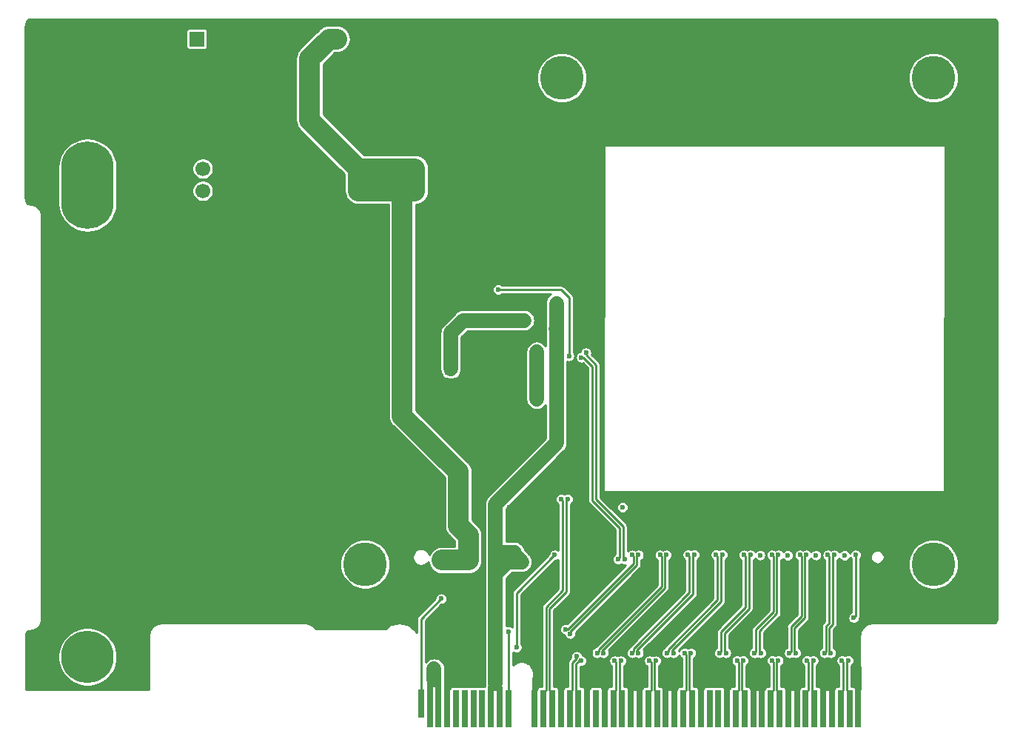
<source format=gbl>
%TF.GenerationSoftware,KiCad,Pcbnew,(5.1.9)-1*%
%TF.CreationDate,2021-05-23T15:16:14+08:00*%
%TF.ProjectId,V1,56312e6b-6963-4616-945f-706362585858,rev?*%
%TF.SameCoordinates,Original*%
%TF.FileFunction,Copper,L2,Bot*%
%TF.FilePolarity,Positive*%
%FSLAX46Y46*%
G04 Gerber Fmt 4.6, Leading zero omitted, Abs format (unit mm)*
G04 Created by KiCad (PCBNEW (5.1.9)-1) date 2021-05-23 15:16:14*
%MOMM*%
%LPD*%
G01*
G04 APERTURE LIST*
%TA.AperFunction,ConnectorPad*%
%ADD10R,0.700000X4.300000*%
%TD*%
%TA.AperFunction,ConnectorPad*%
%ADD11R,0.700000X3.200000*%
%TD*%
%TA.AperFunction,ComponentPad*%
%ADD12O,6.000000X10.000000*%
%TD*%
%TA.AperFunction,ComponentPad*%
%ADD13C,6.000000*%
%TD*%
%TA.AperFunction,ComponentPad*%
%ADD14C,5.000000*%
%TD*%
%TA.AperFunction,ComponentPad*%
%ADD15R,1.700000X1.700000*%
%TD*%
%TA.AperFunction,ComponentPad*%
%ADD16O,1.700000X1.700000*%
%TD*%
%TA.AperFunction,ComponentPad*%
%ADD17C,1.700000*%
%TD*%
%TA.AperFunction,ViaPad*%
%ADD18C,0.600000*%
%TD*%
%TA.AperFunction,ViaPad*%
%ADD19C,0.800000*%
%TD*%
%TA.AperFunction,Conductor*%
%ADD20C,0.700000*%
%TD*%
%TA.AperFunction,Conductor*%
%ADD21C,1.700000*%
%TD*%
%TA.AperFunction,Conductor*%
%ADD22C,0.500000*%
%TD*%
%TA.AperFunction,Conductor*%
%ADD23C,0.254000*%
%TD*%
%TA.AperFunction,Conductor*%
%ADD24C,0.250000*%
%TD*%
%TA.AperFunction,Conductor*%
%ADD25C,2.400000*%
%TD*%
%TA.AperFunction,Conductor*%
%ADD26C,0.381000*%
%TD*%
%TA.AperFunction,Conductor*%
%ADD27C,0.100000*%
%TD*%
G04 APERTURE END LIST*
D10*
X183650000Y-130550000D03*
X182650000Y-130550000D03*
X181650000Y-130550000D03*
X180650000Y-130550000D03*
X179650000Y-130550000D03*
X178650000Y-130550000D03*
X177650000Y-130550000D03*
X176650000Y-130550000D03*
X147650000Y-130550000D03*
X146650000Y-130550000D03*
X152650000Y-130550000D03*
X151650000Y-130550000D03*
X150650000Y-130550000D03*
X149650000Y-130550000D03*
X148650000Y-130550000D03*
X143650000Y-130550000D03*
X142650000Y-130550000D03*
X141650000Y-130550000D03*
X140650000Y-130550000D03*
X139650000Y-130550000D03*
X138650000Y-130550000D03*
X137650000Y-130550000D03*
X136650000Y-130550000D03*
X135650000Y-130550000D03*
X134650000Y-130550000D03*
D11*
X133650000Y-130000000D03*
D10*
X153650000Y-130550000D03*
X154650000Y-130550000D03*
X155650000Y-130550000D03*
X156650000Y-130550000D03*
X157650000Y-130550000D03*
X158650000Y-130550000D03*
X159650000Y-130550000D03*
X160650000Y-130550000D03*
X161650000Y-130550000D03*
X162650000Y-130550000D03*
X163650000Y-130550000D03*
X164650000Y-130550000D03*
X165650000Y-130550000D03*
X166650000Y-130550000D03*
X167650000Y-130550000D03*
X168650000Y-130550000D03*
X169650000Y-130550000D03*
X170650000Y-130550000D03*
X171650000Y-130550000D03*
X172650000Y-130550000D03*
X173650000Y-130550000D03*
X174650000Y-130550000D03*
X175650000Y-130550000D03*
D12*
X95500000Y-70739000D03*
D13*
X95500000Y-124650001D03*
D14*
X192250000Y-114050000D03*
X192250000Y-58450000D03*
X149750000Y-58450000D03*
X127250000Y-114050000D03*
D15*
X124000000Y-54000000D03*
D16*
X126540000Y-54000000D03*
D15*
X108000000Y-54000000D03*
D16*
X110540000Y-54000000D03*
D17*
X126468000Y-71374000D03*
X126468000Y-68834000D03*
X126468000Y-58674000D03*
X126468000Y-61214000D03*
X108688000Y-61214000D03*
X108688000Y-58674000D03*
X108688000Y-71374000D03*
X108688000Y-68834000D03*
D18*
X156704000Y-107544000D03*
X172425000Y-113025000D03*
X175600000Y-113050000D03*
X178825000Y-113025000D03*
X182075000Y-113050000D03*
X134650000Y-126081000D03*
X134650000Y-126843000D03*
X135650000Y-126859000D03*
X135650000Y-126097000D03*
X145022000Y-76429000D03*
X142450000Y-76450000D03*
X181150000Y-126600000D03*
X177150000Y-126600000D03*
X179150000Y-126600000D03*
X173150000Y-126600000D03*
X175150000Y-126600000D03*
X171150000Y-126600000D03*
X169150000Y-126600000D03*
X157150000Y-126600000D03*
X155150000Y-126600000D03*
X152650000Y-126600000D03*
X150150000Y-126600000D03*
X159150000Y-126600000D03*
X147150000Y-126600000D03*
X147150000Y-121500000D03*
X161150000Y-126600000D03*
X163150000Y-126600000D03*
X169150000Y-112950000D03*
X166497000Y-126619000D03*
X137795000Y-126111000D03*
X138938000Y-126111000D03*
X165100000Y-126619000D03*
X165862000Y-113030000D03*
X162687000Y-113030000D03*
X159512000Y-113030000D03*
X152273000Y-113030000D03*
X156464000Y-117983000D03*
X152019000Y-117856000D03*
X151130000Y-123190000D03*
X112498000Y-60960000D03*
X142367000Y-66294000D03*
X144907000Y-66294000D03*
X147447000Y-66294000D03*
X149987000Y-66294000D03*
X142367000Y-68834000D03*
X144907000Y-68834000D03*
X147447000Y-68834000D03*
X149987000Y-68834000D03*
X115038000Y-60960000D03*
X117578000Y-60960000D03*
X112498000Y-63500000D03*
X115038000Y-63500000D03*
X117578000Y-63500000D03*
X112498000Y-66040000D03*
X115038000Y-66040000D03*
X117578000Y-66040000D03*
X112498000Y-68580000D03*
X115038000Y-68580000D03*
X117578000Y-68580000D03*
X112498000Y-71120000D03*
X115038000Y-71120000D03*
X117578000Y-71120000D03*
X143764000Y-107569000D03*
X146304000Y-107569000D03*
X148844000Y-107569000D03*
X151384000Y-107569000D03*
X159004000Y-107569000D03*
X161544000Y-107569000D03*
X164084000Y-107569000D03*
X166624000Y-107569000D03*
X169164000Y-107569000D03*
X171704000Y-107569000D03*
X174244000Y-107569000D03*
X176784000Y-107569000D03*
X179324000Y-107569000D03*
X181864000Y-107569000D03*
X184404000Y-107569000D03*
X186944000Y-107569000D03*
X189484000Y-107569000D03*
X192024000Y-107569000D03*
X96901000Y-109855000D03*
X99441000Y-109855000D03*
X101981000Y-109855000D03*
X104521000Y-109855000D03*
X107061000Y-109855000D03*
X109601000Y-109855000D03*
X112141000Y-109855000D03*
X114681000Y-109855000D03*
X117221000Y-109855000D03*
X119761000Y-109855000D03*
X96901000Y-112395000D03*
X99441000Y-112395000D03*
X101981000Y-112395000D03*
X104521000Y-112395000D03*
X107061000Y-112395000D03*
X109601000Y-112395000D03*
X112141000Y-112395000D03*
X114681000Y-112395000D03*
X117221000Y-112395000D03*
X119761000Y-112395000D03*
X96901000Y-114935000D03*
X99441000Y-114935000D03*
X101981000Y-114935000D03*
X104521000Y-114935000D03*
X107061000Y-114935000D03*
X109601000Y-114935000D03*
X112141000Y-114935000D03*
X114681000Y-114935000D03*
X117221000Y-114935000D03*
X119761000Y-114935000D03*
X94718000Y-61722000D03*
X97258000Y-61722000D03*
X99798000Y-61722000D03*
X94718000Y-64262000D03*
X97258000Y-64262000D03*
X99798000Y-64262000D03*
X183650000Y-126600000D03*
X144907000Y-73914000D03*
X147447000Y-71374000D03*
X149987000Y-73914000D03*
X147447000Y-73914000D03*
X142367000Y-73914000D03*
X142367000Y-71374000D03*
X144907000Y-71374000D03*
X149987000Y-71374000D03*
X149987000Y-76454000D03*
X147447000Y-76454000D03*
X149492000Y-96979000D03*
X149475000Y-95475000D03*
X148792000Y-96954000D03*
X149475000Y-96200000D03*
X148775000Y-95475000D03*
X148775000Y-96204000D03*
X149517000Y-85779000D03*
X148817000Y-85754000D03*
X149500000Y-85000000D03*
X148800000Y-85004000D03*
X149500000Y-84275000D03*
X148800000Y-84275000D03*
X142975000Y-112700000D03*
X143775000Y-112700000D03*
X144575000Y-112700000D03*
X143775000Y-113800000D03*
X144575000Y-113800000D03*
X145375000Y-113800000D03*
X141800000Y-127100000D03*
X141800000Y-126100000D03*
X141800000Y-125100000D03*
X144570152Y-123570152D03*
X148950000Y-113000000D03*
X143650000Y-121750000D03*
X150413500Y-106625000D03*
X149686500Y-106625000D03*
X162513500Y-124200000D03*
X168113500Y-112950000D03*
X161786500Y-124200000D03*
X167386500Y-112950000D03*
X164913500Y-112950000D03*
X158513500Y-124200000D03*
X164186500Y-112950000D03*
X157786500Y-124200000D03*
X154513500Y-124200000D03*
X161713500Y-112997901D03*
X153786500Y-124200000D03*
X160986500Y-112997901D03*
X157786500Y-112998622D03*
X150192966Y-121492966D03*
X158513500Y-112998622D03*
X150707034Y-122007034D03*
X164513500Y-124200000D03*
X163786500Y-124200000D03*
X160513500Y-125100000D03*
X159786500Y-125100000D03*
X156513500Y-125100000D03*
X155786500Y-125100000D03*
X151442966Y-124592966D03*
X151957034Y-125107034D03*
X183350000Y-113000000D03*
X183140501Y-120190501D03*
X135950000Y-118000000D03*
X130884000Y-86899000D03*
X130884000Y-85629000D03*
X132154000Y-85629000D03*
X132154000Y-86899000D03*
D19*
X136225000Y-113500000D03*
X137225000Y-113500000D03*
X139225000Y-113500000D03*
D18*
X130659000Y-68834000D03*
X131929000Y-68834000D03*
X130659000Y-70104000D03*
X131929000Y-70104000D03*
X130659000Y-71374000D03*
X131929000Y-71374000D03*
D19*
X138225000Y-113500000D03*
D18*
X136667000Y-91379000D03*
X136667000Y-92179000D03*
X136667000Y-90629000D03*
X137417000Y-90629000D03*
X137417000Y-92179000D03*
X137417000Y-91379000D03*
X138750000Y-86550000D03*
X139479000Y-86550000D03*
X139475000Y-85850000D03*
X140229000Y-86533000D03*
X140254000Y-85833000D03*
X138750000Y-85850000D03*
X146525000Y-93750000D03*
X146525000Y-94479000D03*
X147225000Y-94475000D03*
X146542000Y-95229000D03*
X147242000Y-95254000D03*
X147225000Y-93750000D03*
X147375000Y-89575000D03*
X146750000Y-89575000D03*
X182513500Y-125095000D03*
X181786500Y-125095000D03*
X178513500Y-125095000D03*
X177786500Y-125095000D03*
X167786500Y-124200000D03*
X170586500Y-113000000D03*
X168513500Y-124200000D03*
X171313500Y-113000000D03*
X171786500Y-124206000D03*
X173786500Y-113000000D03*
X172513500Y-124206000D03*
X174513500Y-113000000D03*
X175786500Y-124206000D03*
X176986500Y-113000000D03*
X176513500Y-124206000D03*
X177713500Y-113000000D03*
X179786500Y-124200000D03*
X180186500Y-113000000D03*
X180513500Y-124200000D03*
X180913500Y-113000000D03*
X169786500Y-125095000D03*
X170513500Y-125095000D03*
X173786500Y-125095000D03*
X174513500Y-125095000D03*
X156913500Y-113505272D03*
X152507034Y-89892966D03*
X156186500Y-113505272D03*
X151992966Y-90407034D03*
X150575000Y-90250000D03*
X142475000Y-82675000D03*
D20*
X134650000Y-130550000D02*
X134650000Y-126843000D01*
X135650000Y-130550000D02*
X135650000Y-126859000D01*
D21*
X135144000Y-126000000D02*
X135144000Y-127238000D01*
D20*
X135144000Y-126000000D02*
X135650000Y-126000000D01*
X134650000Y-126000000D02*
X135144000Y-126000000D01*
D21*
X135144000Y-127238000D02*
X135128000Y-127222000D01*
D20*
X134650000Y-126081000D02*
X134650000Y-126000000D01*
X134650000Y-126843000D02*
X134650000Y-126081000D01*
X135650000Y-126859000D02*
X135650000Y-126097000D01*
X135650000Y-126097000D02*
X135650000Y-126000000D01*
D22*
X180650000Y-130550000D02*
X180650000Y-127100000D01*
X180650000Y-127100000D02*
X181150000Y-126600000D01*
X179650000Y-127100000D02*
X179150000Y-126600000D01*
X179650000Y-130550000D02*
X179650000Y-127100000D01*
X176650000Y-130550000D02*
X176650000Y-127100000D01*
X176650000Y-127100000D02*
X177150000Y-126600000D01*
X175650000Y-127100000D02*
X175150000Y-126600000D01*
X175650000Y-130550000D02*
X175650000Y-127100000D01*
X172650000Y-130550000D02*
X172650000Y-127100000D01*
X172650000Y-127100000D02*
X173150000Y-126600000D01*
X171650000Y-127100000D02*
X171150000Y-126600000D01*
X171650000Y-130550000D02*
X171650000Y-127100000D01*
X168650000Y-127100000D02*
X169150000Y-126600000D01*
X168650000Y-130550000D02*
X168650000Y-127100000D01*
X161650000Y-130550000D02*
X161650000Y-127100000D01*
X161650000Y-127100000D02*
X161150000Y-126600000D01*
X162650000Y-130550000D02*
X162650000Y-127100000D01*
X162650000Y-127100000D02*
X163150000Y-126600000D01*
X149650000Y-127100000D02*
X150150000Y-126600000D01*
X149650000Y-130550000D02*
X149650000Y-127100000D01*
X146650000Y-127100000D02*
X147150000Y-126600000D01*
X146650000Y-130550000D02*
X146650000Y-127100000D01*
X154650000Y-127100000D02*
X155150000Y-126600000D01*
X154650000Y-130550000D02*
X154650000Y-127100000D01*
X157650000Y-127100000D02*
X157150000Y-126600000D01*
X157650000Y-130550000D02*
X157650000Y-127100000D01*
X158650000Y-127100000D02*
X159150000Y-126600000D01*
X158650000Y-130550000D02*
X158650000Y-127100000D01*
X152650000Y-130550000D02*
X152650000Y-126600000D01*
X136650000Y-127256000D02*
X137795000Y-126111000D01*
X136650000Y-130550000D02*
X136650000Y-127256000D01*
X165650000Y-127466000D02*
X166497000Y-126619000D01*
X165650000Y-130550000D02*
X165650000Y-127466000D01*
X168650000Y-128239998D02*
X168650000Y-130550000D01*
X167029002Y-126619000D02*
X168650000Y-128239998D01*
X166497000Y-126619000D02*
X167029002Y-126619000D01*
X183650000Y-126600000D02*
X183650000Y-130550000D01*
D20*
X142650000Y-130550000D02*
X142650000Y-128200000D01*
X141650000Y-130550000D02*
X141650000Y-128150000D01*
X142650000Y-128200000D02*
X142150000Y-127700000D01*
D21*
X142150000Y-115200000D02*
X143550000Y-113800000D01*
X142150000Y-127700000D02*
X142150000Y-115200000D01*
X143550000Y-113800000D02*
X145150000Y-113800000D01*
X144350000Y-112700000D02*
X142750000Y-112700000D01*
X142750000Y-113000000D02*
X143550000Y-113800000D01*
X142750000Y-112700000D02*
X142750000Y-113000000D01*
X144350000Y-113000000D02*
X145150000Y-113800000D01*
X144350000Y-112700000D02*
X144350000Y-113000000D01*
X142150000Y-113300000D02*
X142150000Y-115200000D01*
X142750000Y-112700000D02*
X142150000Y-113300000D01*
X142150000Y-115200000D02*
X142150000Y-110677006D01*
X142150000Y-107184998D02*
X149125000Y-100209998D01*
X142150000Y-110677006D02*
X142150000Y-107184998D01*
X149125000Y-87162981D02*
X149100000Y-87137981D01*
X149125000Y-100209998D02*
X149125000Y-87162981D01*
X149125000Y-87162981D02*
X149125000Y-84225000D01*
D23*
X148950000Y-113000000D02*
X144620152Y-117329848D01*
X144620152Y-123520152D02*
X144570152Y-123570152D01*
X144620152Y-117329848D02*
X144620152Y-123520152D01*
D24*
X143650000Y-130550000D02*
X143650000Y-121750000D01*
D23*
X148650000Y-128750000D02*
X148340500Y-128440500D01*
X148650000Y-130550000D02*
X148650000Y-128750000D01*
X148340500Y-128440500D02*
X148340500Y-119128908D01*
X150240500Y-106798000D02*
X150413500Y-106625000D01*
X150240500Y-117228908D02*
X150240500Y-106798000D01*
X148340500Y-119128908D02*
X150240500Y-117228908D01*
X147650000Y-128750000D02*
X147959500Y-128440500D01*
X147650000Y-130550000D02*
X147650000Y-128750000D01*
X147959500Y-128440500D02*
X147959500Y-118971092D01*
X149859500Y-117071092D02*
X149859500Y-106798000D01*
X147959500Y-118971092D02*
X149859500Y-117071092D01*
X149859500Y-106798000D02*
X149686500Y-106625000D01*
X162340500Y-124027000D02*
X162513500Y-124200000D01*
X162340500Y-123928908D02*
X162340500Y-124027000D01*
X167940500Y-118328908D02*
X162340500Y-123928908D01*
X167940500Y-113123000D02*
X167940500Y-118328908D01*
X168113500Y-112950000D02*
X167940500Y-113123000D01*
X161959500Y-124027000D02*
X161786500Y-124200000D01*
X161959500Y-123771092D02*
X161959500Y-124027000D01*
X167559500Y-118171092D02*
X161959500Y-123771092D01*
X167559500Y-113123000D02*
X167559500Y-118171092D01*
X167386500Y-112950000D02*
X167559500Y-113123000D01*
X158340500Y-124027000D02*
X158513500Y-124200000D01*
X158340500Y-123878908D02*
X158340500Y-124027000D01*
X164740500Y-117478908D02*
X158340500Y-123878908D01*
X164740500Y-113123000D02*
X164740500Y-117478908D01*
X164913500Y-112950000D02*
X164740500Y-113123000D01*
X157959500Y-123721092D02*
X157959500Y-124027000D01*
X157959500Y-124027000D02*
X157786500Y-124200000D01*
X164359500Y-117321092D02*
X157959500Y-123721092D01*
X164359500Y-113123000D02*
X164359500Y-117321092D01*
X164186500Y-112950000D02*
X164359500Y-113123000D01*
X154340500Y-124027000D02*
X154513500Y-124200000D01*
X154340500Y-123978908D02*
X154340500Y-124027000D01*
X161540500Y-116778908D02*
X154340500Y-123978908D01*
X161540500Y-113170901D02*
X161540500Y-116778908D01*
X161713500Y-112997901D02*
X161540500Y-113170901D01*
X153959500Y-124027000D02*
X153786500Y-124200000D01*
X153959500Y-123821092D02*
X153959500Y-124027000D01*
X161159500Y-116621092D02*
X153959500Y-123821092D01*
X161159500Y-113170901D02*
X161159500Y-116621092D01*
X160986500Y-112997901D02*
X161159500Y-113170901D01*
X150437626Y-121492966D02*
X150192966Y-121492966D01*
X157959500Y-113971092D02*
X150437626Y-121492966D01*
X157959500Y-113171622D02*
X157959500Y-113971092D01*
X157786500Y-112998622D02*
X157959500Y-113171622D01*
X150707034Y-121762374D02*
X150707034Y-122007034D01*
X158340500Y-114128908D02*
X150707034Y-121762374D01*
X158340500Y-113171622D02*
X158340500Y-114128908D01*
X158513500Y-112998622D02*
X158340500Y-113171622D01*
X164650000Y-128750000D02*
X164340500Y-128440500D01*
X164650000Y-130550000D02*
X164650000Y-128750000D01*
X164340500Y-124373000D02*
X164513500Y-124200000D01*
X164340500Y-128440500D02*
X164340500Y-124373000D01*
X163650000Y-128750000D02*
X163959500Y-128440500D01*
X163650000Y-130550000D02*
X163650000Y-128750000D01*
X163959500Y-124373000D02*
X163786500Y-124200000D01*
X163959500Y-128440500D02*
X163959500Y-124373000D01*
X160650000Y-128750000D02*
X160340500Y-128440500D01*
X160650000Y-130550000D02*
X160650000Y-128750000D01*
X160340500Y-128440500D02*
X160340500Y-125273000D01*
X160340500Y-125273000D02*
X160513500Y-125100000D01*
X159650000Y-128750000D02*
X159959500Y-128440500D01*
X159650000Y-130550000D02*
X159650000Y-128750000D01*
X159959500Y-128440500D02*
X159959500Y-125273000D01*
X159959500Y-125273000D02*
X159786500Y-125100000D01*
X156650000Y-128750000D02*
X156340500Y-128440500D01*
X156650000Y-130550000D02*
X156650000Y-128750000D01*
X156340500Y-125273000D02*
X156513500Y-125100000D01*
X156340500Y-128440500D02*
X156340500Y-125273000D01*
X155650000Y-128750000D02*
X155959500Y-128440500D01*
X155650000Y-130550000D02*
X155650000Y-128750000D01*
X155959500Y-125273000D02*
X155786500Y-125100000D01*
X155959500Y-128440500D02*
X155959500Y-125273000D01*
X150650000Y-128750000D02*
X150959500Y-128440500D01*
X150650000Y-130550000D02*
X150650000Y-128750000D01*
X151442966Y-124837626D02*
X151442966Y-124592966D01*
X150959500Y-125321092D02*
X151442966Y-124837626D01*
X150959500Y-128440500D02*
X150959500Y-125321092D01*
X151650000Y-128750000D02*
X151340500Y-128440500D01*
X151650000Y-130550000D02*
X151650000Y-128750000D01*
X151712374Y-125107034D02*
X151957034Y-125107034D01*
X151340500Y-128440500D02*
X151340500Y-125478908D01*
X151340500Y-125478908D02*
X151712374Y-125107034D01*
X183350000Y-119981002D02*
X183140501Y-120190501D01*
X183350000Y-113000000D02*
X183350000Y-119981002D01*
D24*
X133650000Y-120300000D02*
X133650000Y-130000000D01*
X135950000Y-118000000D02*
X133650000Y-120300000D01*
D25*
X139050000Y-113600000D02*
X136050000Y-113600000D01*
X139050000Y-113600000D02*
X139050000Y-110759000D01*
X139050000Y-110759000D02*
X137922000Y-109631000D01*
X126468000Y-68834000D02*
X120880000Y-63246000D01*
X120880000Y-63246000D02*
X120880000Y-56261000D01*
X123141000Y-54000000D02*
X124000000Y-54000000D01*
X120880000Y-56261000D02*
X123141000Y-54000000D01*
X126468000Y-68834000D02*
X132945000Y-68834000D01*
X132945000Y-68834000D02*
X132945000Y-71374000D01*
X126468000Y-68834000D02*
X126468000Y-71374000D01*
X137922000Y-109631000D02*
X137922000Y-103522000D01*
X131501000Y-97101000D02*
X131501000Y-71374000D01*
X137922000Y-103522000D02*
X131501000Y-97101000D01*
X131501000Y-71374000D02*
X126468000Y-71374000D01*
X132945000Y-71374000D02*
X131501000Y-71374000D01*
D21*
X139700000Y-86175000D02*
X138475000Y-86175000D01*
X139700000Y-86175000D02*
X145450000Y-86175000D01*
X138475000Y-86175000D02*
X137050000Y-87600000D01*
X137050000Y-87600000D02*
X137050000Y-91700000D01*
D26*
X146950000Y-93475000D02*
X147225000Y-93750000D01*
D21*
X146875000Y-89775000D02*
X146875000Y-95175000D01*
D23*
X182650000Y-130550000D02*
X182650000Y-128750000D01*
X182340500Y-125268000D02*
X182513500Y-125095000D01*
X182650000Y-128750000D02*
X182340500Y-128440500D01*
X182340500Y-128440500D02*
X182340500Y-125268000D01*
X181959500Y-125268000D02*
X181786500Y-125095000D01*
X181650000Y-128750000D02*
X181959500Y-128440500D01*
X181959500Y-128440500D02*
X181959500Y-125268000D01*
X181650000Y-130550000D02*
X181650000Y-128750000D01*
X178650000Y-130550000D02*
X178650000Y-128750000D01*
X178340500Y-125268000D02*
X178513500Y-125095000D01*
X178650000Y-128750000D02*
X178340500Y-128440500D01*
X178340500Y-128440500D02*
X178340500Y-125268000D01*
X177959500Y-125268000D02*
X177786500Y-125095000D01*
X177650000Y-128750000D02*
X177959500Y-128440500D01*
X177959500Y-128440500D02*
X177959500Y-125268000D01*
X177650000Y-130550000D02*
X177650000Y-128750000D01*
X167959500Y-124027000D02*
X167786500Y-124200000D01*
X167959500Y-121771092D02*
X167959500Y-124027000D01*
X170759500Y-118971092D02*
X167959500Y-121771092D01*
X170759500Y-113173000D02*
X170759500Y-118971092D01*
X170586500Y-113000000D02*
X170759500Y-113173000D01*
X168340500Y-124027000D02*
X168513500Y-124200000D01*
X168340500Y-121928908D02*
X168340500Y-124027000D01*
X171140500Y-119128908D02*
X168340500Y-121928908D01*
X171140500Y-113173000D02*
X171140500Y-119128908D01*
X171313500Y-113000000D02*
X171140500Y-113173000D01*
X173959500Y-119521092D02*
X173959500Y-113173000D01*
X173959500Y-113173000D02*
X173786500Y-113000000D01*
X171959500Y-124033000D02*
X171959500Y-121521092D01*
X171959500Y-121521092D02*
X173959500Y-119521092D01*
X171786500Y-124206000D02*
X171959500Y-124033000D01*
X174340500Y-113173000D02*
X174513500Y-113000000D01*
X174340500Y-119678908D02*
X174340500Y-113173000D01*
X172340500Y-121678908D02*
X174340500Y-119678908D01*
X172340500Y-124033000D02*
X172340500Y-121678908D01*
X172513500Y-124206000D02*
X172340500Y-124033000D01*
X177159500Y-120021092D02*
X177159500Y-113173000D01*
X175959500Y-121221092D02*
X177159500Y-120021092D01*
X177159500Y-113173000D02*
X176986500Y-113000000D01*
X175959500Y-124033000D02*
X175959500Y-121221092D01*
X175786500Y-124206000D02*
X175959500Y-124033000D01*
X177540500Y-113173000D02*
X177713500Y-113000000D01*
X177540500Y-120178908D02*
X177540500Y-113173000D01*
X176340500Y-121378908D02*
X177540500Y-120178908D01*
X176340500Y-124033000D02*
X176340500Y-121378908D01*
X176513500Y-124206000D02*
X176340500Y-124033000D01*
X179959500Y-124027000D02*
X179959500Y-121171092D01*
X179786500Y-124200000D02*
X179959500Y-124027000D01*
X180359500Y-113173000D02*
X180186500Y-113000000D01*
X179959500Y-121171092D02*
X180359500Y-120771092D01*
X180359500Y-120771092D02*
X180359500Y-113173000D01*
X180340500Y-124027000D02*
X180513500Y-124200000D01*
X180340500Y-121328908D02*
X180340500Y-124027000D01*
X180740500Y-120928908D02*
X180340500Y-121328908D01*
X180740500Y-113173000D02*
X180740500Y-120928908D01*
X180913500Y-113000000D02*
X180740500Y-113173000D01*
X169959500Y-125268000D02*
X169786500Y-125095000D01*
X169650000Y-128750000D02*
X169959500Y-128440500D01*
X169959500Y-128440500D02*
X169959500Y-125268000D01*
X169650000Y-130550000D02*
X169650000Y-128750000D01*
X170650000Y-130550000D02*
X170650000Y-128750000D01*
X170340500Y-125268000D02*
X170513500Y-125095000D01*
X170650000Y-128750000D02*
X170340500Y-128440500D01*
X170340500Y-128440500D02*
X170340500Y-125268000D01*
X173959500Y-125268000D02*
X173786500Y-125095000D01*
X173650000Y-128750000D02*
X173959500Y-128440500D01*
X173959500Y-128440500D02*
X173959500Y-125268000D01*
X173650000Y-130550000D02*
X173650000Y-128750000D01*
X174650000Y-130550000D02*
X174650000Y-128750000D01*
X174340500Y-125268000D02*
X174513500Y-125095000D01*
X174650000Y-128750000D02*
X174340500Y-128440500D01*
X174340500Y-128440500D02*
X174340500Y-125268000D01*
X156913500Y-113505272D02*
X156740500Y-113332272D01*
X156740500Y-113332272D02*
X156740500Y-109721092D01*
X152507034Y-90137626D02*
X153640500Y-91271092D01*
X152507034Y-89892966D02*
X152507034Y-90137626D01*
X153640500Y-106621092D02*
X156740500Y-109721092D01*
X153640500Y-91271092D02*
X153640500Y-106621092D01*
X156359500Y-113332272D02*
X156359500Y-109878908D01*
X156186500Y-113505272D02*
X156359500Y-113332272D01*
X152237626Y-90407034D02*
X153259500Y-91428908D01*
X151992966Y-90407034D02*
X152237626Y-90407034D01*
X153259500Y-106778908D02*
X156359500Y-109878908D01*
X153259500Y-91428908D02*
X153259500Y-106778908D01*
X150575000Y-90250000D02*
X150575000Y-84010457D01*
X150575000Y-84010457D02*
X150575000Y-83575000D01*
X149675000Y-82675000D02*
X142475000Y-82675000D01*
X150575000Y-83575000D02*
X149675000Y-82675000D01*
X199150356Y-51743146D02*
X199246899Y-51772294D01*
X199335935Y-51819636D01*
X199414080Y-51883369D01*
X199478359Y-51961068D01*
X199526321Y-52049773D01*
X199556140Y-52146104D01*
X199569000Y-52268457D01*
X199569001Y-120226469D01*
X199556854Y-120350356D01*
X199527706Y-120446897D01*
X199480364Y-120535935D01*
X199416632Y-120614079D01*
X199338930Y-120678359D01*
X199250230Y-120726320D01*
X199153896Y-120756140D01*
X199031542Y-120769000D01*
X185369614Y-120769000D01*
X185355178Y-120767428D01*
X185348440Y-120767403D01*
X185291808Y-120767586D01*
X185265061Y-120770296D01*
X185238165Y-120770750D01*
X185231477Y-120771568D01*
X185033024Y-120797230D01*
X184990416Y-120807042D01*
X184947642Y-120816265D01*
X184941240Y-120818366D01*
X184751552Y-120882085D01*
X184711616Y-120900006D01*
X184671491Y-120917343D01*
X184665619Y-120920647D01*
X184491921Y-121019997D01*
X184456272Y-121045301D01*
X184420234Y-121070133D01*
X184415116Y-121074515D01*
X184264022Y-121205710D01*
X184233940Y-121237486D01*
X184203440Y-121268814D01*
X184199270Y-121274107D01*
X184076536Y-121432153D01*
X184053218Y-121469135D01*
X184029364Y-121505822D01*
X184026302Y-121511824D01*
X183936602Y-121690698D01*
X183920895Y-121731549D01*
X183904637Y-121772131D01*
X183902799Y-121778613D01*
X183849553Y-121971503D01*
X183842087Y-122014586D01*
X183834014Y-122057588D01*
X183833470Y-122064304D01*
X183818703Y-122263864D01*
X183819002Y-122276369D01*
X183819001Y-122276374D01*
X183819000Y-125623625D01*
X183825960Y-125694291D01*
X183853464Y-125784960D01*
X183869000Y-125814026D01*
X183869000Y-128397000D01*
X183382548Y-128397000D01*
X183375487Y-128325311D01*
X183353701Y-128253492D01*
X183318322Y-128187304D01*
X183270711Y-128129289D01*
X183212696Y-128081678D01*
X183146508Y-128046299D01*
X183074689Y-128024513D01*
X183000000Y-128017157D01*
X182848500Y-128017157D01*
X182848500Y-125690191D01*
X182947612Y-125623967D01*
X183042467Y-125529112D01*
X183116994Y-125417574D01*
X183168329Y-125293640D01*
X183194500Y-125162073D01*
X183194500Y-125027927D01*
X183168329Y-124896360D01*
X183116994Y-124772426D01*
X183042467Y-124660888D01*
X182947612Y-124566033D01*
X182836074Y-124491506D01*
X182712140Y-124440171D01*
X182580573Y-124414000D01*
X182446427Y-124414000D01*
X182314860Y-124440171D01*
X182190926Y-124491506D01*
X182150000Y-124518852D01*
X182109074Y-124491506D01*
X181985140Y-124440171D01*
X181853573Y-124414000D01*
X181719427Y-124414000D01*
X181587860Y-124440171D01*
X181463926Y-124491506D01*
X181352388Y-124566033D01*
X181257533Y-124660888D01*
X181183006Y-124772426D01*
X181131671Y-124896360D01*
X181105500Y-125027927D01*
X181105500Y-125162073D01*
X181131671Y-125293640D01*
X181183006Y-125417574D01*
X181257533Y-125529112D01*
X181352388Y-125623967D01*
X181451501Y-125690192D01*
X181451500Y-128017157D01*
X181300000Y-128017157D01*
X181225311Y-128024513D01*
X181153492Y-128046299D01*
X181087304Y-128081678D01*
X181029289Y-128129289D01*
X180981678Y-128187304D01*
X180946299Y-128253492D01*
X180924513Y-128325311D01*
X180917452Y-128397000D01*
X179382548Y-128397000D01*
X179375487Y-128325311D01*
X179353701Y-128253492D01*
X179318322Y-128187304D01*
X179270711Y-128129289D01*
X179212696Y-128081678D01*
X179146508Y-128046299D01*
X179074689Y-128024513D01*
X179000000Y-128017157D01*
X178848500Y-128017157D01*
X178848500Y-125690191D01*
X178947612Y-125623967D01*
X179042467Y-125529112D01*
X179116994Y-125417574D01*
X179168329Y-125293640D01*
X179194500Y-125162073D01*
X179194500Y-125027927D01*
X179168329Y-124896360D01*
X179116994Y-124772426D01*
X179042467Y-124660888D01*
X178947612Y-124566033D01*
X178836074Y-124491506D01*
X178712140Y-124440171D01*
X178580573Y-124414000D01*
X178446427Y-124414000D01*
X178314860Y-124440171D01*
X178190926Y-124491506D01*
X178150000Y-124518852D01*
X178109074Y-124491506D01*
X177985140Y-124440171D01*
X177853573Y-124414000D01*
X177719427Y-124414000D01*
X177587860Y-124440171D01*
X177463926Y-124491506D01*
X177352388Y-124566033D01*
X177257533Y-124660888D01*
X177183006Y-124772426D01*
X177131671Y-124896360D01*
X177105500Y-125027927D01*
X177105500Y-125162073D01*
X177131671Y-125293640D01*
X177183006Y-125417574D01*
X177257533Y-125529112D01*
X177352388Y-125623967D01*
X177451501Y-125690192D01*
X177451500Y-128017157D01*
X177300000Y-128017157D01*
X177225311Y-128024513D01*
X177153492Y-128046299D01*
X177087304Y-128081678D01*
X177029289Y-128129289D01*
X176981678Y-128187304D01*
X176946299Y-128253492D01*
X176924513Y-128325311D01*
X176917452Y-128397000D01*
X175382548Y-128397000D01*
X175375487Y-128325311D01*
X175353701Y-128253492D01*
X175318322Y-128187304D01*
X175270711Y-128129289D01*
X175212696Y-128081678D01*
X175146508Y-128046299D01*
X175074689Y-128024513D01*
X175000000Y-128017157D01*
X174848500Y-128017157D01*
X174848500Y-125690191D01*
X174947612Y-125623967D01*
X175042467Y-125529112D01*
X175116994Y-125417574D01*
X175168329Y-125293640D01*
X175194500Y-125162073D01*
X175194500Y-125027927D01*
X175168329Y-124896360D01*
X175116994Y-124772426D01*
X175042467Y-124660888D01*
X174947612Y-124566033D01*
X174836074Y-124491506D01*
X174712140Y-124440171D01*
X174580573Y-124414000D01*
X174446427Y-124414000D01*
X174314860Y-124440171D01*
X174190926Y-124491506D01*
X174150000Y-124518852D01*
X174109074Y-124491506D01*
X173985140Y-124440171D01*
X173853573Y-124414000D01*
X173719427Y-124414000D01*
X173587860Y-124440171D01*
X173463926Y-124491506D01*
X173352388Y-124566033D01*
X173257533Y-124660888D01*
X173183006Y-124772426D01*
X173131671Y-124896360D01*
X173105500Y-125027927D01*
X173105500Y-125162073D01*
X173131671Y-125293640D01*
X173183006Y-125417574D01*
X173257533Y-125529112D01*
X173352388Y-125623967D01*
X173451501Y-125690192D01*
X173451500Y-128017157D01*
X173300000Y-128017157D01*
X173225311Y-128024513D01*
X173153492Y-128046299D01*
X173087304Y-128081678D01*
X173029289Y-128129289D01*
X172981678Y-128187304D01*
X172946299Y-128253492D01*
X172924513Y-128325311D01*
X172917452Y-128397000D01*
X171382548Y-128397000D01*
X171375487Y-128325311D01*
X171353701Y-128253492D01*
X171318322Y-128187304D01*
X171270711Y-128129289D01*
X171212696Y-128081678D01*
X171146508Y-128046299D01*
X171074689Y-128024513D01*
X171000000Y-128017157D01*
X170848500Y-128017157D01*
X170848500Y-125690191D01*
X170947612Y-125623967D01*
X171042467Y-125529112D01*
X171116994Y-125417574D01*
X171168329Y-125293640D01*
X171194500Y-125162073D01*
X171194500Y-125027927D01*
X171168329Y-124896360D01*
X171116994Y-124772426D01*
X171042467Y-124660888D01*
X170947612Y-124566033D01*
X170836074Y-124491506D01*
X170712140Y-124440171D01*
X170580573Y-124414000D01*
X170446427Y-124414000D01*
X170314860Y-124440171D01*
X170190926Y-124491506D01*
X170150000Y-124518852D01*
X170109074Y-124491506D01*
X169985140Y-124440171D01*
X169853573Y-124414000D01*
X169719427Y-124414000D01*
X169587860Y-124440171D01*
X169463926Y-124491506D01*
X169352388Y-124566033D01*
X169257533Y-124660888D01*
X169183006Y-124772426D01*
X169131671Y-124896360D01*
X169105500Y-125027927D01*
X169105500Y-125162073D01*
X169131671Y-125293640D01*
X169183006Y-125417574D01*
X169257533Y-125529112D01*
X169352388Y-125623967D01*
X169451501Y-125690192D01*
X169451500Y-128017157D01*
X169300000Y-128017157D01*
X169225311Y-128024513D01*
X169153492Y-128046299D01*
X169087304Y-128081678D01*
X169029289Y-128129289D01*
X168981678Y-128187304D01*
X168946299Y-128253492D01*
X168924513Y-128325311D01*
X168917452Y-128397000D01*
X168382548Y-128397000D01*
X168375487Y-128325311D01*
X168353701Y-128253492D01*
X168318322Y-128187304D01*
X168270711Y-128129289D01*
X168212696Y-128081678D01*
X168146508Y-128046299D01*
X168074689Y-128024513D01*
X168000000Y-128017157D01*
X167300000Y-128017157D01*
X167225311Y-128024513D01*
X167153492Y-128046299D01*
X167150000Y-128048166D01*
X167146508Y-128046299D01*
X167074689Y-128024513D01*
X167000000Y-128017157D01*
X166300000Y-128017157D01*
X166225311Y-128024513D01*
X166153492Y-128046299D01*
X166087304Y-128081678D01*
X166029289Y-128129289D01*
X165981678Y-128187304D01*
X165946299Y-128253492D01*
X165924513Y-128325311D01*
X165917452Y-128397000D01*
X165382548Y-128397000D01*
X165375487Y-128325311D01*
X165353701Y-128253492D01*
X165318322Y-128187304D01*
X165270711Y-128129289D01*
X165212696Y-128081678D01*
X165146508Y-128046299D01*
X165074689Y-128024513D01*
X165000000Y-128017157D01*
X164848500Y-128017157D01*
X164848500Y-124795191D01*
X164947612Y-124728967D01*
X165042467Y-124634112D01*
X165116994Y-124522574D01*
X165168329Y-124398640D01*
X165194500Y-124267073D01*
X165194500Y-124132927D01*
X167105500Y-124132927D01*
X167105500Y-124267073D01*
X167131671Y-124398640D01*
X167183006Y-124522574D01*
X167257533Y-124634112D01*
X167352388Y-124728967D01*
X167463926Y-124803494D01*
X167587860Y-124854829D01*
X167719427Y-124881000D01*
X167853573Y-124881000D01*
X167985140Y-124854829D01*
X168109074Y-124803494D01*
X168150000Y-124776148D01*
X168190926Y-124803494D01*
X168314860Y-124854829D01*
X168446427Y-124881000D01*
X168580573Y-124881000D01*
X168712140Y-124854829D01*
X168836074Y-124803494D01*
X168947612Y-124728967D01*
X169042467Y-124634112D01*
X169116994Y-124522574D01*
X169168329Y-124398640D01*
X169194500Y-124267073D01*
X169194500Y-124132927D01*
X169168329Y-124001360D01*
X169116994Y-123877426D01*
X169042467Y-123765888D01*
X168947612Y-123671033D01*
X168848500Y-123604809D01*
X168848500Y-122139328D01*
X171482071Y-119505758D01*
X171501448Y-119489856D01*
X171540154Y-119442692D01*
X171564929Y-119412504D01*
X171599438Y-119347942D01*
X171612101Y-119324251D01*
X171641149Y-119228493D01*
X171648500Y-119153855D01*
X171648500Y-119153852D01*
X171650957Y-119128908D01*
X171648500Y-119103961D01*
X171648500Y-113595191D01*
X171747612Y-113528967D01*
X171842467Y-113434112D01*
X171860898Y-113406528D01*
X171896033Y-113459112D01*
X171990888Y-113553967D01*
X172102426Y-113628494D01*
X172226360Y-113679829D01*
X172357927Y-113706000D01*
X172492073Y-113706000D01*
X172623640Y-113679829D01*
X172747574Y-113628494D01*
X172859112Y-113553967D01*
X172953967Y-113459112D01*
X173028494Y-113347574D01*
X173079829Y-113223640D01*
X173106000Y-113092073D01*
X173106000Y-113069587D01*
X173131671Y-113198640D01*
X173183006Y-113322574D01*
X173257533Y-113434112D01*
X173352388Y-113528967D01*
X173451501Y-113595192D01*
X173451500Y-119310671D01*
X171617930Y-121144242D01*
X171598553Y-121160144D01*
X171582651Y-121179521D01*
X171582650Y-121179522D01*
X171535071Y-121237497D01*
X171496052Y-121310497D01*
X171487900Y-121325749D01*
X171458900Y-121421351D01*
X171458852Y-121421508D01*
X171449043Y-121521092D01*
X171451501Y-121546046D01*
X171451500Y-123610809D01*
X171352388Y-123677033D01*
X171257533Y-123771888D01*
X171183006Y-123883426D01*
X171131671Y-124007360D01*
X171105500Y-124138927D01*
X171105500Y-124273073D01*
X171131671Y-124404640D01*
X171183006Y-124528574D01*
X171257533Y-124640112D01*
X171352388Y-124734967D01*
X171463926Y-124809494D01*
X171587860Y-124860829D01*
X171719427Y-124887000D01*
X171853573Y-124887000D01*
X171985140Y-124860829D01*
X172109074Y-124809494D01*
X172150000Y-124782148D01*
X172190926Y-124809494D01*
X172314860Y-124860829D01*
X172446427Y-124887000D01*
X172580573Y-124887000D01*
X172712140Y-124860829D01*
X172836074Y-124809494D01*
X172947612Y-124734967D01*
X173042467Y-124640112D01*
X173116994Y-124528574D01*
X173168329Y-124404640D01*
X173194500Y-124273073D01*
X173194500Y-124138927D01*
X175105500Y-124138927D01*
X175105500Y-124273073D01*
X175131671Y-124404640D01*
X175183006Y-124528574D01*
X175257533Y-124640112D01*
X175352388Y-124734967D01*
X175463926Y-124809494D01*
X175587860Y-124860829D01*
X175719427Y-124887000D01*
X175853573Y-124887000D01*
X175985140Y-124860829D01*
X176109074Y-124809494D01*
X176150000Y-124782148D01*
X176190926Y-124809494D01*
X176314860Y-124860829D01*
X176446427Y-124887000D01*
X176580573Y-124887000D01*
X176712140Y-124860829D01*
X176836074Y-124809494D01*
X176947612Y-124734967D01*
X177042467Y-124640112D01*
X177116994Y-124528574D01*
X177168329Y-124404640D01*
X177194500Y-124273073D01*
X177194500Y-124138927D01*
X177168329Y-124007360D01*
X177116994Y-123883426D01*
X177042467Y-123771888D01*
X176947612Y-123677033D01*
X176848500Y-123610809D01*
X176848500Y-121589328D01*
X177882071Y-120555758D01*
X177901448Y-120539856D01*
X177930481Y-120504479D01*
X177964929Y-120462504D01*
X178012100Y-120374253D01*
X178012374Y-120373350D01*
X178041149Y-120278493D01*
X178048500Y-120203855D01*
X178048500Y-120203853D01*
X178050957Y-120178909D01*
X178048500Y-120153965D01*
X178048500Y-113595191D01*
X178147612Y-113528967D01*
X178242467Y-113434112D01*
X178260898Y-113406528D01*
X178296033Y-113459112D01*
X178390888Y-113553967D01*
X178502426Y-113628494D01*
X178626360Y-113679829D01*
X178757927Y-113706000D01*
X178892073Y-113706000D01*
X179023640Y-113679829D01*
X179147574Y-113628494D01*
X179259112Y-113553967D01*
X179353967Y-113459112D01*
X179428494Y-113347574D01*
X179479829Y-113223640D01*
X179506000Y-113092073D01*
X179506000Y-113069587D01*
X179531671Y-113198640D01*
X179583006Y-113322574D01*
X179657533Y-113434112D01*
X179752388Y-113528967D01*
X179851501Y-113595192D01*
X179851500Y-120560671D01*
X179617930Y-120794242D01*
X179598553Y-120810144D01*
X179582651Y-120829521D01*
X179582650Y-120829522D01*
X179535071Y-120887497D01*
X179488502Y-120974622D01*
X179487900Y-120975749D01*
X179459613Y-121069000D01*
X179458852Y-121071508D01*
X179449043Y-121171092D01*
X179451501Y-121196046D01*
X179451500Y-123604809D01*
X179352388Y-123671033D01*
X179257533Y-123765888D01*
X179183006Y-123877426D01*
X179131671Y-124001360D01*
X179105500Y-124132927D01*
X179105500Y-124267073D01*
X179131671Y-124398640D01*
X179183006Y-124522574D01*
X179257533Y-124634112D01*
X179352388Y-124728967D01*
X179463926Y-124803494D01*
X179587860Y-124854829D01*
X179719427Y-124881000D01*
X179853573Y-124881000D01*
X179985140Y-124854829D01*
X180109074Y-124803494D01*
X180150000Y-124776148D01*
X180190926Y-124803494D01*
X180314860Y-124854829D01*
X180446427Y-124881000D01*
X180580573Y-124881000D01*
X180712140Y-124854829D01*
X180836074Y-124803494D01*
X180947612Y-124728967D01*
X181042467Y-124634112D01*
X181116994Y-124522574D01*
X181168329Y-124398640D01*
X181194500Y-124267073D01*
X181194500Y-124132927D01*
X181168329Y-124001360D01*
X181116994Y-123877426D01*
X181042467Y-123765888D01*
X180947612Y-123671033D01*
X180848500Y-123604809D01*
X180848500Y-121539328D01*
X181082070Y-121305759D01*
X181101448Y-121289856D01*
X181123293Y-121263237D01*
X181164929Y-121212504D01*
X181212100Y-121124253D01*
X181212101Y-121124251D01*
X181241149Y-121028493D01*
X181248500Y-120953855D01*
X181248500Y-120953853D01*
X181250957Y-120928909D01*
X181248500Y-120903965D01*
X181248500Y-113595191D01*
X181347612Y-113528967D01*
X181442467Y-113434112D01*
X181477546Y-113381613D01*
X181546033Y-113484112D01*
X181640888Y-113578967D01*
X181752426Y-113653494D01*
X181876360Y-113704829D01*
X182007927Y-113731000D01*
X182142073Y-113731000D01*
X182273640Y-113704829D01*
X182397574Y-113653494D01*
X182509112Y-113578967D01*
X182603967Y-113484112D01*
X182678494Y-113372574D01*
X182722855Y-113265476D01*
X182746506Y-113322574D01*
X182821033Y-113434112D01*
X182842000Y-113455079D01*
X182842001Y-119577035D01*
X182817927Y-119587007D01*
X182706389Y-119661534D01*
X182611534Y-119756389D01*
X182537007Y-119867927D01*
X182485672Y-119991861D01*
X182459501Y-120123428D01*
X182459501Y-120257574D01*
X182485672Y-120389141D01*
X182537007Y-120513075D01*
X182611534Y-120624613D01*
X182706389Y-120719468D01*
X182817927Y-120793995D01*
X182941861Y-120845330D01*
X183073428Y-120871501D01*
X183207574Y-120871501D01*
X183339141Y-120845330D01*
X183463075Y-120793995D01*
X183574613Y-120719468D01*
X183669468Y-120624613D01*
X183743995Y-120513075D01*
X183795330Y-120389141D01*
X183821501Y-120257574D01*
X183821501Y-120176532D01*
X183821600Y-120176347D01*
X183829438Y-120150509D01*
X183850649Y-120080587D01*
X183858000Y-120005949D01*
X183858000Y-120005947D01*
X183860457Y-119981003D01*
X183858000Y-119956059D01*
X183858000Y-113455079D01*
X183878967Y-113434112D01*
X183953494Y-113322574D01*
X184004829Y-113198640D01*
X184009913Y-113173078D01*
X185069000Y-113173078D01*
X185069000Y-113326922D01*
X185099013Y-113477809D01*
X185157887Y-113619942D01*
X185243358Y-113747859D01*
X185352141Y-113856642D01*
X185480058Y-113942113D01*
X185622191Y-114000987D01*
X185773078Y-114031000D01*
X185926922Y-114031000D01*
X186077809Y-114000987D01*
X186219942Y-113942113D01*
X186347859Y-113856642D01*
X186438255Y-113766246D01*
X189369000Y-113766246D01*
X189369000Y-114333754D01*
X189479715Y-114890357D01*
X189696891Y-115414665D01*
X190012181Y-115886530D01*
X190413470Y-116287819D01*
X190885335Y-116603109D01*
X191409643Y-116820285D01*
X191966246Y-116931000D01*
X192533754Y-116931000D01*
X193090357Y-116820285D01*
X193614665Y-116603109D01*
X194086530Y-116287819D01*
X194487819Y-115886530D01*
X194803109Y-115414665D01*
X195020285Y-114890357D01*
X195131000Y-114333754D01*
X195131000Y-113766246D01*
X195020285Y-113209643D01*
X194803109Y-112685335D01*
X194487819Y-112213470D01*
X194086530Y-111812181D01*
X193614665Y-111496891D01*
X193090357Y-111279715D01*
X192533754Y-111169000D01*
X191966246Y-111169000D01*
X191409643Y-111279715D01*
X190885335Y-111496891D01*
X190413470Y-111812181D01*
X190012181Y-112213470D01*
X189696891Y-112685335D01*
X189479715Y-113209643D01*
X189369000Y-113766246D01*
X186438255Y-113766246D01*
X186456642Y-113747859D01*
X186542113Y-113619942D01*
X186600987Y-113477809D01*
X186631000Y-113326922D01*
X186631000Y-113173078D01*
X186600987Y-113022191D01*
X186542113Y-112880058D01*
X186456642Y-112752141D01*
X186347859Y-112643358D01*
X186219942Y-112557887D01*
X186077809Y-112499013D01*
X185926922Y-112469000D01*
X185773078Y-112469000D01*
X185622191Y-112499013D01*
X185480058Y-112557887D01*
X185352141Y-112643358D01*
X185243358Y-112752141D01*
X185157887Y-112880058D01*
X185099013Y-113022191D01*
X185069000Y-113173078D01*
X184009913Y-113173078D01*
X184031000Y-113067073D01*
X184031000Y-112932927D01*
X184004829Y-112801360D01*
X183953494Y-112677426D01*
X183878967Y-112565888D01*
X183784112Y-112471033D01*
X183672574Y-112396506D01*
X183548640Y-112345171D01*
X183417073Y-112319000D01*
X183282927Y-112319000D01*
X183151360Y-112345171D01*
X183027426Y-112396506D01*
X182915888Y-112471033D01*
X182821033Y-112565888D01*
X182746506Y-112677426D01*
X182702145Y-112784524D01*
X182678494Y-112727426D01*
X182603967Y-112615888D01*
X182509112Y-112521033D01*
X182397574Y-112446506D01*
X182273640Y-112395171D01*
X182142073Y-112369000D01*
X182007927Y-112369000D01*
X181876360Y-112395171D01*
X181752426Y-112446506D01*
X181640888Y-112521033D01*
X181546033Y-112615888D01*
X181510954Y-112668387D01*
X181442467Y-112565888D01*
X181347612Y-112471033D01*
X181236074Y-112396506D01*
X181112140Y-112345171D01*
X180980573Y-112319000D01*
X180846427Y-112319000D01*
X180714860Y-112345171D01*
X180590926Y-112396506D01*
X180550000Y-112423852D01*
X180509074Y-112396506D01*
X180385140Y-112345171D01*
X180253573Y-112319000D01*
X180119427Y-112319000D01*
X179987860Y-112345171D01*
X179863926Y-112396506D01*
X179752388Y-112471033D01*
X179657533Y-112565888D01*
X179583006Y-112677426D01*
X179531671Y-112801360D01*
X179505500Y-112932927D01*
X179505500Y-112955413D01*
X179479829Y-112826360D01*
X179428494Y-112702426D01*
X179353967Y-112590888D01*
X179259112Y-112496033D01*
X179147574Y-112421506D01*
X179023640Y-112370171D01*
X178892073Y-112344000D01*
X178757927Y-112344000D01*
X178626360Y-112370171D01*
X178502426Y-112421506D01*
X178390888Y-112496033D01*
X178296033Y-112590888D01*
X178277602Y-112618472D01*
X178242467Y-112565888D01*
X178147612Y-112471033D01*
X178036074Y-112396506D01*
X177912140Y-112345171D01*
X177780573Y-112319000D01*
X177646427Y-112319000D01*
X177514860Y-112345171D01*
X177390926Y-112396506D01*
X177350000Y-112423852D01*
X177309074Y-112396506D01*
X177185140Y-112345171D01*
X177053573Y-112319000D01*
X176919427Y-112319000D01*
X176787860Y-112345171D01*
X176663926Y-112396506D01*
X176552388Y-112471033D01*
X176457533Y-112565888D01*
X176383006Y-112677426D01*
X176331671Y-112801360D01*
X176305500Y-112932927D01*
X176305500Y-113067073D01*
X176331671Y-113198640D01*
X176383006Y-113322574D01*
X176457533Y-113434112D01*
X176552388Y-113528967D01*
X176651501Y-113595192D01*
X176651500Y-119810671D01*
X175617930Y-120844242D01*
X175598553Y-120860144D01*
X175582651Y-120879521D01*
X175582650Y-120879522D01*
X175535071Y-120937497D01*
X175490736Y-121020443D01*
X175487900Y-121025749D01*
X175460605Y-121115730D01*
X175458852Y-121121508D01*
X175449043Y-121221092D01*
X175451501Y-121246046D01*
X175451500Y-123610809D01*
X175352388Y-123677033D01*
X175257533Y-123771888D01*
X175183006Y-123883426D01*
X175131671Y-124007360D01*
X175105500Y-124138927D01*
X173194500Y-124138927D01*
X173168329Y-124007360D01*
X173116994Y-123883426D01*
X173042467Y-123771888D01*
X172947612Y-123677033D01*
X172848500Y-123610809D01*
X172848500Y-121889328D01*
X174682071Y-120055758D01*
X174701448Y-120039856D01*
X174740836Y-119991861D01*
X174764929Y-119962504D01*
X174796765Y-119902943D01*
X174812101Y-119874251D01*
X174841149Y-119778493D01*
X174848500Y-119703855D01*
X174848500Y-119703853D01*
X174850957Y-119678909D01*
X174848500Y-119653965D01*
X174848500Y-113595191D01*
X174947612Y-113528967D01*
X175039564Y-113437015D01*
X175071033Y-113484112D01*
X175165888Y-113578967D01*
X175277426Y-113653494D01*
X175401360Y-113704829D01*
X175532927Y-113731000D01*
X175667073Y-113731000D01*
X175798640Y-113704829D01*
X175922574Y-113653494D01*
X176034112Y-113578967D01*
X176128967Y-113484112D01*
X176203494Y-113372574D01*
X176254829Y-113248640D01*
X176281000Y-113117073D01*
X176281000Y-112982927D01*
X176254829Y-112851360D01*
X176203494Y-112727426D01*
X176128967Y-112615888D01*
X176034112Y-112521033D01*
X175922574Y-112446506D01*
X175798640Y-112395171D01*
X175667073Y-112369000D01*
X175532927Y-112369000D01*
X175401360Y-112395171D01*
X175277426Y-112446506D01*
X175165888Y-112521033D01*
X175073936Y-112612985D01*
X175042467Y-112565888D01*
X174947612Y-112471033D01*
X174836074Y-112396506D01*
X174712140Y-112345171D01*
X174580573Y-112319000D01*
X174446427Y-112319000D01*
X174314860Y-112345171D01*
X174190926Y-112396506D01*
X174150000Y-112423852D01*
X174109074Y-112396506D01*
X173985140Y-112345171D01*
X173853573Y-112319000D01*
X173719427Y-112319000D01*
X173587860Y-112345171D01*
X173463926Y-112396506D01*
X173352388Y-112471033D01*
X173257533Y-112565888D01*
X173183006Y-112677426D01*
X173131671Y-112801360D01*
X173105500Y-112932927D01*
X173105500Y-112955413D01*
X173079829Y-112826360D01*
X173028494Y-112702426D01*
X172953967Y-112590888D01*
X172859112Y-112496033D01*
X172747574Y-112421506D01*
X172623640Y-112370171D01*
X172492073Y-112344000D01*
X172357927Y-112344000D01*
X172226360Y-112370171D01*
X172102426Y-112421506D01*
X171990888Y-112496033D01*
X171896033Y-112590888D01*
X171877602Y-112618472D01*
X171842467Y-112565888D01*
X171747612Y-112471033D01*
X171636074Y-112396506D01*
X171512140Y-112345171D01*
X171380573Y-112319000D01*
X171246427Y-112319000D01*
X171114860Y-112345171D01*
X170990926Y-112396506D01*
X170950000Y-112423852D01*
X170909074Y-112396506D01*
X170785140Y-112345171D01*
X170653573Y-112319000D01*
X170519427Y-112319000D01*
X170387860Y-112345171D01*
X170263926Y-112396506D01*
X170152388Y-112471033D01*
X170057533Y-112565888D01*
X169983006Y-112677426D01*
X169931671Y-112801360D01*
X169905500Y-112932927D01*
X169905500Y-113067073D01*
X169931671Y-113198640D01*
X169983006Y-113322574D01*
X170057533Y-113434112D01*
X170152388Y-113528967D01*
X170251500Y-113595191D01*
X170251501Y-118760670D01*
X167617935Y-121394237D01*
X167598552Y-121410144D01*
X167535071Y-121487497D01*
X167487899Y-121575750D01*
X167458851Y-121671508D01*
X167451500Y-121746145D01*
X167449043Y-121771092D01*
X167451500Y-121796036D01*
X167451501Y-123604808D01*
X167352388Y-123671033D01*
X167257533Y-123765888D01*
X167183006Y-123877426D01*
X167131671Y-124001360D01*
X167105500Y-124132927D01*
X165194500Y-124132927D01*
X165168329Y-124001360D01*
X165116994Y-123877426D01*
X165042467Y-123765888D01*
X164947612Y-123671033D01*
X164836074Y-123596506D01*
X164712140Y-123545171D01*
X164580573Y-123519000D01*
X164446427Y-123519000D01*
X164314860Y-123545171D01*
X164190926Y-123596506D01*
X164150000Y-123623852D01*
X164109074Y-123596506D01*
X163985140Y-123545171D01*
X163853573Y-123519000D01*
X163719427Y-123519000D01*
X163587860Y-123545171D01*
X163463926Y-123596506D01*
X163352388Y-123671033D01*
X163257533Y-123765888D01*
X163183006Y-123877426D01*
X163150000Y-123957110D01*
X163116994Y-123877426D01*
X163114354Y-123873474D01*
X168282071Y-118705758D01*
X168301448Y-118689856D01*
X168328160Y-118657307D01*
X168364929Y-118612504D01*
X168400121Y-118546663D01*
X168412101Y-118524251D01*
X168441149Y-118428493D01*
X168448500Y-118353855D01*
X168448500Y-118353852D01*
X168450957Y-118328908D01*
X168448500Y-118303964D01*
X168448500Y-113545191D01*
X168547612Y-113478967D01*
X168642467Y-113384112D01*
X168716994Y-113272574D01*
X168768329Y-113148640D01*
X168794500Y-113017073D01*
X168794500Y-112882927D01*
X168768329Y-112751360D01*
X168716994Y-112627426D01*
X168642467Y-112515888D01*
X168547612Y-112421033D01*
X168436074Y-112346506D01*
X168312140Y-112295171D01*
X168180573Y-112269000D01*
X168046427Y-112269000D01*
X167914860Y-112295171D01*
X167790926Y-112346506D01*
X167750000Y-112373852D01*
X167709074Y-112346506D01*
X167585140Y-112295171D01*
X167453573Y-112269000D01*
X167319427Y-112269000D01*
X167187860Y-112295171D01*
X167063926Y-112346506D01*
X166952388Y-112421033D01*
X166857533Y-112515888D01*
X166783006Y-112627426D01*
X166731671Y-112751360D01*
X166705500Y-112882927D01*
X166705500Y-113017073D01*
X166731671Y-113148640D01*
X166783006Y-113272574D01*
X166857533Y-113384112D01*
X166952388Y-113478967D01*
X167051500Y-113545191D01*
X167051501Y-117960670D01*
X161617935Y-123394237D01*
X161598552Y-123410144D01*
X161535071Y-123487497D01*
X161487899Y-123575750D01*
X161484143Y-123588132D01*
X161463926Y-123596506D01*
X161352388Y-123671033D01*
X161257533Y-123765888D01*
X161183006Y-123877426D01*
X161131671Y-124001360D01*
X161105500Y-124132927D01*
X161105500Y-124267073D01*
X161131671Y-124398640D01*
X161183006Y-124522574D01*
X161257533Y-124634112D01*
X161352388Y-124728967D01*
X161463926Y-124803494D01*
X161587860Y-124854829D01*
X161719427Y-124881000D01*
X161853573Y-124881000D01*
X161985140Y-124854829D01*
X162109074Y-124803494D01*
X162150000Y-124776148D01*
X162190926Y-124803494D01*
X162314860Y-124854829D01*
X162446427Y-124881000D01*
X162580573Y-124881000D01*
X162712140Y-124854829D01*
X162836074Y-124803494D01*
X162947612Y-124728967D01*
X163042467Y-124634112D01*
X163116994Y-124522574D01*
X163150000Y-124442890D01*
X163183006Y-124522574D01*
X163257533Y-124634112D01*
X163352388Y-124728967D01*
X163451501Y-124795192D01*
X163451500Y-128017157D01*
X163300000Y-128017157D01*
X163225311Y-128024513D01*
X163153492Y-128046299D01*
X163087304Y-128081678D01*
X163029289Y-128129289D01*
X162981678Y-128187304D01*
X162946299Y-128253492D01*
X162924513Y-128325311D01*
X162917452Y-128397000D01*
X161382548Y-128397000D01*
X161375487Y-128325311D01*
X161353701Y-128253492D01*
X161318322Y-128187304D01*
X161270711Y-128129289D01*
X161212696Y-128081678D01*
X161146508Y-128046299D01*
X161074689Y-128024513D01*
X161000000Y-128017157D01*
X160848500Y-128017157D01*
X160848500Y-125695191D01*
X160947612Y-125628967D01*
X161042467Y-125534112D01*
X161116994Y-125422574D01*
X161168329Y-125298640D01*
X161194500Y-125167073D01*
X161194500Y-125032927D01*
X161168329Y-124901360D01*
X161116994Y-124777426D01*
X161042467Y-124665888D01*
X160947612Y-124571033D01*
X160836074Y-124496506D01*
X160712140Y-124445171D01*
X160580573Y-124419000D01*
X160446427Y-124419000D01*
X160314860Y-124445171D01*
X160190926Y-124496506D01*
X160150000Y-124523852D01*
X160109074Y-124496506D01*
X159985140Y-124445171D01*
X159853573Y-124419000D01*
X159719427Y-124419000D01*
X159587860Y-124445171D01*
X159463926Y-124496506D01*
X159352388Y-124571033D01*
X159257533Y-124665888D01*
X159183006Y-124777426D01*
X159131671Y-124901360D01*
X159105500Y-125032927D01*
X159105500Y-125167073D01*
X159131671Y-125298640D01*
X159183006Y-125422574D01*
X159257533Y-125534112D01*
X159352388Y-125628967D01*
X159451501Y-125695192D01*
X159451500Y-128017157D01*
X159300000Y-128017157D01*
X159225311Y-128024513D01*
X159153492Y-128046299D01*
X159087304Y-128081678D01*
X159029289Y-128129289D01*
X158981678Y-128187304D01*
X158946299Y-128253492D01*
X158924513Y-128325311D01*
X158917452Y-128397000D01*
X157382548Y-128397000D01*
X157375487Y-128325311D01*
X157353701Y-128253492D01*
X157318322Y-128187304D01*
X157270711Y-128129289D01*
X157212696Y-128081678D01*
X157146508Y-128046299D01*
X157074689Y-128024513D01*
X157000000Y-128017157D01*
X156848500Y-128017157D01*
X156848500Y-125695191D01*
X156947612Y-125628967D01*
X157042467Y-125534112D01*
X157116994Y-125422574D01*
X157168329Y-125298640D01*
X157194500Y-125167073D01*
X157194500Y-125032927D01*
X157168329Y-124901360D01*
X157116994Y-124777426D01*
X157042467Y-124665888D01*
X156947612Y-124571033D01*
X156836074Y-124496506D01*
X156712140Y-124445171D01*
X156580573Y-124419000D01*
X156446427Y-124419000D01*
X156314860Y-124445171D01*
X156190926Y-124496506D01*
X156150000Y-124523852D01*
X156109074Y-124496506D01*
X155985140Y-124445171D01*
X155853573Y-124419000D01*
X155719427Y-124419000D01*
X155587860Y-124445171D01*
X155463926Y-124496506D01*
X155352388Y-124571033D01*
X155257533Y-124665888D01*
X155183006Y-124777426D01*
X155131671Y-124901360D01*
X155105500Y-125032927D01*
X155105500Y-125167073D01*
X155131671Y-125298640D01*
X155183006Y-125422574D01*
X155257533Y-125534112D01*
X155352388Y-125628967D01*
X155451501Y-125695192D01*
X155451500Y-128017157D01*
X155300000Y-128017157D01*
X155225311Y-128024513D01*
X155153492Y-128046299D01*
X155087304Y-128081678D01*
X155029289Y-128129289D01*
X154981678Y-128187304D01*
X154946299Y-128253492D01*
X154924513Y-128325311D01*
X154917452Y-128397000D01*
X154382548Y-128397000D01*
X154375487Y-128325311D01*
X154353701Y-128253492D01*
X154318322Y-128187304D01*
X154270711Y-128129289D01*
X154212696Y-128081678D01*
X154146508Y-128046299D01*
X154074689Y-128024513D01*
X154000000Y-128017157D01*
X153300000Y-128017157D01*
X153225311Y-128024513D01*
X153153492Y-128046299D01*
X153087304Y-128081678D01*
X153029289Y-128129289D01*
X152981678Y-128187304D01*
X152946299Y-128253492D01*
X152924513Y-128325311D01*
X152917452Y-128397000D01*
X152382548Y-128397000D01*
X152375487Y-128325311D01*
X152353701Y-128253492D01*
X152318322Y-128187304D01*
X152270711Y-128129289D01*
X152212696Y-128081678D01*
X152146508Y-128046299D01*
X152074689Y-128024513D01*
X152000000Y-128017157D01*
X151848500Y-128017157D01*
X151848500Y-125779787D01*
X151889961Y-125788034D01*
X152024107Y-125788034D01*
X152155674Y-125761863D01*
X152279608Y-125710528D01*
X152391146Y-125636001D01*
X152486001Y-125541146D01*
X152560528Y-125429608D01*
X152611863Y-125305674D01*
X152638034Y-125174107D01*
X152638034Y-125039961D01*
X152611863Y-124908394D01*
X152560528Y-124784460D01*
X152486001Y-124672922D01*
X152391146Y-124578067D01*
X152279608Y-124503540D01*
X152155674Y-124452205D01*
X152107398Y-124442602D01*
X152097795Y-124394326D01*
X152046460Y-124270392D01*
X151971933Y-124158854D01*
X151946006Y-124132927D01*
X153105500Y-124132927D01*
X153105500Y-124267073D01*
X153131671Y-124398640D01*
X153183006Y-124522574D01*
X153257533Y-124634112D01*
X153352388Y-124728967D01*
X153463926Y-124803494D01*
X153587860Y-124854829D01*
X153719427Y-124881000D01*
X153853573Y-124881000D01*
X153985140Y-124854829D01*
X154109074Y-124803494D01*
X154150000Y-124776148D01*
X154190926Y-124803494D01*
X154314860Y-124854829D01*
X154446427Y-124881000D01*
X154580573Y-124881000D01*
X154712140Y-124854829D01*
X154836074Y-124803494D01*
X154947612Y-124728967D01*
X155042467Y-124634112D01*
X155116994Y-124522574D01*
X155168329Y-124398640D01*
X155194500Y-124267073D01*
X155194500Y-124132927D01*
X157105500Y-124132927D01*
X157105500Y-124267073D01*
X157131671Y-124398640D01*
X157183006Y-124522574D01*
X157257533Y-124634112D01*
X157352388Y-124728967D01*
X157463926Y-124803494D01*
X157587860Y-124854829D01*
X157719427Y-124881000D01*
X157853573Y-124881000D01*
X157985140Y-124854829D01*
X158109074Y-124803494D01*
X158150000Y-124776148D01*
X158190926Y-124803494D01*
X158314860Y-124854829D01*
X158446427Y-124881000D01*
X158580573Y-124881000D01*
X158712140Y-124854829D01*
X158836074Y-124803494D01*
X158947612Y-124728967D01*
X159042467Y-124634112D01*
X159116994Y-124522574D01*
X159168329Y-124398640D01*
X159194500Y-124267073D01*
X159194500Y-124132927D01*
X159168329Y-124001360D01*
X159116994Y-123877426D01*
X159094326Y-123843502D01*
X165082065Y-117855763D01*
X165101448Y-117839856D01*
X165164929Y-117762503D01*
X165212101Y-117674251D01*
X165241149Y-117578493D01*
X165248500Y-117503855D01*
X165248500Y-117503852D01*
X165250957Y-117478908D01*
X165248500Y-117453964D01*
X165248500Y-113545191D01*
X165347612Y-113478967D01*
X165442467Y-113384112D01*
X165516994Y-113272574D01*
X165568329Y-113148640D01*
X165594500Y-113017073D01*
X165594500Y-112882927D01*
X165568329Y-112751360D01*
X165516994Y-112627426D01*
X165442467Y-112515888D01*
X165347612Y-112421033D01*
X165236074Y-112346506D01*
X165112140Y-112295171D01*
X164980573Y-112269000D01*
X164846427Y-112269000D01*
X164714860Y-112295171D01*
X164590926Y-112346506D01*
X164550000Y-112373852D01*
X164509074Y-112346506D01*
X164385140Y-112295171D01*
X164253573Y-112269000D01*
X164119427Y-112269000D01*
X163987860Y-112295171D01*
X163863926Y-112346506D01*
X163752388Y-112421033D01*
X163657533Y-112515888D01*
X163583006Y-112627426D01*
X163531671Y-112751360D01*
X163505500Y-112882927D01*
X163505500Y-113017073D01*
X163531671Y-113148640D01*
X163583006Y-113272574D01*
X163657533Y-113384112D01*
X163752388Y-113478967D01*
X163851500Y-113545191D01*
X163851501Y-117110671D01*
X157617935Y-123344237D01*
X157598552Y-123360144D01*
X157535071Y-123437497D01*
X157487899Y-123525750D01*
X157466796Y-123595317D01*
X157463926Y-123596506D01*
X157352388Y-123671033D01*
X157257533Y-123765888D01*
X157183006Y-123877426D01*
X157131671Y-124001360D01*
X157105500Y-124132927D01*
X155194500Y-124132927D01*
X155168329Y-124001360D01*
X155129708Y-123908120D01*
X161882065Y-117155763D01*
X161901448Y-117139856D01*
X161964929Y-117062503D01*
X162012101Y-116974251D01*
X162041149Y-116878493D01*
X162048500Y-116803855D01*
X162048500Y-116803852D01*
X162050957Y-116778908D01*
X162048500Y-116753964D01*
X162048500Y-113593092D01*
X162147612Y-113526868D01*
X162242467Y-113432013D01*
X162316994Y-113320475D01*
X162368329Y-113196541D01*
X162394500Y-113064974D01*
X162394500Y-112930828D01*
X162368329Y-112799261D01*
X162316994Y-112675327D01*
X162242467Y-112563789D01*
X162147612Y-112468934D01*
X162036074Y-112394407D01*
X161912140Y-112343072D01*
X161780573Y-112316901D01*
X161646427Y-112316901D01*
X161514860Y-112343072D01*
X161390926Y-112394407D01*
X161350000Y-112421753D01*
X161309074Y-112394407D01*
X161185140Y-112343072D01*
X161053573Y-112316901D01*
X160919427Y-112316901D01*
X160787860Y-112343072D01*
X160663926Y-112394407D01*
X160552388Y-112468934D01*
X160457533Y-112563789D01*
X160383006Y-112675327D01*
X160331671Y-112799261D01*
X160305500Y-112930828D01*
X160305500Y-113064974D01*
X160331671Y-113196541D01*
X160383006Y-113320475D01*
X160457533Y-113432013D01*
X160552388Y-113526868D01*
X160651500Y-113593092D01*
X160651501Y-116410671D01*
X153617935Y-123444237D01*
X153598552Y-123460144D01*
X153535071Y-123537497D01*
X153514792Y-123575437D01*
X153463926Y-123596506D01*
X153352388Y-123671033D01*
X153257533Y-123765888D01*
X153183006Y-123877426D01*
X153131671Y-124001360D01*
X153105500Y-124132927D01*
X151946006Y-124132927D01*
X151877078Y-124063999D01*
X151765540Y-123989472D01*
X151641606Y-123938137D01*
X151510039Y-123911966D01*
X151375893Y-123911966D01*
X151244326Y-123938137D01*
X151120392Y-123989472D01*
X151008854Y-124063999D01*
X150913999Y-124158854D01*
X150839472Y-124270392D01*
X150788137Y-124394326D01*
X150761966Y-124525893D01*
X150761966Y-124660039D01*
X150785222Y-124776950D01*
X150617930Y-124944242D01*
X150598553Y-124960144D01*
X150582651Y-124979521D01*
X150582650Y-124979522D01*
X150535071Y-125037497D01*
X150501663Y-125100000D01*
X150487900Y-125125749D01*
X150463369Y-125206619D01*
X150458852Y-125221508D01*
X150449043Y-125321092D01*
X150451501Y-125346046D01*
X150451500Y-128017157D01*
X150300000Y-128017157D01*
X150225311Y-128024513D01*
X150153492Y-128046299D01*
X150087304Y-128081678D01*
X150029289Y-128129289D01*
X149981678Y-128187304D01*
X149946299Y-128253492D01*
X149924513Y-128325311D01*
X149917452Y-128397000D01*
X149382548Y-128397000D01*
X149375487Y-128325311D01*
X149353701Y-128253492D01*
X149318322Y-128187304D01*
X149270711Y-128129289D01*
X149212696Y-128081678D01*
X149146508Y-128046299D01*
X149074689Y-128024513D01*
X149000000Y-128017157D01*
X148848500Y-128017157D01*
X148848500Y-121425893D01*
X149511966Y-121425893D01*
X149511966Y-121560039D01*
X149538137Y-121691606D01*
X149589472Y-121815540D01*
X149663999Y-121927078D01*
X149758854Y-122021933D01*
X149870392Y-122096460D01*
X149994326Y-122147795D01*
X150042602Y-122157398D01*
X150052205Y-122205674D01*
X150103540Y-122329608D01*
X150178067Y-122441146D01*
X150272922Y-122536001D01*
X150384460Y-122610528D01*
X150508394Y-122661863D01*
X150639961Y-122688034D01*
X150774107Y-122688034D01*
X150905674Y-122661863D01*
X151029608Y-122610528D01*
X151141146Y-122536001D01*
X151236001Y-122441146D01*
X151310528Y-122329608D01*
X151361863Y-122205674D01*
X151388034Y-122074107D01*
X151388034Y-121939961D01*
X151364778Y-121823050D01*
X158682071Y-114505758D01*
X158701448Y-114489856D01*
X158720124Y-114467098D01*
X158764929Y-114412504D01*
X158812100Y-114324253D01*
X158815616Y-114312663D01*
X158841149Y-114228493D01*
X158848500Y-114153855D01*
X158848500Y-114153853D01*
X158850957Y-114128909D01*
X158848500Y-114103965D01*
X158848500Y-113593813D01*
X158947612Y-113527589D01*
X159042467Y-113432734D01*
X159116994Y-113321196D01*
X159168329Y-113197262D01*
X159194500Y-113065695D01*
X159194500Y-112931549D01*
X159168329Y-112799982D01*
X159116994Y-112676048D01*
X159042467Y-112564510D01*
X158947612Y-112469655D01*
X158836074Y-112395128D01*
X158712140Y-112343793D01*
X158580573Y-112317622D01*
X158446427Y-112317622D01*
X158314860Y-112343793D01*
X158190926Y-112395128D01*
X158150000Y-112422474D01*
X158109074Y-112395128D01*
X157985140Y-112343793D01*
X157853573Y-112317622D01*
X157719427Y-112317622D01*
X157587860Y-112343793D01*
X157463926Y-112395128D01*
X157352388Y-112469655D01*
X157257533Y-112564510D01*
X157248500Y-112578029D01*
X157248500Y-109746035D01*
X157250957Y-109721091D01*
X157247261Y-109683564D01*
X157241149Y-109621507D01*
X157212101Y-109525749D01*
X157166294Y-109440050D01*
X157164929Y-109437496D01*
X157117350Y-109379521D01*
X157101448Y-109360144D01*
X157082071Y-109344242D01*
X155214756Y-107476927D01*
X156023000Y-107476927D01*
X156023000Y-107611073D01*
X156049171Y-107742640D01*
X156100506Y-107866574D01*
X156175033Y-107978112D01*
X156269888Y-108072967D01*
X156381426Y-108147494D01*
X156505360Y-108198829D01*
X156636927Y-108225000D01*
X156771073Y-108225000D01*
X156902640Y-108198829D01*
X157026574Y-108147494D01*
X157138112Y-108072967D01*
X157232967Y-107978112D01*
X157307494Y-107866574D01*
X157358829Y-107742640D01*
X157385000Y-107611073D01*
X157385000Y-107476927D01*
X157358829Y-107345360D01*
X157307494Y-107221426D01*
X157232967Y-107109888D01*
X157138112Y-107015033D01*
X157026574Y-106940506D01*
X156902640Y-106889171D01*
X156771073Y-106863000D01*
X156636927Y-106863000D01*
X156505360Y-106889171D01*
X156381426Y-106940506D01*
X156269888Y-107015033D01*
X156175033Y-107109888D01*
X156100506Y-107221426D01*
X156049171Y-107345360D01*
X156023000Y-107476927D01*
X155214756Y-107476927D01*
X154148500Y-106410672D01*
X154148500Y-105663795D01*
X154526000Y-105663795D01*
X154528440Y-105688776D01*
X154535667Y-105712601D01*
X154547403Y-105734557D01*
X154563197Y-105753803D01*
X154582443Y-105769597D01*
X154604399Y-105781333D01*
X154628224Y-105788560D01*
X154653000Y-105791000D01*
X193388000Y-105791000D01*
X193412576Y-105788600D01*
X193436411Y-105781411D01*
X193458387Y-105769710D01*
X193477658Y-105753947D01*
X193493483Y-105734728D01*
X193505254Y-105712790D01*
X193512520Y-105688977D01*
X193515000Y-105664205D01*
X193578500Y-66294205D01*
X193576060Y-66269224D01*
X193568833Y-66245399D01*
X193557097Y-66223443D01*
X193541303Y-66204197D01*
X193522057Y-66188403D01*
X193500101Y-66176667D01*
X193476276Y-66169440D01*
X193451500Y-66167000D01*
X154716500Y-66167000D01*
X154691924Y-66169400D01*
X154668089Y-66176589D01*
X154646113Y-66188290D01*
X154626842Y-66204053D01*
X154611017Y-66223272D01*
X154599246Y-66245210D01*
X154591980Y-66269023D01*
X154589500Y-66293795D01*
X154526000Y-105663795D01*
X154148500Y-105663795D01*
X154148500Y-91296036D01*
X154150957Y-91271092D01*
X154147261Y-91233564D01*
X154141149Y-91171507D01*
X154112101Y-91075749D01*
X154089022Y-91032571D01*
X154064929Y-90987496D01*
X154017350Y-90929521D01*
X154001448Y-90910144D01*
X153982071Y-90894242D01*
X153164778Y-90076950D01*
X153188034Y-89960039D01*
X153188034Y-89825893D01*
X153161863Y-89694326D01*
X153110528Y-89570392D01*
X153036001Y-89458854D01*
X152941146Y-89363999D01*
X152829608Y-89289472D01*
X152705674Y-89238137D01*
X152574107Y-89211966D01*
X152439961Y-89211966D01*
X152308394Y-89238137D01*
X152184460Y-89289472D01*
X152072922Y-89363999D01*
X151978067Y-89458854D01*
X151903540Y-89570392D01*
X151852205Y-89694326D01*
X151842602Y-89742602D01*
X151794326Y-89752205D01*
X151670392Y-89803540D01*
X151558854Y-89878067D01*
X151463999Y-89972922D01*
X151389472Y-90084460D01*
X151338137Y-90208394D01*
X151311966Y-90339961D01*
X151311966Y-90474107D01*
X151338137Y-90605674D01*
X151389472Y-90729608D01*
X151463999Y-90841146D01*
X151558854Y-90936001D01*
X151670392Y-91010528D01*
X151794326Y-91061863D01*
X151925893Y-91088034D01*
X152060039Y-91088034D01*
X152176950Y-91064778D01*
X152751500Y-91639329D01*
X152751501Y-106753954D01*
X152749043Y-106778908D01*
X152757326Y-106863000D01*
X152758852Y-106878493D01*
X152785570Y-106966570D01*
X152787900Y-106974251D01*
X152835071Y-107062503D01*
X152873959Y-107109888D01*
X152898553Y-107139856D01*
X152917930Y-107155758D01*
X155851501Y-110089330D01*
X155851500Y-112910081D01*
X155752388Y-112976305D01*
X155657533Y-113071160D01*
X155583006Y-113182698D01*
X155531671Y-113306632D01*
X155505500Y-113438199D01*
X155505500Y-113572345D01*
X155531671Y-113703912D01*
X155583006Y-113827846D01*
X155657533Y-113939384D01*
X155752388Y-114034239D01*
X155863926Y-114108766D01*
X155987860Y-114160101D01*
X156119427Y-114186272D01*
X156253573Y-114186272D01*
X156385140Y-114160101D01*
X156509074Y-114108766D01*
X156550000Y-114081420D01*
X156590926Y-114108766D01*
X156714860Y-114160101D01*
X156846427Y-114186272D01*
X156980573Y-114186272D01*
X157037154Y-114175017D01*
X150376950Y-120835222D01*
X150260039Y-120811966D01*
X150125893Y-120811966D01*
X149994326Y-120838137D01*
X149870392Y-120889472D01*
X149758854Y-120963999D01*
X149663999Y-121058854D01*
X149589472Y-121170392D01*
X149538137Y-121294326D01*
X149511966Y-121425893D01*
X148848500Y-121425893D01*
X148848500Y-119339328D01*
X150582065Y-117605763D01*
X150601448Y-117589856D01*
X150664929Y-117512503D01*
X150712101Y-117424251D01*
X150741149Y-117328493D01*
X150748500Y-117253855D01*
X150748500Y-117253852D01*
X150750957Y-117228908D01*
X150748500Y-117203964D01*
X150748500Y-107220191D01*
X150847612Y-107153967D01*
X150942467Y-107059112D01*
X151016994Y-106947574D01*
X151068329Y-106823640D01*
X151094500Y-106692073D01*
X151094500Y-106557927D01*
X151068329Y-106426360D01*
X151016994Y-106302426D01*
X150942467Y-106190888D01*
X150847612Y-106096033D01*
X150736074Y-106021506D01*
X150612140Y-105970171D01*
X150480573Y-105944000D01*
X150346427Y-105944000D01*
X150214860Y-105970171D01*
X150090926Y-106021506D01*
X150050000Y-106048852D01*
X150009074Y-106021506D01*
X149885140Y-105970171D01*
X149753573Y-105944000D01*
X149619427Y-105944000D01*
X149487860Y-105970171D01*
X149363926Y-106021506D01*
X149252388Y-106096033D01*
X149157533Y-106190888D01*
X149083006Y-106302426D01*
X149031671Y-106426360D01*
X149005500Y-106557927D01*
X149005500Y-106692073D01*
X149031671Y-106823640D01*
X149083006Y-106947574D01*
X149157533Y-107059112D01*
X149252388Y-107153967D01*
X149351501Y-107220192D01*
X149351500Y-112449243D01*
X149272574Y-112396506D01*
X149148640Y-112345171D01*
X149017073Y-112319000D01*
X148882927Y-112319000D01*
X148751360Y-112345171D01*
X148627426Y-112396506D01*
X148515888Y-112471033D01*
X148421033Y-112565888D01*
X148346506Y-112677426D01*
X148295171Y-112801360D01*
X148269000Y-112932927D01*
X148269000Y-112962580D01*
X144278587Y-116952993D01*
X144259204Y-116968900D01*
X144195723Y-117046253D01*
X144148551Y-117134506D01*
X144119503Y-117230264D01*
X144112152Y-117304901D01*
X144109695Y-117329848D01*
X144112152Y-117354792D01*
X144112153Y-121249074D01*
X144084112Y-121221033D01*
X143972574Y-121146506D01*
X143848640Y-121095171D01*
X143717073Y-121069000D01*
X143582927Y-121069000D01*
X143451360Y-121095171D01*
X143381000Y-121124315D01*
X143381000Y-115709896D01*
X144059897Y-115031000D01*
X145089528Y-115031000D01*
X145150000Y-115036956D01*
X145210471Y-115031000D01*
X145210472Y-115031000D01*
X145391318Y-115013188D01*
X145623363Y-114942798D01*
X145837216Y-114828491D01*
X146024660Y-114674660D01*
X146178491Y-114487216D01*
X146292798Y-114273363D01*
X146363188Y-114041318D01*
X146386956Y-113800000D01*
X146363188Y-113558682D01*
X146292798Y-113326637D01*
X146178491Y-113112784D01*
X146024660Y-112925340D01*
X145977683Y-112886787D01*
X145564675Y-112473779D01*
X145563188Y-112458682D01*
X145492798Y-112226637D01*
X145378491Y-112012784D01*
X145224660Y-111825340D01*
X145148752Y-111763044D01*
X145037216Y-111671509D01*
X144823363Y-111557202D01*
X144591318Y-111486812D01*
X144410472Y-111469000D01*
X144410471Y-111469000D01*
X144350000Y-111463044D01*
X144289528Y-111469000D01*
X143381000Y-111469000D01*
X143381000Y-107694894D01*
X149952690Y-101123205D01*
X149999660Y-101084658D01*
X150153491Y-100897214D01*
X150267798Y-100683361D01*
X150338188Y-100451316D01*
X150356000Y-100270470D01*
X150356000Y-100270469D01*
X150361956Y-100209998D01*
X150356000Y-100149526D01*
X150356000Y-90896396D01*
X150376360Y-90904829D01*
X150507927Y-90931000D01*
X150642073Y-90931000D01*
X150773640Y-90904829D01*
X150897574Y-90853494D01*
X151009112Y-90778967D01*
X151103967Y-90684112D01*
X151178494Y-90572574D01*
X151229829Y-90448640D01*
X151256000Y-90317073D01*
X151256000Y-90182927D01*
X151229829Y-90051360D01*
X151178494Y-89927426D01*
X151103967Y-89815888D01*
X151083000Y-89794921D01*
X151083000Y-83599943D01*
X151085457Y-83574999D01*
X151082318Y-83543126D01*
X151075649Y-83475415D01*
X151046601Y-83379657D01*
X151028801Y-83346355D01*
X150999429Y-83291404D01*
X150951850Y-83233429D01*
X150935948Y-83214052D01*
X150916571Y-83198150D01*
X150051855Y-82333435D01*
X150035948Y-82314052D01*
X149958595Y-82250571D01*
X149870343Y-82203399D01*
X149774585Y-82174351D01*
X149699947Y-82167000D01*
X149699944Y-82167000D01*
X149675000Y-82164543D01*
X149650056Y-82167000D01*
X142930079Y-82167000D01*
X142909112Y-82146033D01*
X142797574Y-82071506D01*
X142673640Y-82020171D01*
X142542073Y-81994000D01*
X142407927Y-81994000D01*
X142276360Y-82020171D01*
X142152426Y-82071506D01*
X142040888Y-82146033D01*
X141946033Y-82240888D01*
X141871506Y-82352426D01*
X141820171Y-82476360D01*
X141794000Y-82607927D01*
X141794000Y-82742073D01*
X141820171Y-82873640D01*
X141871506Y-82997574D01*
X141946033Y-83109112D01*
X142040888Y-83203967D01*
X142152426Y-83278494D01*
X142276360Y-83329829D01*
X142407927Y-83356000D01*
X142542073Y-83356000D01*
X142673640Y-83329829D01*
X142797574Y-83278494D01*
X142909112Y-83203967D01*
X142930079Y-83183000D01*
X148463059Y-83183000D01*
X148437785Y-83196509D01*
X148250341Y-83350340D01*
X148096510Y-83537784D01*
X147982203Y-83751637D01*
X147911813Y-83983682D01*
X147894001Y-84164528D01*
X147894000Y-86872968D01*
X147886812Y-86896664D01*
X147863044Y-87137981D01*
X147886812Y-87379298D01*
X147894001Y-87402997D01*
X147894001Y-89076220D01*
X147749660Y-88900340D01*
X147562215Y-88746509D01*
X147348362Y-88632202D01*
X147116317Y-88561812D01*
X146875000Y-88538044D01*
X146633682Y-88561812D01*
X146401637Y-88632202D01*
X146187784Y-88746509D01*
X146000340Y-88900340D01*
X145846509Y-89087785D01*
X145732202Y-89301638D01*
X145661812Y-89533683D01*
X145644000Y-89714529D01*
X145644001Y-95235472D01*
X145661813Y-95416318D01*
X145732203Y-95648363D01*
X145846510Y-95862216D01*
X146000341Y-96049660D01*
X146187785Y-96203491D01*
X146401638Y-96317798D01*
X146633683Y-96388188D01*
X146875000Y-96411956D01*
X147116318Y-96388188D01*
X147348363Y-96317798D01*
X147562216Y-96203491D01*
X147749660Y-96049660D01*
X147894000Y-95873780D01*
X147894000Y-99700101D01*
X141322312Y-106271790D01*
X141275341Y-106310338D01*
X141236793Y-106357309D01*
X141236792Y-106357310D01*
X141121509Y-106497783D01*
X141007202Y-106711636D01*
X140936812Y-106943681D01*
X140913044Y-107184998D01*
X140919001Y-107245479D01*
X140919000Y-110737477D01*
X140919001Y-110737487D01*
X140919000Y-113239524D01*
X140913044Y-113300000D01*
X140919000Y-113360476D01*
X140919000Y-115139528D01*
X140913044Y-115200000D01*
X140919000Y-115260471D01*
X140919001Y-115260481D01*
X140919000Y-127760471D01*
X140936812Y-127941317D01*
X140943112Y-127962086D01*
X140929579Y-128006699D01*
X140928549Y-128017157D01*
X140300000Y-128017157D01*
X140225311Y-128024513D01*
X140153492Y-128046299D01*
X140150000Y-128048166D01*
X140146508Y-128046299D01*
X140074689Y-128024513D01*
X140000000Y-128017157D01*
X139300000Y-128017157D01*
X139225311Y-128024513D01*
X139153492Y-128046299D01*
X139150000Y-128048166D01*
X139146508Y-128046299D01*
X139074689Y-128024513D01*
X139000000Y-128017157D01*
X138300000Y-128017157D01*
X138225311Y-128024513D01*
X138153492Y-128046299D01*
X138150000Y-128048166D01*
X138146508Y-128046299D01*
X138074689Y-128024513D01*
X138000000Y-128017157D01*
X137300000Y-128017157D01*
X137225311Y-128024513D01*
X137153492Y-128046299D01*
X137087304Y-128081678D01*
X137029289Y-128129289D01*
X136981678Y-128187304D01*
X136946299Y-128253492D01*
X136924513Y-128325311D01*
X136917452Y-128397000D01*
X136382548Y-128397000D01*
X136381000Y-128381287D01*
X136381000Y-126035901D01*
X136384536Y-126000000D01*
X136370422Y-125856699D01*
X136365121Y-125839223D01*
X136357188Y-125758682D01*
X136286798Y-125526637D01*
X136172491Y-125312784D01*
X136018660Y-125125340D01*
X135831215Y-124971509D01*
X135617362Y-124857202D01*
X135385317Y-124786812D01*
X135144000Y-124763044D01*
X134902682Y-124786812D01*
X134670637Y-124857202D01*
X134456784Y-124971509D01*
X134269340Y-125125340D01*
X134156000Y-125263446D01*
X134156000Y-120509591D01*
X135984592Y-118681000D01*
X136017073Y-118681000D01*
X136148640Y-118654829D01*
X136272574Y-118603494D01*
X136384112Y-118528967D01*
X136478967Y-118434112D01*
X136553494Y-118322574D01*
X136604829Y-118198640D01*
X136631000Y-118067073D01*
X136631000Y-117932927D01*
X136604829Y-117801360D01*
X136553494Y-117677426D01*
X136478967Y-117565888D01*
X136384112Y-117471033D01*
X136272574Y-117396506D01*
X136148640Y-117345171D01*
X136017073Y-117319000D01*
X135882927Y-117319000D01*
X135751360Y-117345171D01*
X135627426Y-117396506D01*
X135515888Y-117471033D01*
X135421033Y-117565888D01*
X135346506Y-117677426D01*
X135295171Y-117801360D01*
X135269000Y-117932927D01*
X135269000Y-117965408D01*
X133309785Y-119924624D01*
X133290473Y-119940473D01*
X133227241Y-120017521D01*
X133180255Y-120105426D01*
X133151322Y-120200808D01*
X133144000Y-120275147D01*
X133144000Y-120275154D01*
X133141553Y-120300000D01*
X133144000Y-120324846D01*
X133144000Y-121887999D01*
X133102335Y-121812211D01*
X133077719Y-121776260D01*
X133053581Y-121739929D01*
X133049300Y-121734754D01*
X132820354Y-121461907D01*
X132789241Y-121431439D01*
X132758487Y-121400470D01*
X132753282Y-121396225D01*
X132475699Y-121173043D01*
X132439246Y-121149190D01*
X132403079Y-121124794D01*
X132397149Y-121121641D01*
X132081503Y-120956625D01*
X132041068Y-120940288D01*
X132000892Y-120923400D01*
X131994466Y-120921460D01*
X131994460Y-120921458D01*
X131652776Y-120820896D01*
X131610002Y-120812737D01*
X131567250Y-120803961D01*
X131560566Y-120803306D01*
X131205854Y-120771024D01*
X131162259Y-120771328D01*
X131118664Y-120771024D01*
X131111980Y-120771679D01*
X130757754Y-120808910D01*
X130715086Y-120817669D01*
X130672227Y-120825845D01*
X130665797Y-120827786D01*
X130325548Y-120933111D01*
X130285351Y-120950009D01*
X130244939Y-120966336D01*
X130239009Y-120969489D01*
X129925698Y-121138895D01*
X129889577Y-121163259D01*
X129853076Y-121187145D01*
X129847871Y-121191390D01*
X129581200Y-121412000D01*
X121568682Y-121412000D01*
X121553899Y-121389410D01*
X121549654Y-121384205D01*
X121425250Y-121233827D01*
X121394314Y-121203106D01*
X121363815Y-121171962D01*
X121358640Y-121167681D01*
X121207398Y-121044331D01*
X121171093Y-121020210D01*
X121135116Y-120995576D01*
X121129208Y-120992381D01*
X120956885Y-120900756D01*
X120916592Y-120884148D01*
X120876510Y-120866969D01*
X120870094Y-120864983D01*
X120683258Y-120808574D01*
X120640498Y-120800108D01*
X120597851Y-120791043D01*
X120591171Y-120790341D01*
X120396938Y-120771296D01*
X120373626Y-120769000D01*
X103976374Y-120769000D01*
X103955590Y-120771047D01*
X103949423Y-120771004D01*
X103942739Y-120771659D01*
X103748642Y-120792060D01*
X103705955Y-120800823D01*
X103663116Y-120808995D01*
X103656687Y-120810936D01*
X103470249Y-120868648D01*
X103430048Y-120885547D01*
X103389639Y-120901873D01*
X103383709Y-120905026D01*
X103212033Y-120997851D01*
X103175929Y-121022204D01*
X103139410Y-121046101D01*
X103134205Y-121050346D01*
X102983827Y-121174750D01*
X102953108Y-121205684D01*
X102921962Y-121236185D01*
X102917681Y-121241360D01*
X102794331Y-121392602D01*
X102770210Y-121428907D01*
X102745576Y-121464884D01*
X102742381Y-121470792D01*
X102650756Y-121643115D01*
X102634148Y-121683408D01*
X102616969Y-121723490D01*
X102614983Y-121729906D01*
X102558574Y-121916742D01*
X102550108Y-121959502D01*
X102541043Y-122002149D01*
X102540341Y-122008829D01*
X102521296Y-122203062D01*
X102519000Y-122226375D01*
X102519001Y-128397000D01*
X88481000Y-128397000D01*
X88481000Y-124317002D01*
X92119000Y-124317002D01*
X92119000Y-124983000D01*
X92248930Y-125636202D01*
X92503797Y-126251505D01*
X92873806Y-126805263D01*
X93344738Y-127276195D01*
X93898496Y-127646204D01*
X94513799Y-127901071D01*
X95167001Y-128031001D01*
X95832999Y-128031001D01*
X96486201Y-127901071D01*
X97101504Y-127646204D01*
X97655262Y-127276195D01*
X98126194Y-126805263D01*
X98496203Y-126251505D01*
X98751070Y-125636202D01*
X98881000Y-124983000D01*
X98881000Y-124317002D01*
X98751070Y-123663800D01*
X98496203Y-123048497D01*
X98126194Y-122494739D01*
X97655262Y-122023807D01*
X97101504Y-121653798D01*
X96486201Y-121398931D01*
X95832999Y-121269001D01*
X95167001Y-121269001D01*
X94513799Y-121398931D01*
X93898496Y-121653798D01*
X93344738Y-122023807D01*
X92873806Y-122494739D01*
X92503797Y-123048497D01*
X92248930Y-123663800D01*
X92119000Y-124317002D01*
X88481000Y-124317002D01*
X88481000Y-122102374D01*
X88474040Y-122031708D01*
X88463741Y-121997758D01*
X88477588Y-121951895D01*
X88519450Y-121873164D01*
X88575808Y-121804062D01*
X88644512Y-121747225D01*
X88722948Y-121704815D01*
X88808132Y-121678446D01*
X88935245Y-121665086D01*
X88946251Y-121665163D01*
X88952379Y-121664562D01*
X89127066Y-121646202D01*
X89166221Y-121638165D01*
X89205483Y-121630675D01*
X89211377Y-121628896D01*
X89379171Y-121576955D01*
X89416010Y-121561469D01*
X89453077Y-121546493D01*
X89458514Y-121543602D01*
X89613024Y-121460059D01*
X89646125Y-121437732D01*
X89679607Y-121415822D01*
X89684378Y-121411930D01*
X89819718Y-121299967D01*
X89847857Y-121271631D01*
X89876441Y-121243639D01*
X89880366Y-121238894D01*
X89991380Y-121102776D01*
X90013477Y-121069518D01*
X90036081Y-121036505D01*
X90039009Y-121031088D01*
X90121471Y-120875999D01*
X90136710Y-120839028D01*
X90152447Y-120802310D01*
X90154268Y-120796428D01*
X90205037Y-120628276D01*
X90212800Y-120589071D01*
X90221112Y-120549968D01*
X90221755Y-120543844D01*
X90238895Y-120369033D01*
X90238895Y-120282966D01*
X90222178Y-120198536D01*
X90206000Y-120159286D01*
X90206000Y-113766246D01*
X124369000Y-113766246D01*
X124369000Y-114333754D01*
X124479715Y-114890357D01*
X124696891Y-115414665D01*
X125012181Y-115886530D01*
X125413470Y-116287819D01*
X125885335Y-116603109D01*
X126409643Y-116820285D01*
X126966246Y-116931000D01*
X127533754Y-116931000D01*
X128090357Y-116820285D01*
X128614665Y-116603109D01*
X129086530Y-116287819D01*
X129487819Y-115886530D01*
X129803109Y-115414665D01*
X130020285Y-114890357D01*
X130131000Y-114333754D01*
X130131000Y-113766246D01*
X130020285Y-113209643D01*
X129803109Y-112685335D01*
X129487819Y-112213470D01*
X129086530Y-111812181D01*
X128614665Y-111496891D01*
X128090357Y-111279715D01*
X127533754Y-111169000D01*
X126966246Y-111169000D01*
X126409643Y-111279715D01*
X125885335Y-111496891D01*
X125413470Y-111812181D01*
X125012181Y-112213470D01*
X124696891Y-112685335D01*
X124479715Y-113209643D01*
X124369000Y-113766246D01*
X90206000Y-113766246D01*
X90206000Y-74398132D01*
X90220422Y-74352107D01*
X90221256Y-74350124D01*
X90221659Y-74348161D01*
X90231681Y-74316178D01*
X90235567Y-74280406D01*
X90238562Y-74265815D01*
X90238659Y-74251943D01*
X90240976Y-74230613D01*
X90240997Y-74224456D01*
X90240975Y-74218173D01*
X90239028Y-74199013D01*
X90239163Y-74179748D01*
X90238562Y-74173621D01*
X90220202Y-73998934D01*
X90212166Y-73959785D01*
X90204675Y-73920517D01*
X90202896Y-73914622D01*
X90150955Y-73746829D01*
X90135469Y-73709990D01*
X90120493Y-73672923D01*
X90117602Y-73667487D01*
X90117602Y-73667486D01*
X90117599Y-73667482D01*
X90034059Y-73512976D01*
X90011727Y-73479868D01*
X89989822Y-73446393D01*
X89985930Y-73441622D01*
X89873967Y-73306282D01*
X89845594Y-73278107D01*
X89817638Y-73249559D01*
X89812894Y-73245634D01*
X89676775Y-73134619D01*
X89643524Y-73112528D01*
X89610505Y-73089919D01*
X89605088Y-73086991D01*
X89449999Y-73004529D01*
X89413061Y-72989304D01*
X89376310Y-72973552D01*
X89370428Y-72971732D01*
X89370430Y-72971732D01*
X89370422Y-72971730D01*
X89202276Y-72920963D01*
X89163063Y-72913198D01*
X89123967Y-72904888D01*
X89117853Y-72904246D01*
X89117848Y-72904245D01*
X89117844Y-72904245D01*
X88943033Y-72887105D01*
X88811258Y-72874185D01*
X88725895Y-72848412D01*
X88647164Y-72806550D01*
X88578061Y-72750191D01*
X88521224Y-72681487D01*
X88478816Y-72603053D01*
X88452446Y-72517867D01*
X88438606Y-72386187D01*
X88435642Y-72371749D01*
X88432298Y-72338829D01*
X88421912Y-72304856D01*
X88421300Y-72301877D01*
X88420202Y-72299265D01*
X88407134Y-72256521D01*
X88406000Y-72254406D01*
X88406000Y-68572904D01*
X92119000Y-68572904D01*
X92119001Y-72905097D01*
X92167921Y-73401792D01*
X92361251Y-74039113D01*
X92675200Y-74626472D01*
X93097705Y-75141296D01*
X93612529Y-75563801D01*
X94199888Y-75877750D01*
X94837209Y-76071080D01*
X95500000Y-76136359D01*
X96162792Y-76071080D01*
X96800113Y-75877750D01*
X97387472Y-75563801D01*
X97902296Y-75141296D01*
X98324801Y-74626472D01*
X98638750Y-74039113D01*
X98832080Y-73401792D01*
X98881000Y-72905097D01*
X98881000Y-71252757D01*
X107457000Y-71252757D01*
X107457000Y-71495243D01*
X107504307Y-71733069D01*
X107597102Y-71957097D01*
X107731820Y-72158717D01*
X107903283Y-72330180D01*
X108104903Y-72464898D01*
X108328931Y-72557693D01*
X108566757Y-72605000D01*
X108809243Y-72605000D01*
X109047069Y-72557693D01*
X109271097Y-72464898D01*
X109472717Y-72330180D01*
X109644180Y-72158717D01*
X109778898Y-71957097D01*
X109871693Y-71733069D01*
X109919000Y-71495243D01*
X109919000Y-71252757D01*
X109871693Y-71014931D01*
X109778898Y-70790903D01*
X109644180Y-70589283D01*
X109472717Y-70417820D01*
X109271097Y-70283102D01*
X109047069Y-70190307D01*
X108809243Y-70143000D01*
X108566757Y-70143000D01*
X108328931Y-70190307D01*
X108104903Y-70283102D01*
X107903283Y-70417820D01*
X107731820Y-70589283D01*
X107597102Y-70790903D01*
X107504307Y-71014931D01*
X107457000Y-71252757D01*
X98881000Y-71252757D01*
X98881000Y-68712757D01*
X107457000Y-68712757D01*
X107457000Y-68955243D01*
X107504307Y-69193069D01*
X107597102Y-69417097D01*
X107731820Y-69618717D01*
X107903283Y-69790180D01*
X108104903Y-69924898D01*
X108328931Y-70017693D01*
X108566757Y-70065000D01*
X108809243Y-70065000D01*
X109047069Y-70017693D01*
X109271097Y-69924898D01*
X109472717Y-69790180D01*
X109644180Y-69618717D01*
X109778898Y-69417097D01*
X109871693Y-69193069D01*
X109919000Y-68955243D01*
X109919000Y-68712757D01*
X109871693Y-68474931D01*
X109778898Y-68250903D01*
X109644180Y-68049283D01*
X109472717Y-67877820D01*
X109271097Y-67743102D01*
X109047069Y-67650307D01*
X108809243Y-67603000D01*
X108566757Y-67603000D01*
X108328931Y-67650307D01*
X108104903Y-67743102D01*
X107903283Y-67877820D01*
X107731820Y-68049283D01*
X107597102Y-68250903D01*
X107504307Y-68474931D01*
X107457000Y-68712757D01*
X98881000Y-68712757D01*
X98881000Y-68572903D01*
X98832080Y-68076208D01*
X98638750Y-67438887D01*
X98324801Y-66851528D01*
X97902296Y-66336704D01*
X97387471Y-65914199D01*
X96800112Y-65600250D01*
X96162791Y-65406920D01*
X95500000Y-65341641D01*
X94837208Y-65406920D01*
X94199887Y-65600250D01*
X93612528Y-65914199D01*
X93097704Y-66336704D01*
X92675199Y-66851529D01*
X92361250Y-67438888D01*
X92167920Y-68076209D01*
X92119000Y-68572904D01*
X88406000Y-68572904D01*
X88406000Y-56261000D01*
X119291352Y-56261000D01*
X119299001Y-56338662D01*
X119299000Y-63168347D01*
X119291352Y-63246000D01*
X119299000Y-63323652D01*
X119299000Y-63323662D01*
X119321876Y-63555929D01*
X119412280Y-63853949D01*
X119559087Y-64128606D01*
X119662885Y-64255084D01*
X119756656Y-64369344D01*
X119816984Y-64418854D01*
X124887000Y-69488872D01*
X124887001Y-71296328D01*
X124879351Y-71374000D01*
X124909876Y-71683930D01*
X125000280Y-71981950D01*
X125147087Y-72256606D01*
X125344656Y-72497344D01*
X125585394Y-72694913D01*
X125860050Y-72841720D01*
X126158070Y-72932124D01*
X126390337Y-72955000D01*
X126390338Y-72955000D01*
X126468000Y-72962649D01*
X126545663Y-72955000D01*
X129920001Y-72955000D01*
X129920000Y-97023348D01*
X129912352Y-97101000D01*
X129920000Y-97178652D01*
X129920000Y-97178662D01*
X129942876Y-97410929D01*
X130018450Y-97660062D01*
X130033280Y-97708949D01*
X130180087Y-97983606D01*
X130269844Y-98092975D01*
X130377656Y-98224344D01*
X130437984Y-98273854D01*
X136341001Y-104176872D01*
X136341000Y-109553347D01*
X136333352Y-109631000D01*
X136341000Y-109708652D01*
X136341000Y-109708662D01*
X136363876Y-109940929D01*
X136406682Y-110082039D01*
X136454280Y-110238949D01*
X136601087Y-110513606D01*
X136685558Y-110616534D01*
X136798656Y-110754344D01*
X136858984Y-110803854D01*
X137469001Y-111413871D01*
X137469001Y-112019000D01*
X135972337Y-112019000D01*
X135740070Y-112041876D01*
X135442050Y-112132280D01*
X135167394Y-112279087D01*
X134926656Y-112476656D01*
X134729087Y-112717394D01*
X134594400Y-112969376D01*
X134593301Y-112963853D01*
X134519351Y-112785322D01*
X134411993Y-112624649D01*
X134275351Y-112488007D01*
X134114678Y-112380649D01*
X133936147Y-112306699D01*
X133746620Y-112269000D01*
X133553380Y-112269000D01*
X133363853Y-112306699D01*
X133185322Y-112380649D01*
X133024649Y-112488007D01*
X132888007Y-112624649D01*
X132780649Y-112785322D01*
X132706699Y-112963853D01*
X132669000Y-113153380D01*
X132669000Y-113346620D01*
X132706699Y-113536147D01*
X132780649Y-113714678D01*
X132888007Y-113875351D01*
X133024649Y-114011993D01*
X133185322Y-114119351D01*
X133363853Y-114193301D01*
X133553380Y-114231000D01*
X133746620Y-114231000D01*
X133936147Y-114193301D01*
X134114678Y-114119351D01*
X134275351Y-114011993D01*
X134411993Y-113875351D01*
X134478646Y-113775598D01*
X134491876Y-113909930D01*
X134582280Y-114207950D01*
X134729087Y-114482606D01*
X134926656Y-114723344D01*
X135167394Y-114920913D01*
X135442050Y-115067720D01*
X135740070Y-115158124D01*
X135972337Y-115181000D01*
X138972337Y-115181000D01*
X139050000Y-115188649D01*
X139127662Y-115181000D01*
X139127663Y-115181000D01*
X139359930Y-115158124D01*
X139657950Y-115067720D01*
X139932606Y-114920913D01*
X140173344Y-114723344D01*
X140370913Y-114482606D01*
X140517720Y-114207950D01*
X140608124Y-113909930D01*
X140618951Y-113800000D01*
X140631000Y-113677663D01*
X140631000Y-113677662D01*
X140638649Y-113600000D01*
X140631000Y-113522337D01*
X140631000Y-110836652D01*
X140638648Y-110759000D01*
X140631000Y-110681347D01*
X140631000Y-110681337D01*
X140608124Y-110449070D01*
X140517720Y-110151050D01*
X140425486Y-109978492D01*
X140370913Y-109876393D01*
X140222851Y-109695980D01*
X140222850Y-109695979D01*
X140173344Y-109635656D01*
X140113021Y-109586150D01*
X139503000Y-108976130D01*
X139503000Y-103599652D01*
X139510648Y-103521999D01*
X139503000Y-103444346D01*
X139503000Y-103444337D01*
X139480124Y-103212070D01*
X139389720Y-102914050D01*
X139380446Y-102896699D01*
X139242913Y-102639393D01*
X139094851Y-102458980D01*
X139094850Y-102458979D01*
X139045344Y-102398656D01*
X138985021Y-102349150D01*
X133082000Y-96446130D01*
X133082000Y-87600000D01*
X135813044Y-87600000D01*
X135819000Y-87660472D01*
X135819001Y-91760472D01*
X135836813Y-91941318D01*
X135907203Y-92173363D01*
X136009669Y-92365064D01*
X136012171Y-92377640D01*
X136063506Y-92501574D01*
X136138033Y-92613112D01*
X136232888Y-92707967D01*
X136344426Y-92782494D01*
X136468360Y-92833829D01*
X136599927Y-92860000D01*
X136633345Y-92860000D01*
X136808683Y-92913188D01*
X137050000Y-92936956D01*
X137291318Y-92913188D01*
X137466656Y-92860000D01*
X137484073Y-92860000D01*
X137615640Y-92833829D01*
X137739574Y-92782494D01*
X137851112Y-92707967D01*
X137945967Y-92613112D01*
X138020494Y-92501574D01*
X138057031Y-92413365D01*
X138078491Y-92387216D01*
X138192798Y-92173363D01*
X138263188Y-91941318D01*
X138281000Y-91760472D01*
X138281000Y-88109896D01*
X138984897Y-87406000D01*
X145510472Y-87406000D01*
X145691318Y-87388188D01*
X145923363Y-87317798D01*
X146137216Y-87203491D01*
X146324660Y-87049660D01*
X146478491Y-86862216D01*
X146592798Y-86648363D01*
X146663188Y-86416318D01*
X146686956Y-86175000D01*
X146663188Y-85933682D01*
X146592798Y-85701637D01*
X146478491Y-85487784D01*
X146324660Y-85300340D01*
X146137216Y-85146509D01*
X145923363Y-85032202D01*
X145691318Y-84961812D01*
X145510472Y-84944000D01*
X138535460Y-84944000D01*
X138474999Y-84938045D01*
X138414538Y-84944000D01*
X138414528Y-84944000D01*
X138233682Y-84961812D01*
X138001637Y-85032202D01*
X137787784Y-85146509D01*
X137600340Y-85300340D01*
X137561792Y-85347311D01*
X136222316Y-86686788D01*
X136175340Y-86725340D01*
X136087867Y-86831927D01*
X136021509Y-86912785D01*
X135907202Y-87126638D01*
X135836812Y-87358683D01*
X135813044Y-87600000D01*
X133082000Y-87600000D01*
X133082000Y-72949156D01*
X133086416Y-72948721D01*
X133254930Y-72932124D01*
X133552950Y-72841720D01*
X133827606Y-72694913D01*
X134068344Y-72497344D01*
X134265913Y-72256606D01*
X134412720Y-71981950D01*
X134503124Y-71683930D01*
X134533649Y-71374000D01*
X134526000Y-71296337D01*
X134526000Y-68911663D01*
X134533649Y-68834000D01*
X134503124Y-68524070D01*
X134412720Y-68226050D01*
X134265913Y-67951394D01*
X134068344Y-67710656D01*
X133827606Y-67513087D01*
X133552950Y-67366280D01*
X133254930Y-67275876D01*
X133022663Y-67253000D01*
X133022662Y-67253000D01*
X132945000Y-67245351D01*
X132867337Y-67253000D01*
X127122872Y-67253000D01*
X122461000Y-62591130D01*
X122461000Y-58166246D01*
X146869000Y-58166246D01*
X146869000Y-58733754D01*
X146979715Y-59290357D01*
X147196891Y-59814665D01*
X147512181Y-60286530D01*
X147913470Y-60687819D01*
X148385335Y-61003109D01*
X148909643Y-61220285D01*
X149466246Y-61331000D01*
X150033754Y-61331000D01*
X150590357Y-61220285D01*
X151114665Y-61003109D01*
X151586530Y-60687819D01*
X151987819Y-60286530D01*
X152303109Y-59814665D01*
X152520285Y-59290357D01*
X152631000Y-58733754D01*
X152631000Y-58166246D01*
X189369000Y-58166246D01*
X189369000Y-58733754D01*
X189479715Y-59290357D01*
X189696891Y-59814665D01*
X190012181Y-60286530D01*
X190413470Y-60687819D01*
X190885335Y-61003109D01*
X191409643Y-61220285D01*
X191966246Y-61331000D01*
X192533754Y-61331000D01*
X193090357Y-61220285D01*
X193614665Y-61003109D01*
X194086530Y-60687819D01*
X194487819Y-60286530D01*
X194803109Y-59814665D01*
X195020285Y-59290357D01*
X195131000Y-58733754D01*
X195131000Y-58166246D01*
X195020285Y-57609643D01*
X194803109Y-57085335D01*
X194487819Y-56613470D01*
X194086530Y-56212181D01*
X193614665Y-55896891D01*
X193090357Y-55679715D01*
X192533754Y-55569000D01*
X191966246Y-55569000D01*
X191409643Y-55679715D01*
X190885335Y-55896891D01*
X190413470Y-56212181D01*
X190012181Y-56613470D01*
X189696891Y-57085335D01*
X189479715Y-57609643D01*
X189369000Y-58166246D01*
X152631000Y-58166246D01*
X152520285Y-57609643D01*
X152303109Y-57085335D01*
X151987819Y-56613470D01*
X151586530Y-56212181D01*
X151114665Y-55896891D01*
X150590357Y-55679715D01*
X150033754Y-55569000D01*
X149466246Y-55569000D01*
X148909643Y-55679715D01*
X148385335Y-55896891D01*
X147913470Y-56212181D01*
X147512181Y-56613470D01*
X147196891Y-57085335D01*
X146979715Y-57609643D01*
X146869000Y-58166246D01*
X122461000Y-58166246D01*
X122461000Y-56915870D01*
X123795871Y-55581000D01*
X124077663Y-55581000D01*
X124309930Y-55558124D01*
X124607950Y-55467720D01*
X124882606Y-55320913D01*
X125123344Y-55123344D01*
X125320913Y-54882606D01*
X125467720Y-54607950D01*
X125558124Y-54309930D01*
X125588649Y-54000000D01*
X125558124Y-53690070D01*
X125467720Y-53392050D01*
X125320913Y-53117394D01*
X125123344Y-52876656D01*
X124882606Y-52679087D01*
X124607950Y-52532280D01*
X124309930Y-52441876D01*
X124077663Y-52419000D01*
X123218652Y-52419000D01*
X123141000Y-52411352D01*
X123063347Y-52419000D01*
X123063337Y-52419000D01*
X122831070Y-52441876D01*
X122589174Y-52515255D01*
X122533050Y-52532280D01*
X122258393Y-52679087D01*
X122142117Y-52774513D01*
X122017656Y-52876656D01*
X121968150Y-52936979D01*
X119816979Y-55088151D01*
X119756657Y-55137656D01*
X119707151Y-55197979D01*
X119707149Y-55197981D01*
X119559087Y-55378394D01*
X119412280Y-55653051D01*
X119321877Y-55951071D01*
X119291352Y-56261000D01*
X88406000Y-56261000D01*
X88406000Y-53150000D01*
X106767157Y-53150000D01*
X106767157Y-54850000D01*
X106774513Y-54924689D01*
X106796299Y-54996508D01*
X106831678Y-55062696D01*
X106879289Y-55120711D01*
X106937304Y-55168322D01*
X107003492Y-55203701D01*
X107075311Y-55225487D01*
X107150000Y-55232843D01*
X108850000Y-55232843D01*
X108924689Y-55225487D01*
X108996508Y-55203701D01*
X109062696Y-55168322D01*
X109120711Y-55120711D01*
X109168322Y-55062696D01*
X109203701Y-54996508D01*
X109225487Y-54924689D01*
X109232843Y-54850000D01*
X109232843Y-53150000D01*
X109225487Y-53075311D01*
X109203701Y-53003492D01*
X109168322Y-52937304D01*
X109120711Y-52879289D01*
X109062696Y-52831678D01*
X108996508Y-52796299D01*
X108924689Y-52774513D01*
X108850000Y-52767157D01*
X107150000Y-52767157D01*
X107075311Y-52774513D01*
X107003492Y-52796299D01*
X106937304Y-52831678D01*
X106879289Y-52879289D01*
X106831678Y-52937304D01*
X106796299Y-53003492D01*
X106774513Y-53075311D01*
X106767157Y-53150000D01*
X88406000Y-53150000D01*
X88406000Y-52504366D01*
X88421503Y-52481724D01*
X88458485Y-52395441D01*
X88478002Y-52303617D01*
X88478704Y-52296938D01*
X88493146Y-52149644D01*
X88522294Y-52053101D01*
X88569636Y-51964065D01*
X88633369Y-51885920D01*
X88711068Y-51821641D01*
X88799773Y-51773679D01*
X88896104Y-51743860D01*
X89018457Y-51731000D01*
X199026478Y-51731000D01*
X199150356Y-51743146D01*
%TA.AperFunction,Conductor*%
D27*
G36*
X199150356Y-51743146D02*
G01*
X199246899Y-51772294D01*
X199335935Y-51819636D01*
X199414080Y-51883369D01*
X199478359Y-51961068D01*
X199526321Y-52049773D01*
X199556140Y-52146104D01*
X199569000Y-52268457D01*
X199569001Y-120226469D01*
X199556854Y-120350356D01*
X199527706Y-120446897D01*
X199480364Y-120535935D01*
X199416632Y-120614079D01*
X199338930Y-120678359D01*
X199250230Y-120726320D01*
X199153896Y-120756140D01*
X199031542Y-120769000D01*
X185369614Y-120769000D01*
X185355178Y-120767428D01*
X185348440Y-120767403D01*
X185291808Y-120767586D01*
X185265061Y-120770296D01*
X185238165Y-120770750D01*
X185231477Y-120771568D01*
X185033024Y-120797230D01*
X184990416Y-120807042D01*
X184947642Y-120816265D01*
X184941240Y-120818366D01*
X184751552Y-120882085D01*
X184711616Y-120900006D01*
X184671491Y-120917343D01*
X184665619Y-120920647D01*
X184491921Y-121019997D01*
X184456272Y-121045301D01*
X184420234Y-121070133D01*
X184415116Y-121074515D01*
X184264022Y-121205710D01*
X184233940Y-121237486D01*
X184203440Y-121268814D01*
X184199270Y-121274107D01*
X184076536Y-121432153D01*
X184053218Y-121469135D01*
X184029364Y-121505822D01*
X184026302Y-121511824D01*
X183936602Y-121690698D01*
X183920895Y-121731549D01*
X183904637Y-121772131D01*
X183902799Y-121778613D01*
X183849553Y-121971503D01*
X183842087Y-122014586D01*
X183834014Y-122057588D01*
X183833470Y-122064304D01*
X183818703Y-122263864D01*
X183819002Y-122276369D01*
X183819001Y-122276374D01*
X183819000Y-125623625D01*
X183825960Y-125694291D01*
X183853464Y-125784960D01*
X183869000Y-125814026D01*
X183869000Y-128397000D01*
X183382548Y-128397000D01*
X183375487Y-128325311D01*
X183353701Y-128253492D01*
X183318322Y-128187304D01*
X183270711Y-128129289D01*
X183212696Y-128081678D01*
X183146508Y-128046299D01*
X183074689Y-128024513D01*
X183000000Y-128017157D01*
X182848500Y-128017157D01*
X182848500Y-125690191D01*
X182947612Y-125623967D01*
X183042467Y-125529112D01*
X183116994Y-125417574D01*
X183168329Y-125293640D01*
X183194500Y-125162073D01*
X183194500Y-125027927D01*
X183168329Y-124896360D01*
X183116994Y-124772426D01*
X183042467Y-124660888D01*
X182947612Y-124566033D01*
X182836074Y-124491506D01*
X182712140Y-124440171D01*
X182580573Y-124414000D01*
X182446427Y-124414000D01*
X182314860Y-124440171D01*
X182190926Y-124491506D01*
X182150000Y-124518852D01*
X182109074Y-124491506D01*
X181985140Y-124440171D01*
X181853573Y-124414000D01*
X181719427Y-124414000D01*
X181587860Y-124440171D01*
X181463926Y-124491506D01*
X181352388Y-124566033D01*
X181257533Y-124660888D01*
X181183006Y-124772426D01*
X181131671Y-124896360D01*
X181105500Y-125027927D01*
X181105500Y-125162073D01*
X181131671Y-125293640D01*
X181183006Y-125417574D01*
X181257533Y-125529112D01*
X181352388Y-125623967D01*
X181451501Y-125690192D01*
X181451500Y-128017157D01*
X181300000Y-128017157D01*
X181225311Y-128024513D01*
X181153492Y-128046299D01*
X181087304Y-128081678D01*
X181029289Y-128129289D01*
X180981678Y-128187304D01*
X180946299Y-128253492D01*
X180924513Y-128325311D01*
X180917452Y-128397000D01*
X179382548Y-128397000D01*
X179375487Y-128325311D01*
X179353701Y-128253492D01*
X179318322Y-128187304D01*
X179270711Y-128129289D01*
X179212696Y-128081678D01*
X179146508Y-128046299D01*
X179074689Y-128024513D01*
X179000000Y-128017157D01*
X178848500Y-128017157D01*
X178848500Y-125690191D01*
X178947612Y-125623967D01*
X179042467Y-125529112D01*
X179116994Y-125417574D01*
X179168329Y-125293640D01*
X179194500Y-125162073D01*
X179194500Y-125027927D01*
X179168329Y-124896360D01*
X179116994Y-124772426D01*
X179042467Y-124660888D01*
X178947612Y-124566033D01*
X178836074Y-124491506D01*
X178712140Y-124440171D01*
X178580573Y-124414000D01*
X178446427Y-124414000D01*
X178314860Y-124440171D01*
X178190926Y-124491506D01*
X178150000Y-124518852D01*
X178109074Y-124491506D01*
X177985140Y-124440171D01*
X177853573Y-124414000D01*
X177719427Y-124414000D01*
X177587860Y-124440171D01*
X177463926Y-124491506D01*
X177352388Y-124566033D01*
X177257533Y-124660888D01*
X177183006Y-124772426D01*
X177131671Y-124896360D01*
X177105500Y-125027927D01*
X177105500Y-125162073D01*
X177131671Y-125293640D01*
X177183006Y-125417574D01*
X177257533Y-125529112D01*
X177352388Y-125623967D01*
X177451501Y-125690192D01*
X177451500Y-128017157D01*
X177300000Y-128017157D01*
X177225311Y-128024513D01*
X177153492Y-128046299D01*
X177087304Y-128081678D01*
X177029289Y-128129289D01*
X176981678Y-128187304D01*
X176946299Y-128253492D01*
X176924513Y-128325311D01*
X176917452Y-128397000D01*
X175382548Y-128397000D01*
X175375487Y-128325311D01*
X175353701Y-128253492D01*
X175318322Y-128187304D01*
X175270711Y-128129289D01*
X175212696Y-128081678D01*
X175146508Y-128046299D01*
X175074689Y-128024513D01*
X175000000Y-128017157D01*
X174848500Y-128017157D01*
X174848500Y-125690191D01*
X174947612Y-125623967D01*
X175042467Y-125529112D01*
X175116994Y-125417574D01*
X175168329Y-125293640D01*
X175194500Y-125162073D01*
X175194500Y-125027927D01*
X175168329Y-124896360D01*
X175116994Y-124772426D01*
X175042467Y-124660888D01*
X174947612Y-124566033D01*
X174836074Y-124491506D01*
X174712140Y-124440171D01*
X174580573Y-124414000D01*
X174446427Y-124414000D01*
X174314860Y-124440171D01*
X174190926Y-124491506D01*
X174150000Y-124518852D01*
X174109074Y-124491506D01*
X173985140Y-124440171D01*
X173853573Y-124414000D01*
X173719427Y-124414000D01*
X173587860Y-124440171D01*
X173463926Y-124491506D01*
X173352388Y-124566033D01*
X173257533Y-124660888D01*
X173183006Y-124772426D01*
X173131671Y-124896360D01*
X173105500Y-125027927D01*
X173105500Y-125162073D01*
X173131671Y-125293640D01*
X173183006Y-125417574D01*
X173257533Y-125529112D01*
X173352388Y-125623967D01*
X173451501Y-125690192D01*
X173451500Y-128017157D01*
X173300000Y-128017157D01*
X173225311Y-128024513D01*
X173153492Y-128046299D01*
X173087304Y-128081678D01*
X173029289Y-128129289D01*
X172981678Y-128187304D01*
X172946299Y-128253492D01*
X172924513Y-128325311D01*
X172917452Y-128397000D01*
X171382548Y-128397000D01*
X171375487Y-128325311D01*
X171353701Y-128253492D01*
X171318322Y-128187304D01*
X171270711Y-128129289D01*
X171212696Y-128081678D01*
X171146508Y-128046299D01*
X171074689Y-128024513D01*
X171000000Y-128017157D01*
X170848500Y-128017157D01*
X170848500Y-125690191D01*
X170947612Y-125623967D01*
X171042467Y-125529112D01*
X171116994Y-125417574D01*
X171168329Y-125293640D01*
X171194500Y-125162073D01*
X171194500Y-125027927D01*
X171168329Y-124896360D01*
X171116994Y-124772426D01*
X171042467Y-124660888D01*
X170947612Y-124566033D01*
X170836074Y-124491506D01*
X170712140Y-124440171D01*
X170580573Y-124414000D01*
X170446427Y-124414000D01*
X170314860Y-124440171D01*
X170190926Y-124491506D01*
X170150000Y-124518852D01*
X170109074Y-124491506D01*
X169985140Y-124440171D01*
X169853573Y-124414000D01*
X169719427Y-124414000D01*
X169587860Y-124440171D01*
X169463926Y-124491506D01*
X169352388Y-124566033D01*
X169257533Y-124660888D01*
X169183006Y-124772426D01*
X169131671Y-124896360D01*
X169105500Y-125027927D01*
X169105500Y-125162073D01*
X169131671Y-125293640D01*
X169183006Y-125417574D01*
X169257533Y-125529112D01*
X169352388Y-125623967D01*
X169451501Y-125690192D01*
X169451500Y-128017157D01*
X169300000Y-128017157D01*
X169225311Y-128024513D01*
X169153492Y-128046299D01*
X169087304Y-128081678D01*
X169029289Y-128129289D01*
X168981678Y-128187304D01*
X168946299Y-128253492D01*
X168924513Y-128325311D01*
X168917452Y-128397000D01*
X168382548Y-128397000D01*
X168375487Y-128325311D01*
X168353701Y-128253492D01*
X168318322Y-128187304D01*
X168270711Y-128129289D01*
X168212696Y-128081678D01*
X168146508Y-128046299D01*
X168074689Y-128024513D01*
X168000000Y-128017157D01*
X167300000Y-128017157D01*
X167225311Y-128024513D01*
X167153492Y-128046299D01*
X167150000Y-128048166D01*
X167146508Y-128046299D01*
X167074689Y-128024513D01*
X167000000Y-128017157D01*
X166300000Y-128017157D01*
X166225311Y-128024513D01*
X166153492Y-128046299D01*
X166087304Y-128081678D01*
X166029289Y-128129289D01*
X165981678Y-128187304D01*
X165946299Y-128253492D01*
X165924513Y-128325311D01*
X165917452Y-128397000D01*
X165382548Y-128397000D01*
X165375487Y-128325311D01*
X165353701Y-128253492D01*
X165318322Y-128187304D01*
X165270711Y-128129289D01*
X165212696Y-128081678D01*
X165146508Y-128046299D01*
X165074689Y-128024513D01*
X165000000Y-128017157D01*
X164848500Y-128017157D01*
X164848500Y-124795191D01*
X164947612Y-124728967D01*
X165042467Y-124634112D01*
X165116994Y-124522574D01*
X165168329Y-124398640D01*
X165194500Y-124267073D01*
X165194500Y-124132927D01*
X167105500Y-124132927D01*
X167105500Y-124267073D01*
X167131671Y-124398640D01*
X167183006Y-124522574D01*
X167257533Y-124634112D01*
X167352388Y-124728967D01*
X167463926Y-124803494D01*
X167587860Y-124854829D01*
X167719427Y-124881000D01*
X167853573Y-124881000D01*
X167985140Y-124854829D01*
X168109074Y-124803494D01*
X168150000Y-124776148D01*
X168190926Y-124803494D01*
X168314860Y-124854829D01*
X168446427Y-124881000D01*
X168580573Y-124881000D01*
X168712140Y-124854829D01*
X168836074Y-124803494D01*
X168947612Y-124728967D01*
X169042467Y-124634112D01*
X169116994Y-124522574D01*
X169168329Y-124398640D01*
X169194500Y-124267073D01*
X169194500Y-124132927D01*
X169168329Y-124001360D01*
X169116994Y-123877426D01*
X169042467Y-123765888D01*
X168947612Y-123671033D01*
X168848500Y-123604809D01*
X168848500Y-122139328D01*
X171482071Y-119505758D01*
X171501448Y-119489856D01*
X171540154Y-119442692D01*
X171564929Y-119412504D01*
X171599438Y-119347942D01*
X171612101Y-119324251D01*
X171641149Y-119228493D01*
X171648500Y-119153855D01*
X171648500Y-119153852D01*
X171650957Y-119128908D01*
X171648500Y-119103961D01*
X171648500Y-113595191D01*
X171747612Y-113528967D01*
X171842467Y-113434112D01*
X171860898Y-113406528D01*
X171896033Y-113459112D01*
X171990888Y-113553967D01*
X172102426Y-113628494D01*
X172226360Y-113679829D01*
X172357927Y-113706000D01*
X172492073Y-113706000D01*
X172623640Y-113679829D01*
X172747574Y-113628494D01*
X172859112Y-113553967D01*
X172953967Y-113459112D01*
X173028494Y-113347574D01*
X173079829Y-113223640D01*
X173106000Y-113092073D01*
X173106000Y-113069587D01*
X173131671Y-113198640D01*
X173183006Y-113322574D01*
X173257533Y-113434112D01*
X173352388Y-113528967D01*
X173451501Y-113595192D01*
X173451500Y-119310671D01*
X171617930Y-121144242D01*
X171598553Y-121160144D01*
X171582651Y-121179521D01*
X171582650Y-121179522D01*
X171535071Y-121237497D01*
X171496052Y-121310497D01*
X171487900Y-121325749D01*
X171458900Y-121421351D01*
X171458852Y-121421508D01*
X171449043Y-121521092D01*
X171451501Y-121546046D01*
X171451500Y-123610809D01*
X171352388Y-123677033D01*
X171257533Y-123771888D01*
X171183006Y-123883426D01*
X171131671Y-124007360D01*
X171105500Y-124138927D01*
X171105500Y-124273073D01*
X171131671Y-124404640D01*
X171183006Y-124528574D01*
X171257533Y-124640112D01*
X171352388Y-124734967D01*
X171463926Y-124809494D01*
X171587860Y-124860829D01*
X171719427Y-124887000D01*
X171853573Y-124887000D01*
X171985140Y-124860829D01*
X172109074Y-124809494D01*
X172150000Y-124782148D01*
X172190926Y-124809494D01*
X172314860Y-124860829D01*
X172446427Y-124887000D01*
X172580573Y-124887000D01*
X172712140Y-124860829D01*
X172836074Y-124809494D01*
X172947612Y-124734967D01*
X173042467Y-124640112D01*
X173116994Y-124528574D01*
X173168329Y-124404640D01*
X173194500Y-124273073D01*
X173194500Y-124138927D01*
X175105500Y-124138927D01*
X175105500Y-124273073D01*
X175131671Y-124404640D01*
X175183006Y-124528574D01*
X175257533Y-124640112D01*
X175352388Y-124734967D01*
X175463926Y-124809494D01*
X175587860Y-124860829D01*
X175719427Y-124887000D01*
X175853573Y-124887000D01*
X175985140Y-124860829D01*
X176109074Y-124809494D01*
X176150000Y-124782148D01*
X176190926Y-124809494D01*
X176314860Y-124860829D01*
X176446427Y-124887000D01*
X176580573Y-124887000D01*
X176712140Y-124860829D01*
X176836074Y-124809494D01*
X176947612Y-124734967D01*
X177042467Y-124640112D01*
X177116994Y-124528574D01*
X177168329Y-124404640D01*
X177194500Y-124273073D01*
X177194500Y-124138927D01*
X177168329Y-124007360D01*
X177116994Y-123883426D01*
X177042467Y-123771888D01*
X176947612Y-123677033D01*
X176848500Y-123610809D01*
X176848500Y-121589328D01*
X177882071Y-120555758D01*
X177901448Y-120539856D01*
X177930481Y-120504479D01*
X177964929Y-120462504D01*
X178012100Y-120374253D01*
X178012374Y-120373350D01*
X178041149Y-120278493D01*
X178048500Y-120203855D01*
X178048500Y-120203853D01*
X178050957Y-120178909D01*
X178048500Y-120153965D01*
X178048500Y-113595191D01*
X178147612Y-113528967D01*
X178242467Y-113434112D01*
X178260898Y-113406528D01*
X178296033Y-113459112D01*
X178390888Y-113553967D01*
X178502426Y-113628494D01*
X178626360Y-113679829D01*
X178757927Y-113706000D01*
X178892073Y-113706000D01*
X179023640Y-113679829D01*
X179147574Y-113628494D01*
X179259112Y-113553967D01*
X179353967Y-113459112D01*
X179428494Y-113347574D01*
X179479829Y-113223640D01*
X179506000Y-113092073D01*
X179506000Y-113069587D01*
X179531671Y-113198640D01*
X179583006Y-113322574D01*
X179657533Y-113434112D01*
X179752388Y-113528967D01*
X179851501Y-113595192D01*
X179851500Y-120560671D01*
X179617930Y-120794242D01*
X179598553Y-120810144D01*
X179582651Y-120829521D01*
X179582650Y-120829522D01*
X179535071Y-120887497D01*
X179488502Y-120974622D01*
X179487900Y-120975749D01*
X179459613Y-121069000D01*
X179458852Y-121071508D01*
X179449043Y-121171092D01*
X179451501Y-121196046D01*
X179451500Y-123604809D01*
X179352388Y-123671033D01*
X179257533Y-123765888D01*
X179183006Y-123877426D01*
X179131671Y-124001360D01*
X179105500Y-124132927D01*
X179105500Y-124267073D01*
X179131671Y-124398640D01*
X179183006Y-124522574D01*
X179257533Y-124634112D01*
X179352388Y-124728967D01*
X179463926Y-124803494D01*
X179587860Y-124854829D01*
X179719427Y-124881000D01*
X179853573Y-124881000D01*
X179985140Y-124854829D01*
X180109074Y-124803494D01*
X180150000Y-124776148D01*
X180190926Y-124803494D01*
X180314860Y-124854829D01*
X180446427Y-124881000D01*
X180580573Y-124881000D01*
X180712140Y-124854829D01*
X180836074Y-124803494D01*
X180947612Y-124728967D01*
X181042467Y-124634112D01*
X181116994Y-124522574D01*
X181168329Y-124398640D01*
X181194500Y-124267073D01*
X181194500Y-124132927D01*
X181168329Y-124001360D01*
X181116994Y-123877426D01*
X181042467Y-123765888D01*
X180947612Y-123671033D01*
X180848500Y-123604809D01*
X180848500Y-121539328D01*
X181082070Y-121305759D01*
X181101448Y-121289856D01*
X181123293Y-121263237D01*
X181164929Y-121212504D01*
X181212100Y-121124253D01*
X181212101Y-121124251D01*
X181241149Y-121028493D01*
X181248500Y-120953855D01*
X181248500Y-120953853D01*
X181250957Y-120928909D01*
X181248500Y-120903965D01*
X181248500Y-113595191D01*
X181347612Y-113528967D01*
X181442467Y-113434112D01*
X181477546Y-113381613D01*
X181546033Y-113484112D01*
X181640888Y-113578967D01*
X181752426Y-113653494D01*
X181876360Y-113704829D01*
X182007927Y-113731000D01*
X182142073Y-113731000D01*
X182273640Y-113704829D01*
X182397574Y-113653494D01*
X182509112Y-113578967D01*
X182603967Y-113484112D01*
X182678494Y-113372574D01*
X182722855Y-113265476D01*
X182746506Y-113322574D01*
X182821033Y-113434112D01*
X182842000Y-113455079D01*
X182842001Y-119577035D01*
X182817927Y-119587007D01*
X182706389Y-119661534D01*
X182611534Y-119756389D01*
X182537007Y-119867927D01*
X182485672Y-119991861D01*
X182459501Y-120123428D01*
X182459501Y-120257574D01*
X182485672Y-120389141D01*
X182537007Y-120513075D01*
X182611534Y-120624613D01*
X182706389Y-120719468D01*
X182817927Y-120793995D01*
X182941861Y-120845330D01*
X183073428Y-120871501D01*
X183207574Y-120871501D01*
X183339141Y-120845330D01*
X183463075Y-120793995D01*
X183574613Y-120719468D01*
X183669468Y-120624613D01*
X183743995Y-120513075D01*
X183795330Y-120389141D01*
X183821501Y-120257574D01*
X183821501Y-120176532D01*
X183821600Y-120176347D01*
X183829438Y-120150509D01*
X183850649Y-120080587D01*
X183858000Y-120005949D01*
X183858000Y-120005947D01*
X183860457Y-119981003D01*
X183858000Y-119956059D01*
X183858000Y-113455079D01*
X183878967Y-113434112D01*
X183953494Y-113322574D01*
X184004829Y-113198640D01*
X184009913Y-113173078D01*
X185069000Y-113173078D01*
X185069000Y-113326922D01*
X185099013Y-113477809D01*
X185157887Y-113619942D01*
X185243358Y-113747859D01*
X185352141Y-113856642D01*
X185480058Y-113942113D01*
X185622191Y-114000987D01*
X185773078Y-114031000D01*
X185926922Y-114031000D01*
X186077809Y-114000987D01*
X186219942Y-113942113D01*
X186347859Y-113856642D01*
X186438255Y-113766246D01*
X189369000Y-113766246D01*
X189369000Y-114333754D01*
X189479715Y-114890357D01*
X189696891Y-115414665D01*
X190012181Y-115886530D01*
X190413470Y-116287819D01*
X190885335Y-116603109D01*
X191409643Y-116820285D01*
X191966246Y-116931000D01*
X192533754Y-116931000D01*
X193090357Y-116820285D01*
X193614665Y-116603109D01*
X194086530Y-116287819D01*
X194487819Y-115886530D01*
X194803109Y-115414665D01*
X195020285Y-114890357D01*
X195131000Y-114333754D01*
X195131000Y-113766246D01*
X195020285Y-113209643D01*
X194803109Y-112685335D01*
X194487819Y-112213470D01*
X194086530Y-111812181D01*
X193614665Y-111496891D01*
X193090357Y-111279715D01*
X192533754Y-111169000D01*
X191966246Y-111169000D01*
X191409643Y-111279715D01*
X190885335Y-111496891D01*
X190413470Y-111812181D01*
X190012181Y-112213470D01*
X189696891Y-112685335D01*
X189479715Y-113209643D01*
X189369000Y-113766246D01*
X186438255Y-113766246D01*
X186456642Y-113747859D01*
X186542113Y-113619942D01*
X186600987Y-113477809D01*
X186631000Y-113326922D01*
X186631000Y-113173078D01*
X186600987Y-113022191D01*
X186542113Y-112880058D01*
X186456642Y-112752141D01*
X186347859Y-112643358D01*
X186219942Y-112557887D01*
X186077809Y-112499013D01*
X185926922Y-112469000D01*
X185773078Y-112469000D01*
X185622191Y-112499013D01*
X185480058Y-112557887D01*
X185352141Y-112643358D01*
X185243358Y-112752141D01*
X185157887Y-112880058D01*
X185099013Y-113022191D01*
X185069000Y-113173078D01*
X184009913Y-113173078D01*
X184031000Y-113067073D01*
X184031000Y-112932927D01*
X184004829Y-112801360D01*
X183953494Y-112677426D01*
X183878967Y-112565888D01*
X183784112Y-112471033D01*
X183672574Y-112396506D01*
X183548640Y-112345171D01*
X183417073Y-112319000D01*
X183282927Y-112319000D01*
X183151360Y-112345171D01*
X183027426Y-112396506D01*
X182915888Y-112471033D01*
X182821033Y-112565888D01*
X182746506Y-112677426D01*
X182702145Y-112784524D01*
X182678494Y-112727426D01*
X182603967Y-112615888D01*
X182509112Y-112521033D01*
X182397574Y-112446506D01*
X182273640Y-112395171D01*
X182142073Y-112369000D01*
X182007927Y-112369000D01*
X181876360Y-112395171D01*
X181752426Y-112446506D01*
X181640888Y-112521033D01*
X181546033Y-112615888D01*
X181510954Y-112668387D01*
X181442467Y-112565888D01*
X181347612Y-112471033D01*
X181236074Y-112396506D01*
X181112140Y-112345171D01*
X180980573Y-112319000D01*
X180846427Y-112319000D01*
X180714860Y-112345171D01*
X180590926Y-112396506D01*
X180550000Y-112423852D01*
X180509074Y-112396506D01*
X180385140Y-112345171D01*
X180253573Y-112319000D01*
X180119427Y-112319000D01*
X179987860Y-112345171D01*
X179863926Y-112396506D01*
X179752388Y-112471033D01*
X179657533Y-112565888D01*
X179583006Y-112677426D01*
X179531671Y-112801360D01*
X179505500Y-112932927D01*
X179505500Y-112955413D01*
X179479829Y-112826360D01*
X179428494Y-112702426D01*
X179353967Y-112590888D01*
X179259112Y-112496033D01*
X179147574Y-112421506D01*
X179023640Y-112370171D01*
X178892073Y-112344000D01*
X178757927Y-112344000D01*
X178626360Y-112370171D01*
X178502426Y-112421506D01*
X178390888Y-112496033D01*
X178296033Y-112590888D01*
X178277602Y-112618472D01*
X178242467Y-112565888D01*
X178147612Y-112471033D01*
X178036074Y-112396506D01*
X177912140Y-112345171D01*
X177780573Y-112319000D01*
X177646427Y-112319000D01*
X177514860Y-112345171D01*
X177390926Y-112396506D01*
X177350000Y-112423852D01*
X177309074Y-112396506D01*
X177185140Y-112345171D01*
X177053573Y-112319000D01*
X176919427Y-112319000D01*
X176787860Y-112345171D01*
X176663926Y-112396506D01*
X176552388Y-112471033D01*
X176457533Y-112565888D01*
X176383006Y-112677426D01*
X176331671Y-112801360D01*
X176305500Y-112932927D01*
X176305500Y-113067073D01*
X176331671Y-113198640D01*
X176383006Y-113322574D01*
X176457533Y-113434112D01*
X176552388Y-113528967D01*
X176651501Y-113595192D01*
X176651500Y-119810671D01*
X175617930Y-120844242D01*
X175598553Y-120860144D01*
X175582651Y-120879521D01*
X175582650Y-120879522D01*
X175535071Y-120937497D01*
X175490736Y-121020443D01*
X175487900Y-121025749D01*
X175460605Y-121115730D01*
X175458852Y-121121508D01*
X175449043Y-121221092D01*
X175451501Y-121246046D01*
X175451500Y-123610809D01*
X175352388Y-123677033D01*
X175257533Y-123771888D01*
X175183006Y-123883426D01*
X175131671Y-124007360D01*
X175105500Y-124138927D01*
X173194500Y-124138927D01*
X173168329Y-124007360D01*
X173116994Y-123883426D01*
X173042467Y-123771888D01*
X172947612Y-123677033D01*
X172848500Y-123610809D01*
X172848500Y-121889328D01*
X174682071Y-120055758D01*
X174701448Y-120039856D01*
X174740836Y-119991861D01*
X174764929Y-119962504D01*
X174796765Y-119902943D01*
X174812101Y-119874251D01*
X174841149Y-119778493D01*
X174848500Y-119703855D01*
X174848500Y-119703853D01*
X174850957Y-119678909D01*
X174848500Y-119653965D01*
X174848500Y-113595191D01*
X174947612Y-113528967D01*
X175039564Y-113437015D01*
X175071033Y-113484112D01*
X175165888Y-113578967D01*
X175277426Y-113653494D01*
X175401360Y-113704829D01*
X175532927Y-113731000D01*
X175667073Y-113731000D01*
X175798640Y-113704829D01*
X175922574Y-113653494D01*
X176034112Y-113578967D01*
X176128967Y-113484112D01*
X176203494Y-113372574D01*
X176254829Y-113248640D01*
X176281000Y-113117073D01*
X176281000Y-112982927D01*
X176254829Y-112851360D01*
X176203494Y-112727426D01*
X176128967Y-112615888D01*
X176034112Y-112521033D01*
X175922574Y-112446506D01*
X175798640Y-112395171D01*
X175667073Y-112369000D01*
X175532927Y-112369000D01*
X175401360Y-112395171D01*
X175277426Y-112446506D01*
X175165888Y-112521033D01*
X175073936Y-112612985D01*
X175042467Y-112565888D01*
X174947612Y-112471033D01*
X174836074Y-112396506D01*
X174712140Y-112345171D01*
X174580573Y-112319000D01*
X174446427Y-112319000D01*
X174314860Y-112345171D01*
X174190926Y-112396506D01*
X174150000Y-112423852D01*
X174109074Y-112396506D01*
X173985140Y-112345171D01*
X173853573Y-112319000D01*
X173719427Y-112319000D01*
X173587860Y-112345171D01*
X173463926Y-112396506D01*
X173352388Y-112471033D01*
X173257533Y-112565888D01*
X173183006Y-112677426D01*
X173131671Y-112801360D01*
X173105500Y-112932927D01*
X173105500Y-112955413D01*
X173079829Y-112826360D01*
X173028494Y-112702426D01*
X172953967Y-112590888D01*
X172859112Y-112496033D01*
X172747574Y-112421506D01*
X172623640Y-112370171D01*
X172492073Y-112344000D01*
X172357927Y-112344000D01*
X172226360Y-112370171D01*
X172102426Y-112421506D01*
X171990888Y-112496033D01*
X171896033Y-112590888D01*
X171877602Y-112618472D01*
X171842467Y-112565888D01*
X171747612Y-112471033D01*
X171636074Y-112396506D01*
X171512140Y-112345171D01*
X171380573Y-112319000D01*
X171246427Y-112319000D01*
X171114860Y-112345171D01*
X170990926Y-112396506D01*
X170950000Y-112423852D01*
X170909074Y-112396506D01*
X170785140Y-112345171D01*
X170653573Y-112319000D01*
X170519427Y-112319000D01*
X170387860Y-112345171D01*
X170263926Y-112396506D01*
X170152388Y-112471033D01*
X170057533Y-112565888D01*
X169983006Y-112677426D01*
X169931671Y-112801360D01*
X169905500Y-112932927D01*
X169905500Y-113067073D01*
X169931671Y-113198640D01*
X169983006Y-113322574D01*
X170057533Y-113434112D01*
X170152388Y-113528967D01*
X170251500Y-113595191D01*
X170251501Y-118760670D01*
X167617935Y-121394237D01*
X167598552Y-121410144D01*
X167535071Y-121487497D01*
X167487899Y-121575750D01*
X167458851Y-121671508D01*
X167451500Y-121746145D01*
X167449043Y-121771092D01*
X167451500Y-121796036D01*
X167451501Y-123604808D01*
X167352388Y-123671033D01*
X167257533Y-123765888D01*
X167183006Y-123877426D01*
X167131671Y-124001360D01*
X167105500Y-124132927D01*
X165194500Y-124132927D01*
X165168329Y-124001360D01*
X165116994Y-123877426D01*
X165042467Y-123765888D01*
X164947612Y-123671033D01*
X164836074Y-123596506D01*
X164712140Y-123545171D01*
X164580573Y-123519000D01*
X164446427Y-123519000D01*
X164314860Y-123545171D01*
X164190926Y-123596506D01*
X164150000Y-123623852D01*
X164109074Y-123596506D01*
X163985140Y-123545171D01*
X163853573Y-123519000D01*
X163719427Y-123519000D01*
X163587860Y-123545171D01*
X163463926Y-123596506D01*
X163352388Y-123671033D01*
X163257533Y-123765888D01*
X163183006Y-123877426D01*
X163150000Y-123957110D01*
X163116994Y-123877426D01*
X163114354Y-123873474D01*
X168282071Y-118705758D01*
X168301448Y-118689856D01*
X168328160Y-118657307D01*
X168364929Y-118612504D01*
X168400121Y-118546663D01*
X168412101Y-118524251D01*
X168441149Y-118428493D01*
X168448500Y-118353855D01*
X168448500Y-118353852D01*
X168450957Y-118328908D01*
X168448500Y-118303964D01*
X168448500Y-113545191D01*
X168547612Y-113478967D01*
X168642467Y-113384112D01*
X168716994Y-113272574D01*
X168768329Y-113148640D01*
X168794500Y-113017073D01*
X168794500Y-112882927D01*
X168768329Y-112751360D01*
X168716994Y-112627426D01*
X168642467Y-112515888D01*
X168547612Y-112421033D01*
X168436074Y-112346506D01*
X168312140Y-112295171D01*
X168180573Y-112269000D01*
X168046427Y-112269000D01*
X167914860Y-112295171D01*
X167790926Y-112346506D01*
X167750000Y-112373852D01*
X167709074Y-112346506D01*
X167585140Y-112295171D01*
X167453573Y-112269000D01*
X167319427Y-112269000D01*
X167187860Y-112295171D01*
X167063926Y-112346506D01*
X166952388Y-112421033D01*
X166857533Y-112515888D01*
X166783006Y-112627426D01*
X166731671Y-112751360D01*
X166705500Y-112882927D01*
X166705500Y-113017073D01*
X166731671Y-113148640D01*
X166783006Y-113272574D01*
X166857533Y-113384112D01*
X166952388Y-113478967D01*
X167051500Y-113545191D01*
X167051501Y-117960670D01*
X161617935Y-123394237D01*
X161598552Y-123410144D01*
X161535071Y-123487497D01*
X161487899Y-123575750D01*
X161484143Y-123588132D01*
X161463926Y-123596506D01*
X161352388Y-123671033D01*
X161257533Y-123765888D01*
X161183006Y-123877426D01*
X161131671Y-124001360D01*
X161105500Y-124132927D01*
X161105500Y-124267073D01*
X161131671Y-124398640D01*
X161183006Y-124522574D01*
X161257533Y-124634112D01*
X161352388Y-124728967D01*
X161463926Y-124803494D01*
X161587860Y-124854829D01*
X161719427Y-124881000D01*
X161853573Y-124881000D01*
X161985140Y-124854829D01*
X162109074Y-124803494D01*
X162150000Y-124776148D01*
X162190926Y-124803494D01*
X162314860Y-124854829D01*
X162446427Y-124881000D01*
X162580573Y-124881000D01*
X162712140Y-124854829D01*
X162836074Y-124803494D01*
X162947612Y-124728967D01*
X163042467Y-124634112D01*
X163116994Y-124522574D01*
X163150000Y-124442890D01*
X163183006Y-124522574D01*
X163257533Y-124634112D01*
X163352388Y-124728967D01*
X163451501Y-124795192D01*
X163451500Y-128017157D01*
X163300000Y-128017157D01*
X163225311Y-128024513D01*
X163153492Y-128046299D01*
X163087304Y-128081678D01*
X163029289Y-128129289D01*
X162981678Y-128187304D01*
X162946299Y-128253492D01*
X162924513Y-128325311D01*
X162917452Y-128397000D01*
X161382548Y-128397000D01*
X161375487Y-128325311D01*
X161353701Y-128253492D01*
X161318322Y-128187304D01*
X161270711Y-128129289D01*
X161212696Y-128081678D01*
X161146508Y-128046299D01*
X161074689Y-128024513D01*
X161000000Y-128017157D01*
X160848500Y-128017157D01*
X160848500Y-125695191D01*
X160947612Y-125628967D01*
X161042467Y-125534112D01*
X161116994Y-125422574D01*
X161168329Y-125298640D01*
X161194500Y-125167073D01*
X161194500Y-125032927D01*
X161168329Y-124901360D01*
X161116994Y-124777426D01*
X161042467Y-124665888D01*
X160947612Y-124571033D01*
X160836074Y-124496506D01*
X160712140Y-124445171D01*
X160580573Y-124419000D01*
X160446427Y-124419000D01*
X160314860Y-124445171D01*
X160190926Y-124496506D01*
X160150000Y-124523852D01*
X160109074Y-124496506D01*
X159985140Y-124445171D01*
X159853573Y-124419000D01*
X159719427Y-124419000D01*
X159587860Y-124445171D01*
X159463926Y-124496506D01*
X159352388Y-124571033D01*
X159257533Y-124665888D01*
X159183006Y-124777426D01*
X159131671Y-124901360D01*
X159105500Y-125032927D01*
X159105500Y-125167073D01*
X159131671Y-125298640D01*
X159183006Y-125422574D01*
X159257533Y-125534112D01*
X159352388Y-125628967D01*
X159451501Y-125695192D01*
X159451500Y-128017157D01*
X159300000Y-128017157D01*
X159225311Y-128024513D01*
X159153492Y-128046299D01*
X159087304Y-128081678D01*
X159029289Y-128129289D01*
X158981678Y-128187304D01*
X158946299Y-128253492D01*
X158924513Y-128325311D01*
X158917452Y-128397000D01*
X157382548Y-128397000D01*
X157375487Y-128325311D01*
X157353701Y-128253492D01*
X157318322Y-128187304D01*
X157270711Y-128129289D01*
X157212696Y-128081678D01*
X157146508Y-128046299D01*
X157074689Y-128024513D01*
X157000000Y-128017157D01*
X156848500Y-128017157D01*
X156848500Y-125695191D01*
X156947612Y-125628967D01*
X157042467Y-125534112D01*
X157116994Y-125422574D01*
X157168329Y-125298640D01*
X157194500Y-125167073D01*
X157194500Y-125032927D01*
X157168329Y-124901360D01*
X157116994Y-124777426D01*
X157042467Y-124665888D01*
X156947612Y-124571033D01*
X156836074Y-124496506D01*
X156712140Y-124445171D01*
X156580573Y-124419000D01*
X156446427Y-124419000D01*
X156314860Y-124445171D01*
X156190926Y-124496506D01*
X156150000Y-124523852D01*
X156109074Y-124496506D01*
X155985140Y-124445171D01*
X155853573Y-124419000D01*
X155719427Y-124419000D01*
X155587860Y-124445171D01*
X155463926Y-124496506D01*
X155352388Y-124571033D01*
X155257533Y-124665888D01*
X155183006Y-124777426D01*
X155131671Y-124901360D01*
X155105500Y-125032927D01*
X155105500Y-125167073D01*
X155131671Y-125298640D01*
X155183006Y-125422574D01*
X155257533Y-125534112D01*
X155352388Y-125628967D01*
X155451501Y-125695192D01*
X155451500Y-128017157D01*
X155300000Y-128017157D01*
X155225311Y-128024513D01*
X155153492Y-128046299D01*
X155087304Y-128081678D01*
X155029289Y-128129289D01*
X154981678Y-128187304D01*
X154946299Y-128253492D01*
X154924513Y-128325311D01*
X154917452Y-128397000D01*
X154382548Y-128397000D01*
X154375487Y-128325311D01*
X154353701Y-128253492D01*
X154318322Y-128187304D01*
X154270711Y-128129289D01*
X154212696Y-128081678D01*
X154146508Y-128046299D01*
X154074689Y-128024513D01*
X154000000Y-128017157D01*
X153300000Y-128017157D01*
X153225311Y-128024513D01*
X153153492Y-128046299D01*
X153087304Y-128081678D01*
X153029289Y-128129289D01*
X152981678Y-128187304D01*
X152946299Y-128253492D01*
X152924513Y-128325311D01*
X152917452Y-128397000D01*
X152382548Y-128397000D01*
X152375487Y-128325311D01*
X152353701Y-128253492D01*
X152318322Y-128187304D01*
X152270711Y-128129289D01*
X152212696Y-128081678D01*
X152146508Y-128046299D01*
X152074689Y-128024513D01*
X152000000Y-128017157D01*
X151848500Y-128017157D01*
X151848500Y-125779787D01*
X151889961Y-125788034D01*
X152024107Y-125788034D01*
X152155674Y-125761863D01*
X152279608Y-125710528D01*
X152391146Y-125636001D01*
X152486001Y-125541146D01*
X152560528Y-125429608D01*
X152611863Y-125305674D01*
X152638034Y-125174107D01*
X152638034Y-125039961D01*
X152611863Y-124908394D01*
X152560528Y-124784460D01*
X152486001Y-124672922D01*
X152391146Y-124578067D01*
X152279608Y-124503540D01*
X152155674Y-124452205D01*
X152107398Y-124442602D01*
X152097795Y-124394326D01*
X152046460Y-124270392D01*
X151971933Y-124158854D01*
X151946006Y-124132927D01*
X153105500Y-124132927D01*
X153105500Y-124267073D01*
X153131671Y-124398640D01*
X153183006Y-124522574D01*
X153257533Y-124634112D01*
X153352388Y-124728967D01*
X153463926Y-124803494D01*
X153587860Y-124854829D01*
X153719427Y-124881000D01*
X153853573Y-124881000D01*
X153985140Y-124854829D01*
X154109074Y-124803494D01*
X154150000Y-124776148D01*
X154190926Y-124803494D01*
X154314860Y-124854829D01*
X154446427Y-124881000D01*
X154580573Y-124881000D01*
X154712140Y-124854829D01*
X154836074Y-124803494D01*
X154947612Y-124728967D01*
X155042467Y-124634112D01*
X155116994Y-124522574D01*
X155168329Y-124398640D01*
X155194500Y-124267073D01*
X155194500Y-124132927D01*
X157105500Y-124132927D01*
X157105500Y-124267073D01*
X157131671Y-124398640D01*
X157183006Y-124522574D01*
X157257533Y-124634112D01*
X157352388Y-124728967D01*
X157463926Y-124803494D01*
X157587860Y-124854829D01*
X157719427Y-124881000D01*
X157853573Y-124881000D01*
X157985140Y-124854829D01*
X158109074Y-124803494D01*
X158150000Y-124776148D01*
X158190926Y-124803494D01*
X158314860Y-124854829D01*
X158446427Y-124881000D01*
X158580573Y-124881000D01*
X158712140Y-124854829D01*
X158836074Y-124803494D01*
X158947612Y-124728967D01*
X159042467Y-124634112D01*
X159116994Y-124522574D01*
X159168329Y-124398640D01*
X159194500Y-124267073D01*
X159194500Y-124132927D01*
X159168329Y-124001360D01*
X159116994Y-123877426D01*
X159094326Y-123843502D01*
X165082065Y-117855763D01*
X165101448Y-117839856D01*
X165164929Y-117762503D01*
X165212101Y-117674251D01*
X165241149Y-117578493D01*
X165248500Y-117503855D01*
X165248500Y-117503852D01*
X165250957Y-117478908D01*
X165248500Y-117453964D01*
X165248500Y-113545191D01*
X165347612Y-113478967D01*
X165442467Y-113384112D01*
X165516994Y-113272574D01*
X165568329Y-113148640D01*
X165594500Y-113017073D01*
X165594500Y-112882927D01*
X165568329Y-112751360D01*
X165516994Y-112627426D01*
X165442467Y-112515888D01*
X165347612Y-112421033D01*
X165236074Y-112346506D01*
X165112140Y-112295171D01*
X164980573Y-112269000D01*
X164846427Y-112269000D01*
X164714860Y-112295171D01*
X164590926Y-112346506D01*
X164550000Y-112373852D01*
X164509074Y-112346506D01*
X164385140Y-112295171D01*
X164253573Y-112269000D01*
X164119427Y-112269000D01*
X163987860Y-112295171D01*
X163863926Y-112346506D01*
X163752388Y-112421033D01*
X163657533Y-112515888D01*
X163583006Y-112627426D01*
X163531671Y-112751360D01*
X163505500Y-112882927D01*
X163505500Y-113017073D01*
X163531671Y-113148640D01*
X163583006Y-113272574D01*
X163657533Y-113384112D01*
X163752388Y-113478967D01*
X163851500Y-113545191D01*
X163851501Y-117110671D01*
X157617935Y-123344237D01*
X157598552Y-123360144D01*
X157535071Y-123437497D01*
X157487899Y-123525750D01*
X157466796Y-123595317D01*
X157463926Y-123596506D01*
X157352388Y-123671033D01*
X157257533Y-123765888D01*
X157183006Y-123877426D01*
X157131671Y-124001360D01*
X157105500Y-124132927D01*
X155194500Y-124132927D01*
X155168329Y-124001360D01*
X155129708Y-123908120D01*
X161882065Y-117155763D01*
X161901448Y-117139856D01*
X161964929Y-117062503D01*
X162012101Y-116974251D01*
X162041149Y-116878493D01*
X162048500Y-116803855D01*
X162048500Y-116803852D01*
X162050957Y-116778908D01*
X162048500Y-116753964D01*
X162048500Y-113593092D01*
X162147612Y-113526868D01*
X162242467Y-113432013D01*
X162316994Y-113320475D01*
X162368329Y-113196541D01*
X162394500Y-113064974D01*
X162394500Y-112930828D01*
X162368329Y-112799261D01*
X162316994Y-112675327D01*
X162242467Y-112563789D01*
X162147612Y-112468934D01*
X162036074Y-112394407D01*
X161912140Y-112343072D01*
X161780573Y-112316901D01*
X161646427Y-112316901D01*
X161514860Y-112343072D01*
X161390926Y-112394407D01*
X161350000Y-112421753D01*
X161309074Y-112394407D01*
X161185140Y-112343072D01*
X161053573Y-112316901D01*
X160919427Y-112316901D01*
X160787860Y-112343072D01*
X160663926Y-112394407D01*
X160552388Y-112468934D01*
X160457533Y-112563789D01*
X160383006Y-112675327D01*
X160331671Y-112799261D01*
X160305500Y-112930828D01*
X160305500Y-113064974D01*
X160331671Y-113196541D01*
X160383006Y-113320475D01*
X160457533Y-113432013D01*
X160552388Y-113526868D01*
X160651500Y-113593092D01*
X160651501Y-116410671D01*
X153617935Y-123444237D01*
X153598552Y-123460144D01*
X153535071Y-123537497D01*
X153514792Y-123575437D01*
X153463926Y-123596506D01*
X153352388Y-123671033D01*
X153257533Y-123765888D01*
X153183006Y-123877426D01*
X153131671Y-124001360D01*
X153105500Y-124132927D01*
X151946006Y-124132927D01*
X151877078Y-124063999D01*
X151765540Y-123989472D01*
X151641606Y-123938137D01*
X151510039Y-123911966D01*
X151375893Y-123911966D01*
X151244326Y-123938137D01*
X151120392Y-123989472D01*
X151008854Y-124063999D01*
X150913999Y-124158854D01*
X150839472Y-124270392D01*
X150788137Y-124394326D01*
X150761966Y-124525893D01*
X150761966Y-124660039D01*
X150785222Y-124776950D01*
X150617930Y-124944242D01*
X150598553Y-124960144D01*
X150582651Y-124979521D01*
X150582650Y-124979522D01*
X150535071Y-125037497D01*
X150501663Y-125100000D01*
X150487900Y-125125749D01*
X150463369Y-125206619D01*
X150458852Y-125221508D01*
X150449043Y-125321092D01*
X150451501Y-125346046D01*
X150451500Y-128017157D01*
X150300000Y-128017157D01*
X150225311Y-128024513D01*
X150153492Y-128046299D01*
X150087304Y-128081678D01*
X150029289Y-128129289D01*
X149981678Y-128187304D01*
X149946299Y-128253492D01*
X149924513Y-128325311D01*
X149917452Y-128397000D01*
X149382548Y-128397000D01*
X149375487Y-128325311D01*
X149353701Y-128253492D01*
X149318322Y-128187304D01*
X149270711Y-128129289D01*
X149212696Y-128081678D01*
X149146508Y-128046299D01*
X149074689Y-128024513D01*
X149000000Y-128017157D01*
X148848500Y-128017157D01*
X148848500Y-121425893D01*
X149511966Y-121425893D01*
X149511966Y-121560039D01*
X149538137Y-121691606D01*
X149589472Y-121815540D01*
X149663999Y-121927078D01*
X149758854Y-122021933D01*
X149870392Y-122096460D01*
X149994326Y-122147795D01*
X150042602Y-122157398D01*
X150052205Y-122205674D01*
X150103540Y-122329608D01*
X150178067Y-122441146D01*
X150272922Y-122536001D01*
X150384460Y-122610528D01*
X150508394Y-122661863D01*
X150639961Y-122688034D01*
X150774107Y-122688034D01*
X150905674Y-122661863D01*
X151029608Y-122610528D01*
X151141146Y-122536001D01*
X151236001Y-122441146D01*
X151310528Y-122329608D01*
X151361863Y-122205674D01*
X151388034Y-122074107D01*
X151388034Y-121939961D01*
X151364778Y-121823050D01*
X158682071Y-114505758D01*
X158701448Y-114489856D01*
X158720124Y-114467098D01*
X158764929Y-114412504D01*
X158812100Y-114324253D01*
X158815616Y-114312663D01*
X158841149Y-114228493D01*
X158848500Y-114153855D01*
X158848500Y-114153853D01*
X158850957Y-114128909D01*
X158848500Y-114103965D01*
X158848500Y-113593813D01*
X158947612Y-113527589D01*
X159042467Y-113432734D01*
X159116994Y-113321196D01*
X159168329Y-113197262D01*
X159194500Y-113065695D01*
X159194500Y-112931549D01*
X159168329Y-112799982D01*
X159116994Y-112676048D01*
X159042467Y-112564510D01*
X158947612Y-112469655D01*
X158836074Y-112395128D01*
X158712140Y-112343793D01*
X158580573Y-112317622D01*
X158446427Y-112317622D01*
X158314860Y-112343793D01*
X158190926Y-112395128D01*
X158150000Y-112422474D01*
X158109074Y-112395128D01*
X157985140Y-112343793D01*
X157853573Y-112317622D01*
X157719427Y-112317622D01*
X157587860Y-112343793D01*
X157463926Y-112395128D01*
X157352388Y-112469655D01*
X157257533Y-112564510D01*
X157248500Y-112578029D01*
X157248500Y-109746035D01*
X157250957Y-109721091D01*
X157247261Y-109683564D01*
X157241149Y-109621507D01*
X157212101Y-109525749D01*
X157166294Y-109440050D01*
X157164929Y-109437496D01*
X157117350Y-109379521D01*
X157101448Y-109360144D01*
X157082071Y-109344242D01*
X155214756Y-107476927D01*
X156023000Y-107476927D01*
X156023000Y-107611073D01*
X156049171Y-107742640D01*
X156100506Y-107866574D01*
X156175033Y-107978112D01*
X156269888Y-108072967D01*
X156381426Y-108147494D01*
X156505360Y-108198829D01*
X156636927Y-108225000D01*
X156771073Y-108225000D01*
X156902640Y-108198829D01*
X157026574Y-108147494D01*
X157138112Y-108072967D01*
X157232967Y-107978112D01*
X157307494Y-107866574D01*
X157358829Y-107742640D01*
X157385000Y-107611073D01*
X157385000Y-107476927D01*
X157358829Y-107345360D01*
X157307494Y-107221426D01*
X157232967Y-107109888D01*
X157138112Y-107015033D01*
X157026574Y-106940506D01*
X156902640Y-106889171D01*
X156771073Y-106863000D01*
X156636927Y-106863000D01*
X156505360Y-106889171D01*
X156381426Y-106940506D01*
X156269888Y-107015033D01*
X156175033Y-107109888D01*
X156100506Y-107221426D01*
X156049171Y-107345360D01*
X156023000Y-107476927D01*
X155214756Y-107476927D01*
X154148500Y-106410672D01*
X154148500Y-105663795D01*
X154526000Y-105663795D01*
X154528440Y-105688776D01*
X154535667Y-105712601D01*
X154547403Y-105734557D01*
X154563197Y-105753803D01*
X154582443Y-105769597D01*
X154604399Y-105781333D01*
X154628224Y-105788560D01*
X154653000Y-105791000D01*
X193388000Y-105791000D01*
X193412576Y-105788600D01*
X193436411Y-105781411D01*
X193458387Y-105769710D01*
X193477658Y-105753947D01*
X193493483Y-105734728D01*
X193505254Y-105712790D01*
X193512520Y-105688977D01*
X193515000Y-105664205D01*
X193578500Y-66294205D01*
X193576060Y-66269224D01*
X193568833Y-66245399D01*
X193557097Y-66223443D01*
X193541303Y-66204197D01*
X193522057Y-66188403D01*
X193500101Y-66176667D01*
X193476276Y-66169440D01*
X193451500Y-66167000D01*
X154716500Y-66167000D01*
X154691924Y-66169400D01*
X154668089Y-66176589D01*
X154646113Y-66188290D01*
X154626842Y-66204053D01*
X154611017Y-66223272D01*
X154599246Y-66245210D01*
X154591980Y-66269023D01*
X154589500Y-66293795D01*
X154526000Y-105663795D01*
X154148500Y-105663795D01*
X154148500Y-91296036D01*
X154150957Y-91271092D01*
X154147261Y-91233564D01*
X154141149Y-91171507D01*
X154112101Y-91075749D01*
X154089022Y-91032571D01*
X154064929Y-90987496D01*
X154017350Y-90929521D01*
X154001448Y-90910144D01*
X153982071Y-90894242D01*
X153164778Y-90076950D01*
X153188034Y-89960039D01*
X153188034Y-89825893D01*
X153161863Y-89694326D01*
X153110528Y-89570392D01*
X153036001Y-89458854D01*
X152941146Y-89363999D01*
X152829608Y-89289472D01*
X152705674Y-89238137D01*
X152574107Y-89211966D01*
X152439961Y-89211966D01*
X152308394Y-89238137D01*
X152184460Y-89289472D01*
X152072922Y-89363999D01*
X151978067Y-89458854D01*
X151903540Y-89570392D01*
X151852205Y-89694326D01*
X151842602Y-89742602D01*
X151794326Y-89752205D01*
X151670392Y-89803540D01*
X151558854Y-89878067D01*
X151463999Y-89972922D01*
X151389472Y-90084460D01*
X151338137Y-90208394D01*
X151311966Y-90339961D01*
X151311966Y-90474107D01*
X151338137Y-90605674D01*
X151389472Y-90729608D01*
X151463999Y-90841146D01*
X151558854Y-90936001D01*
X151670392Y-91010528D01*
X151794326Y-91061863D01*
X151925893Y-91088034D01*
X152060039Y-91088034D01*
X152176950Y-91064778D01*
X152751500Y-91639329D01*
X152751501Y-106753954D01*
X152749043Y-106778908D01*
X152757326Y-106863000D01*
X152758852Y-106878493D01*
X152785570Y-106966570D01*
X152787900Y-106974251D01*
X152835071Y-107062503D01*
X152873959Y-107109888D01*
X152898553Y-107139856D01*
X152917930Y-107155758D01*
X155851501Y-110089330D01*
X155851500Y-112910081D01*
X155752388Y-112976305D01*
X155657533Y-113071160D01*
X155583006Y-113182698D01*
X155531671Y-113306632D01*
X155505500Y-113438199D01*
X155505500Y-113572345D01*
X155531671Y-113703912D01*
X155583006Y-113827846D01*
X155657533Y-113939384D01*
X155752388Y-114034239D01*
X155863926Y-114108766D01*
X155987860Y-114160101D01*
X156119427Y-114186272D01*
X156253573Y-114186272D01*
X156385140Y-114160101D01*
X156509074Y-114108766D01*
X156550000Y-114081420D01*
X156590926Y-114108766D01*
X156714860Y-114160101D01*
X156846427Y-114186272D01*
X156980573Y-114186272D01*
X157037154Y-114175017D01*
X150376950Y-120835222D01*
X150260039Y-120811966D01*
X150125893Y-120811966D01*
X149994326Y-120838137D01*
X149870392Y-120889472D01*
X149758854Y-120963999D01*
X149663999Y-121058854D01*
X149589472Y-121170392D01*
X149538137Y-121294326D01*
X149511966Y-121425893D01*
X148848500Y-121425893D01*
X148848500Y-119339328D01*
X150582065Y-117605763D01*
X150601448Y-117589856D01*
X150664929Y-117512503D01*
X150712101Y-117424251D01*
X150741149Y-117328493D01*
X150748500Y-117253855D01*
X150748500Y-117253852D01*
X150750957Y-117228908D01*
X150748500Y-117203964D01*
X150748500Y-107220191D01*
X150847612Y-107153967D01*
X150942467Y-107059112D01*
X151016994Y-106947574D01*
X151068329Y-106823640D01*
X151094500Y-106692073D01*
X151094500Y-106557927D01*
X151068329Y-106426360D01*
X151016994Y-106302426D01*
X150942467Y-106190888D01*
X150847612Y-106096033D01*
X150736074Y-106021506D01*
X150612140Y-105970171D01*
X150480573Y-105944000D01*
X150346427Y-105944000D01*
X150214860Y-105970171D01*
X150090926Y-106021506D01*
X150050000Y-106048852D01*
X150009074Y-106021506D01*
X149885140Y-105970171D01*
X149753573Y-105944000D01*
X149619427Y-105944000D01*
X149487860Y-105970171D01*
X149363926Y-106021506D01*
X149252388Y-106096033D01*
X149157533Y-106190888D01*
X149083006Y-106302426D01*
X149031671Y-106426360D01*
X149005500Y-106557927D01*
X149005500Y-106692073D01*
X149031671Y-106823640D01*
X149083006Y-106947574D01*
X149157533Y-107059112D01*
X149252388Y-107153967D01*
X149351501Y-107220192D01*
X149351500Y-112449243D01*
X149272574Y-112396506D01*
X149148640Y-112345171D01*
X149017073Y-112319000D01*
X148882927Y-112319000D01*
X148751360Y-112345171D01*
X148627426Y-112396506D01*
X148515888Y-112471033D01*
X148421033Y-112565888D01*
X148346506Y-112677426D01*
X148295171Y-112801360D01*
X148269000Y-112932927D01*
X148269000Y-112962580D01*
X144278587Y-116952993D01*
X144259204Y-116968900D01*
X144195723Y-117046253D01*
X144148551Y-117134506D01*
X144119503Y-117230264D01*
X144112152Y-117304901D01*
X144109695Y-117329848D01*
X144112152Y-117354792D01*
X144112153Y-121249074D01*
X144084112Y-121221033D01*
X143972574Y-121146506D01*
X143848640Y-121095171D01*
X143717073Y-121069000D01*
X143582927Y-121069000D01*
X143451360Y-121095171D01*
X143381000Y-121124315D01*
X143381000Y-115709896D01*
X144059897Y-115031000D01*
X145089528Y-115031000D01*
X145150000Y-115036956D01*
X145210471Y-115031000D01*
X145210472Y-115031000D01*
X145391318Y-115013188D01*
X145623363Y-114942798D01*
X145837216Y-114828491D01*
X146024660Y-114674660D01*
X146178491Y-114487216D01*
X146292798Y-114273363D01*
X146363188Y-114041318D01*
X146386956Y-113800000D01*
X146363188Y-113558682D01*
X146292798Y-113326637D01*
X146178491Y-113112784D01*
X146024660Y-112925340D01*
X145977683Y-112886787D01*
X145564675Y-112473779D01*
X145563188Y-112458682D01*
X145492798Y-112226637D01*
X145378491Y-112012784D01*
X145224660Y-111825340D01*
X145148752Y-111763044D01*
X145037216Y-111671509D01*
X144823363Y-111557202D01*
X144591318Y-111486812D01*
X144410472Y-111469000D01*
X144410471Y-111469000D01*
X144350000Y-111463044D01*
X144289528Y-111469000D01*
X143381000Y-111469000D01*
X143381000Y-107694894D01*
X149952690Y-101123205D01*
X149999660Y-101084658D01*
X150153491Y-100897214D01*
X150267798Y-100683361D01*
X150338188Y-100451316D01*
X150356000Y-100270470D01*
X150356000Y-100270469D01*
X150361956Y-100209998D01*
X150356000Y-100149526D01*
X150356000Y-90896396D01*
X150376360Y-90904829D01*
X150507927Y-90931000D01*
X150642073Y-90931000D01*
X150773640Y-90904829D01*
X150897574Y-90853494D01*
X151009112Y-90778967D01*
X151103967Y-90684112D01*
X151178494Y-90572574D01*
X151229829Y-90448640D01*
X151256000Y-90317073D01*
X151256000Y-90182927D01*
X151229829Y-90051360D01*
X151178494Y-89927426D01*
X151103967Y-89815888D01*
X151083000Y-89794921D01*
X151083000Y-83599943D01*
X151085457Y-83574999D01*
X151082318Y-83543126D01*
X151075649Y-83475415D01*
X151046601Y-83379657D01*
X151028801Y-83346355D01*
X150999429Y-83291404D01*
X150951850Y-83233429D01*
X150935948Y-83214052D01*
X150916571Y-83198150D01*
X150051855Y-82333435D01*
X150035948Y-82314052D01*
X149958595Y-82250571D01*
X149870343Y-82203399D01*
X149774585Y-82174351D01*
X149699947Y-82167000D01*
X149699944Y-82167000D01*
X149675000Y-82164543D01*
X149650056Y-82167000D01*
X142930079Y-82167000D01*
X142909112Y-82146033D01*
X142797574Y-82071506D01*
X142673640Y-82020171D01*
X142542073Y-81994000D01*
X142407927Y-81994000D01*
X142276360Y-82020171D01*
X142152426Y-82071506D01*
X142040888Y-82146033D01*
X141946033Y-82240888D01*
X141871506Y-82352426D01*
X141820171Y-82476360D01*
X141794000Y-82607927D01*
X141794000Y-82742073D01*
X141820171Y-82873640D01*
X141871506Y-82997574D01*
X141946033Y-83109112D01*
X142040888Y-83203967D01*
X142152426Y-83278494D01*
X142276360Y-83329829D01*
X142407927Y-83356000D01*
X142542073Y-83356000D01*
X142673640Y-83329829D01*
X142797574Y-83278494D01*
X142909112Y-83203967D01*
X142930079Y-83183000D01*
X148463059Y-83183000D01*
X148437785Y-83196509D01*
X148250341Y-83350340D01*
X148096510Y-83537784D01*
X147982203Y-83751637D01*
X147911813Y-83983682D01*
X147894001Y-84164528D01*
X147894000Y-86872968D01*
X147886812Y-86896664D01*
X147863044Y-87137981D01*
X147886812Y-87379298D01*
X147894001Y-87402997D01*
X147894001Y-89076220D01*
X147749660Y-88900340D01*
X147562215Y-88746509D01*
X147348362Y-88632202D01*
X147116317Y-88561812D01*
X146875000Y-88538044D01*
X146633682Y-88561812D01*
X146401637Y-88632202D01*
X146187784Y-88746509D01*
X146000340Y-88900340D01*
X145846509Y-89087785D01*
X145732202Y-89301638D01*
X145661812Y-89533683D01*
X145644000Y-89714529D01*
X145644001Y-95235472D01*
X145661813Y-95416318D01*
X145732203Y-95648363D01*
X145846510Y-95862216D01*
X146000341Y-96049660D01*
X146187785Y-96203491D01*
X146401638Y-96317798D01*
X146633683Y-96388188D01*
X146875000Y-96411956D01*
X147116318Y-96388188D01*
X147348363Y-96317798D01*
X147562216Y-96203491D01*
X147749660Y-96049660D01*
X147894000Y-95873780D01*
X147894000Y-99700101D01*
X141322312Y-106271790D01*
X141275341Y-106310338D01*
X141236793Y-106357309D01*
X141236792Y-106357310D01*
X141121509Y-106497783D01*
X141007202Y-106711636D01*
X140936812Y-106943681D01*
X140913044Y-107184998D01*
X140919001Y-107245479D01*
X140919000Y-110737477D01*
X140919001Y-110737487D01*
X140919000Y-113239524D01*
X140913044Y-113300000D01*
X140919000Y-113360476D01*
X140919000Y-115139528D01*
X140913044Y-115200000D01*
X140919000Y-115260471D01*
X140919001Y-115260481D01*
X140919000Y-127760471D01*
X140936812Y-127941317D01*
X140943112Y-127962086D01*
X140929579Y-128006699D01*
X140928549Y-128017157D01*
X140300000Y-128017157D01*
X140225311Y-128024513D01*
X140153492Y-128046299D01*
X140150000Y-128048166D01*
X140146508Y-128046299D01*
X140074689Y-128024513D01*
X140000000Y-128017157D01*
X139300000Y-128017157D01*
X139225311Y-128024513D01*
X139153492Y-128046299D01*
X139150000Y-128048166D01*
X139146508Y-128046299D01*
X139074689Y-128024513D01*
X139000000Y-128017157D01*
X138300000Y-128017157D01*
X138225311Y-128024513D01*
X138153492Y-128046299D01*
X138150000Y-128048166D01*
X138146508Y-128046299D01*
X138074689Y-128024513D01*
X138000000Y-128017157D01*
X137300000Y-128017157D01*
X137225311Y-128024513D01*
X137153492Y-128046299D01*
X137087304Y-128081678D01*
X137029289Y-128129289D01*
X136981678Y-128187304D01*
X136946299Y-128253492D01*
X136924513Y-128325311D01*
X136917452Y-128397000D01*
X136382548Y-128397000D01*
X136381000Y-128381287D01*
X136381000Y-126035901D01*
X136384536Y-126000000D01*
X136370422Y-125856699D01*
X136365121Y-125839223D01*
X136357188Y-125758682D01*
X136286798Y-125526637D01*
X136172491Y-125312784D01*
X136018660Y-125125340D01*
X135831215Y-124971509D01*
X135617362Y-124857202D01*
X135385317Y-124786812D01*
X135144000Y-124763044D01*
X134902682Y-124786812D01*
X134670637Y-124857202D01*
X134456784Y-124971509D01*
X134269340Y-125125340D01*
X134156000Y-125263446D01*
X134156000Y-120509591D01*
X135984592Y-118681000D01*
X136017073Y-118681000D01*
X136148640Y-118654829D01*
X136272574Y-118603494D01*
X136384112Y-118528967D01*
X136478967Y-118434112D01*
X136553494Y-118322574D01*
X136604829Y-118198640D01*
X136631000Y-118067073D01*
X136631000Y-117932927D01*
X136604829Y-117801360D01*
X136553494Y-117677426D01*
X136478967Y-117565888D01*
X136384112Y-117471033D01*
X136272574Y-117396506D01*
X136148640Y-117345171D01*
X136017073Y-117319000D01*
X135882927Y-117319000D01*
X135751360Y-117345171D01*
X135627426Y-117396506D01*
X135515888Y-117471033D01*
X135421033Y-117565888D01*
X135346506Y-117677426D01*
X135295171Y-117801360D01*
X135269000Y-117932927D01*
X135269000Y-117965408D01*
X133309785Y-119924624D01*
X133290473Y-119940473D01*
X133227241Y-120017521D01*
X133180255Y-120105426D01*
X133151322Y-120200808D01*
X133144000Y-120275147D01*
X133144000Y-120275154D01*
X133141553Y-120300000D01*
X133144000Y-120324846D01*
X133144000Y-121887999D01*
X133102335Y-121812211D01*
X133077719Y-121776260D01*
X133053581Y-121739929D01*
X133049300Y-121734754D01*
X132820354Y-121461907D01*
X132789241Y-121431439D01*
X132758487Y-121400470D01*
X132753282Y-121396225D01*
X132475699Y-121173043D01*
X132439246Y-121149190D01*
X132403079Y-121124794D01*
X132397149Y-121121641D01*
X132081503Y-120956625D01*
X132041068Y-120940288D01*
X132000892Y-120923400D01*
X131994466Y-120921460D01*
X131994460Y-120921458D01*
X131652776Y-120820896D01*
X131610002Y-120812737D01*
X131567250Y-120803961D01*
X131560566Y-120803306D01*
X131205854Y-120771024D01*
X131162259Y-120771328D01*
X131118664Y-120771024D01*
X131111980Y-120771679D01*
X130757754Y-120808910D01*
X130715086Y-120817669D01*
X130672227Y-120825845D01*
X130665797Y-120827786D01*
X130325548Y-120933111D01*
X130285351Y-120950009D01*
X130244939Y-120966336D01*
X130239009Y-120969489D01*
X129925698Y-121138895D01*
X129889577Y-121163259D01*
X129853076Y-121187145D01*
X129847871Y-121191390D01*
X129581200Y-121412000D01*
X121568682Y-121412000D01*
X121553899Y-121389410D01*
X121549654Y-121384205D01*
X121425250Y-121233827D01*
X121394314Y-121203106D01*
X121363815Y-121171962D01*
X121358640Y-121167681D01*
X121207398Y-121044331D01*
X121171093Y-121020210D01*
X121135116Y-120995576D01*
X121129208Y-120992381D01*
X120956885Y-120900756D01*
X120916592Y-120884148D01*
X120876510Y-120866969D01*
X120870094Y-120864983D01*
X120683258Y-120808574D01*
X120640498Y-120800108D01*
X120597851Y-120791043D01*
X120591171Y-120790341D01*
X120396938Y-120771296D01*
X120373626Y-120769000D01*
X103976374Y-120769000D01*
X103955590Y-120771047D01*
X103949423Y-120771004D01*
X103942739Y-120771659D01*
X103748642Y-120792060D01*
X103705955Y-120800823D01*
X103663116Y-120808995D01*
X103656687Y-120810936D01*
X103470249Y-120868648D01*
X103430048Y-120885547D01*
X103389639Y-120901873D01*
X103383709Y-120905026D01*
X103212033Y-120997851D01*
X103175929Y-121022204D01*
X103139410Y-121046101D01*
X103134205Y-121050346D01*
X102983827Y-121174750D01*
X102953108Y-121205684D01*
X102921962Y-121236185D01*
X102917681Y-121241360D01*
X102794331Y-121392602D01*
X102770210Y-121428907D01*
X102745576Y-121464884D01*
X102742381Y-121470792D01*
X102650756Y-121643115D01*
X102634148Y-121683408D01*
X102616969Y-121723490D01*
X102614983Y-121729906D01*
X102558574Y-121916742D01*
X102550108Y-121959502D01*
X102541043Y-122002149D01*
X102540341Y-122008829D01*
X102521296Y-122203062D01*
X102519000Y-122226375D01*
X102519001Y-128397000D01*
X88481000Y-128397000D01*
X88481000Y-124317002D01*
X92119000Y-124317002D01*
X92119000Y-124983000D01*
X92248930Y-125636202D01*
X92503797Y-126251505D01*
X92873806Y-126805263D01*
X93344738Y-127276195D01*
X93898496Y-127646204D01*
X94513799Y-127901071D01*
X95167001Y-128031001D01*
X95832999Y-128031001D01*
X96486201Y-127901071D01*
X97101504Y-127646204D01*
X97655262Y-127276195D01*
X98126194Y-126805263D01*
X98496203Y-126251505D01*
X98751070Y-125636202D01*
X98881000Y-124983000D01*
X98881000Y-124317002D01*
X98751070Y-123663800D01*
X98496203Y-123048497D01*
X98126194Y-122494739D01*
X97655262Y-122023807D01*
X97101504Y-121653798D01*
X96486201Y-121398931D01*
X95832999Y-121269001D01*
X95167001Y-121269001D01*
X94513799Y-121398931D01*
X93898496Y-121653798D01*
X93344738Y-122023807D01*
X92873806Y-122494739D01*
X92503797Y-123048497D01*
X92248930Y-123663800D01*
X92119000Y-124317002D01*
X88481000Y-124317002D01*
X88481000Y-122102374D01*
X88474040Y-122031708D01*
X88463741Y-121997758D01*
X88477588Y-121951895D01*
X88519450Y-121873164D01*
X88575808Y-121804062D01*
X88644512Y-121747225D01*
X88722948Y-121704815D01*
X88808132Y-121678446D01*
X88935245Y-121665086D01*
X88946251Y-121665163D01*
X88952379Y-121664562D01*
X89127066Y-121646202D01*
X89166221Y-121638165D01*
X89205483Y-121630675D01*
X89211377Y-121628896D01*
X89379171Y-121576955D01*
X89416010Y-121561469D01*
X89453077Y-121546493D01*
X89458514Y-121543602D01*
X89613024Y-121460059D01*
X89646125Y-121437732D01*
X89679607Y-121415822D01*
X89684378Y-121411930D01*
X89819718Y-121299967D01*
X89847857Y-121271631D01*
X89876441Y-121243639D01*
X89880366Y-121238894D01*
X89991380Y-121102776D01*
X90013477Y-121069518D01*
X90036081Y-121036505D01*
X90039009Y-121031088D01*
X90121471Y-120875999D01*
X90136710Y-120839028D01*
X90152447Y-120802310D01*
X90154268Y-120796428D01*
X90205037Y-120628276D01*
X90212800Y-120589071D01*
X90221112Y-120549968D01*
X90221755Y-120543844D01*
X90238895Y-120369033D01*
X90238895Y-120282966D01*
X90222178Y-120198536D01*
X90206000Y-120159286D01*
X90206000Y-113766246D01*
X124369000Y-113766246D01*
X124369000Y-114333754D01*
X124479715Y-114890357D01*
X124696891Y-115414665D01*
X125012181Y-115886530D01*
X125413470Y-116287819D01*
X125885335Y-116603109D01*
X126409643Y-116820285D01*
X126966246Y-116931000D01*
X127533754Y-116931000D01*
X128090357Y-116820285D01*
X128614665Y-116603109D01*
X129086530Y-116287819D01*
X129487819Y-115886530D01*
X129803109Y-115414665D01*
X130020285Y-114890357D01*
X130131000Y-114333754D01*
X130131000Y-113766246D01*
X130020285Y-113209643D01*
X129803109Y-112685335D01*
X129487819Y-112213470D01*
X129086530Y-111812181D01*
X128614665Y-111496891D01*
X128090357Y-111279715D01*
X127533754Y-111169000D01*
X126966246Y-111169000D01*
X126409643Y-111279715D01*
X125885335Y-111496891D01*
X125413470Y-111812181D01*
X125012181Y-112213470D01*
X124696891Y-112685335D01*
X124479715Y-113209643D01*
X124369000Y-113766246D01*
X90206000Y-113766246D01*
X90206000Y-74398132D01*
X90220422Y-74352107D01*
X90221256Y-74350124D01*
X90221659Y-74348161D01*
X90231681Y-74316178D01*
X90235567Y-74280406D01*
X90238562Y-74265815D01*
X90238659Y-74251943D01*
X90240976Y-74230613D01*
X90240997Y-74224456D01*
X90240975Y-74218173D01*
X90239028Y-74199013D01*
X90239163Y-74179748D01*
X90238562Y-74173621D01*
X90220202Y-73998934D01*
X90212166Y-73959785D01*
X90204675Y-73920517D01*
X90202896Y-73914622D01*
X90150955Y-73746829D01*
X90135469Y-73709990D01*
X90120493Y-73672923D01*
X90117602Y-73667487D01*
X90117602Y-73667486D01*
X90117599Y-73667482D01*
X90034059Y-73512976D01*
X90011727Y-73479868D01*
X89989822Y-73446393D01*
X89985930Y-73441622D01*
X89873967Y-73306282D01*
X89845594Y-73278107D01*
X89817638Y-73249559D01*
X89812894Y-73245634D01*
X89676775Y-73134619D01*
X89643524Y-73112528D01*
X89610505Y-73089919D01*
X89605088Y-73086991D01*
X89449999Y-73004529D01*
X89413061Y-72989304D01*
X89376310Y-72973552D01*
X89370428Y-72971732D01*
X89370430Y-72971732D01*
X89370422Y-72971730D01*
X89202276Y-72920963D01*
X89163063Y-72913198D01*
X89123967Y-72904888D01*
X89117853Y-72904246D01*
X89117848Y-72904245D01*
X89117844Y-72904245D01*
X88943033Y-72887105D01*
X88811258Y-72874185D01*
X88725895Y-72848412D01*
X88647164Y-72806550D01*
X88578061Y-72750191D01*
X88521224Y-72681487D01*
X88478816Y-72603053D01*
X88452446Y-72517867D01*
X88438606Y-72386187D01*
X88435642Y-72371749D01*
X88432298Y-72338829D01*
X88421912Y-72304856D01*
X88421300Y-72301877D01*
X88420202Y-72299265D01*
X88407134Y-72256521D01*
X88406000Y-72254406D01*
X88406000Y-68572904D01*
X92119000Y-68572904D01*
X92119001Y-72905097D01*
X92167921Y-73401792D01*
X92361251Y-74039113D01*
X92675200Y-74626472D01*
X93097705Y-75141296D01*
X93612529Y-75563801D01*
X94199888Y-75877750D01*
X94837209Y-76071080D01*
X95500000Y-76136359D01*
X96162792Y-76071080D01*
X96800113Y-75877750D01*
X97387472Y-75563801D01*
X97902296Y-75141296D01*
X98324801Y-74626472D01*
X98638750Y-74039113D01*
X98832080Y-73401792D01*
X98881000Y-72905097D01*
X98881000Y-71252757D01*
X107457000Y-71252757D01*
X107457000Y-71495243D01*
X107504307Y-71733069D01*
X107597102Y-71957097D01*
X107731820Y-72158717D01*
X107903283Y-72330180D01*
X108104903Y-72464898D01*
X108328931Y-72557693D01*
X108566757Y-72605000D01*
X108809243Y-72605000D01*
X109047069Y-72557693D01*
X109271097Y-72464898D01*
X109472717Y-72330180D01*
X109644180Y-72158717D01*
X109778898Y-71957097D01*
X109871693Y-71733069D01*
X109919000Y-71495243D01*
X109919000Y-71252757D01*
X109871693Y-71014931D01*
X109778898Y-70790903D01*
X109644180Y-70589283D01*
X109472717Y-70417820D01*
X109271097Y-70283102D01*
X109047069Y-70190307D01*
X108809243Y-70143000D01*
X108566757Y-70143000D01*
X108328931Y-70190307D01*
X108104903Y-70283102D01*
X107903283Y-70417820D01*
X107731820Y-70589283D01*
X107597102Y-70790903D01*
X107504307Y-71014931D01*
X107457000Y-71252757D01*
X98881000Y-71252757D01*
X98881000Y-68712757D01*
X107457000Y-68712757D01*
X107457000Y-68955243D01*
X107504307Y-69193069D01*
X107597102Y-69417097D01*
X107731820Y-69618717D01*
X107903283Y-69790180D01*
X108104903Y-69924898D01*
X108328931Y-70017693D01*
X108566757Y-70065000D01*
X108809243Y-70065000D01*
X109047069Y-70017693D01*
X109271097Y-69924898D01*
X109472717Y-69790180D01*
X109644180Y-69618717D01*
X109778898Y-69417097D01*
X109871693Y-69193069D01*
X109919000Y-68955243D01*
X109919000Y-68712757D01*
X109871693Y-68474931D01*
X109778898Y-68250903D01*
X109644180Y-68049283D01*
X109472717Y-67877820D01*
X109271097Y-67743102D01*
X109047069Y-67650307D01*
X108809243Y-67603000D01*
X108566757Y-67603000D01*
X108328931Y-67650307D01*
X108104903Y-67743102D01*
X107903283Y-67877820D01*
X107731820Y-68049283D01*
X107597102Y-68250903D01*
X107504307Y-68474931D01*
X107457000Y-68712757D01*
X98881000Y-68712757D01*
X98881000Y-68572903D01*
X98832080Y-68076208D01*
X98638750Y-67438887D01*
X98324801Y-66851528D01*
X97902296Y-66336704D01*
X97387471Y-65914199D01*
X96800112Y-65600250D01*
X96162791Y-65406920D01*
X95500000Y-65341641D01*
X94837208Y-65406920D01*
X94199887Y-65600250D01*
X93612528Y-65914199D01*
X93097704Y-66336704D01*
X92675199Y-66851529D01*
X92361250Y-67438888D01*
X92167920Y-68076209D01*
X92119000Y-68572904D01*
X88406000Y-68572904D01*
X88406000Y-56261000D01*
X119291352Y-56261000D01*
X119299001Y-56338662D01*
X119299000Y-63168347D01*
X119291352Y-63246000D01*
X119299000Y-63323652D01*
X119299000Y-63323662D01*
X119321876Y-63555929D01*
X119412280Y-63853949D01*
X119559087Y-64128606D01*
X119662885Y-64255084D01*
X119756656Y-64369344D01*
X119816984Y-64418854D01*
X124887000Y-69488872D01*
X124887001Y-71296328D01*
X124879351Y-71374000D01*
X124909876Y-71683930D01*
X125000280Y-71981950D01*
X125147087Y-72256606D01*
X125344656Y-72497344D01*
X125585394Y-72694913D01*
X125860050Y-72841720D01*
X126158070Y-72932124D01*
X126390337Y-72955000D01*
X126390338Y-72955000D01*
X126468000Y-72962649D01*
X126545663Y-72955000D01*
X129920001Y-72955000D01*
X129920000Y-97023348D01*
X129912352Y-97101000D01*
X129920000Y-97178652D01*
X129920000Y-97178662D01*
X129942876Y-97410929D01*
X130018450Y-97660062D01*
X130033280Y-97708949D01*
X130180087Y-97983606D01*
X130269844Y-98092975D01*
X130377656Y-98224344D01*
X130437984Y-98273854D01*
X136341001Y-104176872D01*
X136341000Y-109553347D01*
X136333352Y-109631000D01*
X136341000Y-109708652D01*
X136341000Y-109708662D01*
X136363876Y-109940929D01*
X136406682Y-110082039D01*
X136454280Y-110238949D01*
X136601087Y-110513606D01*
X136685558Y-110616534D01*
X136798656Y-110754344D01*
X136858984Y-110803854D01*
X137469001Y-111413871D01*
X137469001Y-112019000D01*
X135972337Y-112019000D01*
X135740070Y-112041876D01*
X135442050Y-112132280D01*
X135167394Y-112279087D01*
X134926656Y-112476656D01*
X134729087Y-112717394D01*
X134594400Y-112969376D01*
X134593301Y-112963853D01*
X134519351Y-112785322D01*
X134411993Y-112624649D01*
X134275351Y-112488007D01*
X134114678Y-112380649D01*
X133936147Y-112306699D01*
X133746620Y-112269000D01*
X133553380Y-112269000D01*
X133363853Y-112306699D01*
X133185322Y-112380649D01*
X133024649Y-112488007D01*
X132888007Y-112624649D01*
X132780649Y-112785322D01*
X132706699Y-112963853D01*
X132669000Y-113153380D01*
X132669000Y-113346620D01*
X132706699Y-113536147D01*
X132780649Y-113714678D01*
X132888007Y-113875351D01*
X133024649Y-114011993D01*
X133185322Y-114119351D01*
X133363853Y-114193301D01*
X133553380Y-114231000D01*
X133746620Y-114231000D01*
X133936147Y-114193301D01*
X134114678Y-114119351D01*
X134275351Y-114011993D01*
X134411993Y-113875351D01*
X134478646Y-113775598D01*
X134491876Y-113909930D01*
X134582280Y-114207950D01*
X134729087Y-114482606D01*
X134926656Y-114723344D01*
X135167394Y-114920913D01*
X135442050Y-115067720D01*
X135740070Y-115158124D01*
X135972337Y-115181000D01*
X138972337Y-115181000D01*
X139050000Y-115188649D01*
X139127662Y-115181000D01*
X139127663Y-115181000D01*
X139359930Y-115158124D01*
X139657950Y-115067720D01*
X139932606Y-114920913D01*
X140173344Y-114723344D01*
X140370913Y-114482606D01*
X140517720Y-114207950D01*
X140608124Y-113909930D01*
X140618951Y-113800000D01*
X140631000Y-113677663D01*
X140631000Y-113677662D01*
X140638649Y-113600000D01*
X140631000Y-113522337D01*
X140631000Y-110836652D01*
X140638648Y-110759000D01*
X140631000Y-110681347D01*
X140631000Y-110681337D01*
X140608124Y-110449070D01*
X140517720Y-110151050D01*
X140425486Y-109978492D01*
X140370913Y-109876393D01*
X140222851Y-109695980D01*
X140222850Y-109695979D01*
X140173344Y-109635656D01*
X140113021Y-109586150D01*
X139503000Y-108976130D01*
X139503000Y-103599652D01*
X139510648Y-103521999D01*
X139503000Y-103444346D01*
X139503000Y-103444337D01*
X139480124Y-103212070D01*
X139389720Y-102914050D01*
X139380446Y-102896699D01*
X139242913Y-102639393D01*
X139094851Y-102458980D01*
X139094850Y-102458979D01*
X139045344Y-102398656D01*
X138985021Y-102349150D01*
X133082000Y-96446130D01*
X133082000Y-87600000D01*
X135813044Y-87600000D01*
X135819000Y-87660472D01*
X135819001Y-91760472D01*
X135836813Y-91941318D01*
X135907203Y-92173363D01*
X136009669Y-92365064D01*
X136012171Y-92377640D01*
X136063506Y-92501574D01*
X136138033Y-92613112D01*
X136232888Y-92707967D01*
X136344426Y-92782494D01*
X136468360Y-92833829D01*
X136599927Y-92860000D01*
X136633345Y-92860000D01*
X136808683Y-92913188D01*
X137050000Y-92936956D01*
X137291318Y-92913188D01*
X137466656Y-92860000D01*
X137484073Y-92860000D01*
X137615640Y-92833829D01*
X137739574Y-92782494D01*
X137851112Y-92707967D01*
X137945967Y-92613112D01*
X138020494Y-92501574D01*
X138057031Y-92413365D01*
X138078491Y-92387216D01*
X138192798Y-92173363D01*
X138263188Y-91941318D01*
X138281000Y-91760472D01*
X138281000Y-88109896D01*
X138984897Y-87406000D01*
X145510472Y-87406000D01*
X145691318Y-87388188D01*
X145923363Y-87317798D01*
X146137216Y-87203491D01*
X146324660Y-87049660D01*
X146478491Y-86862216D01*
X146592798Y-86648363D01*
X146663188Y-86416318D01*
X146686956Y-86175000D01*
X146663188Y-85933682D01*
X146592798Y-85701637D01*
X146478491Y-85487784D01*
X146324660Y-85300340D01*
X146137216Y-85146509D01*
X145923363Y-85032202D01*
X145691318Y-84961812D01*
X145510472Y-84944000D01*
X138535460Y-84944000D01*
X138474999Y-84938045D01*
X138414538Y-84944000D01*
X138414528Y-84944000D01*
X138233682Y-84961812D01*
X138001637Y-85032202D01*
X137787784Y-85146509D01*
X137600340Y-85300340D01*
X137561792Y-85347311D01*
X136222316Y-86686788D01*
X136175340Y-86725340D01*
X136087867Y-86831927D01*
X136021509Y-86912785D01*
X135907202Y-87126638D01*
X135836812Y-87358683D01*
X135813044Y-87600000D01*
X133082000Y-87600000D01*
X133082000Y-72949156D01*
X133086416Y-72948721D01*
X133254930Y-72932124D01*
X133552950Y-72841720D01*
X133827606Y-72694913D01*
X134068344Y-72497344D01*
X134265913Y-72256606D01*
X134412720Y-71981950D01*
X134503124Y-71683930D01*
X134533649Y-71374000D01*
X134526000Y-71296337D01*
X134526000Y-68911663D01*
X134533649Y-68834000D01*
X134503124Y-68524070D01*
X134412720Y-68226050D01*
X134265913Y-67951394D01*
X134068344Y-67710656D01*
X133827606Y-67513087D01*
X133552950Y-67366280D01*
X133254930Y-67275876D01*
X133022663Y-67253000D01*
X133022662Y-67253000D01*
X132945000Y-67245351D01*
X132867337Y-67253000D01*
X127122872Y-67253000D01*
X122461000Y-62591130D01*
X122461000Y-58166246D01*
X146869000Y-58166246D01*
X146869000Y-58733754D01*
X146979715Y-59290357D01*
X147196891Y-59814665D01*
X147512181Y-60286530D01*
X147913470Y-60687819D01*
X148385335Y-61003109D01*
X148909643Y-61220285D01*
X149466246Y-61331000D01*
X150033754Y-61331000D01*
X150590357Y-61220285D01*
X151114665Y-61003109D01*
X151586530Y-60687819D01*
X151987819Y-60286530D01*
X152303109Y-59814665D01*
X152520285Y-59290357D01*
X152631000Y-58733754D01*
X152631000Y-58166246D01*
X189369000Y-58166246D01*
X189369000Y-58733754D01*
X189479715Y-59290357D01*
X189696891Y-59814665D01*
X190012181Y-60286530D01*
X190413470Y-60687819D01*
X190885335Y-61003109D01*
X191409643Y-61220285D01*
X191966246Y-61331000D01*
X192533754Y-61331000D01*
X193090357Y-61220285D01*
X193614665Y-61003109D01*
X194086530Y-60687819D01*
X194487819Y-60286530D01*
X194803109Y-59814665D01*
X195020285Y-59290357D01*
X195131000Y-58733754D01*
X195131000Y-58166246D01*
X195020285Y-57609643D01*
X194803109Y-57085335D01*
X194487819Y-56613470D01*
X194086530Y-56212181D01*
X193614665Y-55896891D01*
X193090357Y-55679715D01*
X192533754Y-55569000D01*
X191966246Y-55569000D01*
X191409643Y-55679715D01*
X190885335Y-55896891D01*
X190413470Y-56212181D01*
X190012181Y-56613470D01*
X189696891Y-57085335D01*
X189479715Y-57609643D01*
X189369000Y-58166246D01*
X152631000Y-58166246D01*
X152520285Y-57609643D01*
X152303109Y-57085335D01*
X151987819Y-56613470D01*
X151586530Y-56212181D01*
X151114665Y-55896891D01*
X150590357Y-55679715D01*
X150033754Y-55569000D01*
X149466246Y-55569000D01*
X148909643Y-55679715D01*
X148385335Y-55896891D01*
X147913470Y-56212181D01*
X147512181Y-56613470D01*
X147196891Y-57085335D01*
X146979715Y-57609643D01*
X146869000Y-58166246D01*
X122461000Y-58166246D01*
X122461000Y-56915870D01*
X123795871Y-55581000D01*
X124077663Y-55581000D01*
X124309930Y-55558124D01*
X124607950Y-55467720D01*
X124882606Y-55320913D01*
X125123344Y-55123344D01*
X125320913Y-54882606D01*
X125467720Y-54607950D01*
X125558124Y-54309930D01*
X125588649Y-54000000D01*
X125558124Y-53690070D01*
X125467720Y-53392050D01*
X125320913Y-53117394D01*
X125123344Y-52876656D01*
X124882606Y-52679087D01*
X124607950Y-52532280D01*
X124309930Y-52441876D01*
X124077663Y-52419000D01*
X123218652Y-52419000D01*
X123141000Y-52411352D01*
X123063347Y-52419000D01*
X123063337Y-52419000D01*
X122831070Y-52441876D01*
X122589174Y-52515255D01*
X122533050Y-52532280D01*
X122258393Y-52679087D01*
X122142117Y-52774513D01*
X122017656Y-52876656D01*
X121968150Y-52936979D01*
X119816979Y-55088151D01*
X119756657Y-55137656D01*
X119707151Y-55197979D01*
X119707149Y-55197981D01*
X119559087Y-55378394D01*
X119412280Y-55653051D01*
X119321877Y-55951071D01*
X119291352Y-56261000D01*
X88406000Y-56261000D01*
X88406000Y-53150000D01*
X106767157Y-53150000D01*
X106767157Y-54850000D01*
X106774513Y-54924689D01*
X106796299Y-54996508D01*
X106831678Y-55062696D01*
X106879289Y-55120711D01*
X106937304Y-55168322D01*
X107003492Y-55203701D01*
X107075311Y-55225487D01*
X107150000Y-55232843D01*
X108850000Y-55232843D01*
X108924689Y-55225487D01*
X108996508Y-55203701D01*
X109062696Y-55168322D01*
X109120711Y-55120711D01*
X109168322Y-55062696D01*
X109203701Y-54996508D01*
X109225487Y-54924689D01*
X109232843Y-54850000D01*
X109232843Y-53150000D01*
X109225487Y-53075311D01*
X109203701Y-53003492D01*
X109168322Y-52937304D01*
X109120711Y-52879289D01*
X109062696Y-52831678D01*
X108996508Y-52796299D01*
X108924689Y-52774513D01*
X108850000Y-52767157D01*
X107150000Y-52767157D01*
X107075311Y-52774513D01*
X107003492Y-52796299D01*
X106937304Y-52831678D01*
X106879289Y-52879289D01*
X106831678Y-52937304D01*
X106796299Y-53003492D01*
X106774513Y-53075311D01*
X106767157Y-53150000D01*
X88406000Y-53150000D01*
X88406000Y-52504366D01*
X88421503Y-52481724D01*
X88458485Y-52395441D01*
X88478002Y-52303617D01*
X88478704Y-52296938D01*
X88493146Y-52149644D01*
X88522294Y-52053101D01*
X88569636Y-51964065D01*
X88633369Y-51885920D01*
X88711068Y-51821641D01*
X88799773Y-51773679D01*
X88896104Y-51743860D01*
X89018457Y-51731000D01*
X199026478Y-51731000D01*
X199150356Y-51743146D01*
G37*
%TD.AperFunction*%
D23*
X149351500Y-116860672D02*
X147617930Y-118594242D01*
X147598553Y-118610144D01*
X147582651Y-118629521D01*
X147582650Y-118629522D01*
X147535071Y-118687497D01*
X147492063Y-118767960D01*
X147487900Y-118775749D01*
X147471578Y-118829557D01*
X147458852Y-118871508D01*
X147449043Y-118971092D01*
X147451501Y-118996046D01*
X147451500Y-128017157D01*
X147300000Y-128017157D01*
X147225311Y-128024513D01*
X147153492Y-128046299D01*
X147087304Y-128081678D01*
X147029289Y-128129289D01*
X146981678Y-128187304D01*
X146946299Y-128253492D01*
X146924513Y-128325311D01*
X146917452Y-128397000D01*
X146531000Y-128397000D01*
X146531000Y-126528832D01*
X146528850Y-126507003D01*
X146528850Y-126494678D01*
X146528221Y-126488693D01*
X146507554Y-126304441D01*
X146499429Y-126266216D01*
X146491845Y-126227914D01*
X146490066Y-126222165D01*
X146490066Y-126222163D01*
X146490064Y-126222157D01*
X146434005Y-126045435D01*
X146418624Y-126009549D01*
X146403730Y-125973413D01*
X146400867Y-125968119D01*
X146311546Y-125805645D01*
X146289483Y-125773423D01*
X146267858Y-125740875D01*
X146264022Y-125736238D01*
X146144844Y-125594209D01*
X146116934Y-125566877D01*
X146089410Y-125539160D01*
X146084752Y-125535361D01*
X146084746Y-125535355D01*
X146084739Y-125535351D01*
X145940251Y-125419179D01*
X145907565Y-125397790D01*
X145875180Y-125375946D01*
X145869874Y-125373125D01*
X145869866Y-125373120D01*
X145869858Y-125373117D01*
X145705557Y-125287222D01*
X145669355Y-125272595D01*
X145633326Y-125257450D01*
X145627564Y-125255710D01*
X145449701Y-125203363D01*
X145411324Y-125196042D01*
X145373064Y-125188188D01*
X145367084Y-125187602D01*
X145367074Y-125187600D01*
X145367065Y-125187600D01*
X145182431Y-125170797D01*
X145143401Y-125171069D01*
X145104304Y-125170797D01*
X145098315Y-125171384D01*
X144913923Y-125190765D01*
X144875660Y-125198619D01*
X144837289Y-125205939D01*
X144831533Y-125207677D01*
X144831524Y-125207679D01*
X144831516Y-125207683D01*
X144654411Y-125262505D01*
X144618431Y-125277629D01*
X144582180Y-125292276D01*
X144576866Y-125295101D01*
X144413773Y-125383285D01*
X144381353Y-125405152D01*
X144348700Y-125426520D01*
X144344045Y-125430316D01*
X144344037Y-125430322D01*
X144344030Y-125430329D01*
X144201177Y-125548508D01*
X144173656Y-125576222D01*
X144156000Y-125593512D01*
X144156000Y-124112456D01*
X144247578Y-124173646D01*
X144371512Y-124224981D01*
X144503079Y-124251152D01*
X144637225Y-124251152D01*
X144768792Y-124224981D01*
X144892726Y-124173646D01*
X145004264Y-124099119D01*
X145099119Y-124004264D01*
X145173646Y-123892726D01*
X145224981Y-123768792D01*
X145251152Y-123637225D01*
X145251152Y-123503079D01*
X145224981Y-123371512D01*
X145173646Y-123247578D01*
X145128152Y-123179491D01*
X145128152Y-117540268D01*
X148987420Y-113681000D01*
X149017073Y-113681000D01*
X149148640Y-113654829D01*
X149272574Y-113603494D01*
X149351500Y-113550757D01*
X149351500Y-116860672D01*
%TA.AperFunction,Conductor*%
D27*
G36*
X149351500Y-116860672D02*
G01*
X147617930Y-118594242D01*
X147598553Y-118610144D01*
X147582651Y-118629521D01*
X147582650Y-118629522D01*
X147535071Y-118687497D01*
X147492063Y-118767960D01*
X147487900Y-118775749D01*
X147471578Y-118829557D01*
X147458852Y-118871508D01*
X147449043Y-118971092D01*
X147451501Y-118996046D01*
X147451500Y-128017157D01*
X147300000Y-128017157D01*
X147225311Y-128024513D01*
X147153492Y-128046299D01*
X147087304Y-128081678D01*
X147029289Y-128129289D01*
X146981678Y-128187304D01*
X146946299Y-128253492D01*
X146924513Y-128325311D01*
X146917452Y-128397000D01*
X146531000Y-128397000D01*
X146531000Y-126528832D01*
X146528850Y-126507003D01*
X146528850Y-126494678D01*
X146528221Y-126488693D01*
X146507554Y-126304441D01*
X146499429Y-126266216D01*
X146491845Y-126227914D01*
X146490066Y-126222165D01*
X146490066Y-126222163D01*
X146490064Y-126222157D01*
X146434005Y-126045435D01*
X146418624Y-126009549D01*
X146403730Y-125973413D01*
X146400867Y-125968119D01*
X146311546Y-125805645D01*
X146289483Y-125773423D01*
X146267858Y-125740875D01*
X146264022Y-125736238D01*
X146144844Y-125594209D01*
X146116934Y-125566877D01*
X146089410Y-125539160D01*
X146084752Y-125535361D01*
X146084746Y-125535355D01*
X146084739Y-125535351D01*
X145940251Y-125419179D01*
X145907565Y-125397790D01*
X145875180Y-125375946D01*
X145869874Y-125373125D01*
X145869866Y-125373120D01*
X145869858Y-125373117D01*
X145705557Y-125287222D01*
X145669355Y-125272595D01*
X145633326Y-125257450D01*
X145627564Y-125255710D01*
X145449701Y-125203363D01*
X145411324Y-125196042D01*
X145373064Y-125188188D01*
X145367084Y-125187602D01*
X145367074Y-125187600D01*
X145367065Y-125187600D01*
X145182431Y-125170797D01*
X145143401Y-125171069D01*
X145104304Y-125170797D01*
X145098315Y-125171384D01*
X144913923Y-125190765D01*
X144875660Y-125198619D01*
X144837289Y-125205939D01*
X144831533Y-125207677D01*
X144831524Y-125207679D01*
X144831516Y-125207683D01*
X144654411Y-125262505D01*
X144618431Y-125277629D01*
X144582180Y-125292276D01*
X144576866Y-125295101D01*
X144413773Y-125383285D01*
X144381353Y-125405152D01*
X144348700Y-125426520D01*
X144344045Y-125430316D01*
X144344037Y-125430322D01*
X144344030Y-125430329D01*
X144201177Y-125548508D01*
X144173656Y-125576222D01*
X144156000Y-125593512D01*
X144156000Y-124112456D01*
X144247578Y-124173646D01*
X144371512Y-124224981D01*
X144503079Y-124251152D01*
X144637225Y-124251152D01*
X144768792Y-124224981D01*
X144892726Y-124173646D01*
X145004264Y-124099119D01*
X145099119Y-124004264D01*
X145173646Y-123892726D01*
X145224981Y-123768792D01*
X145251152Y-123637225D01*
X145251152Y-123503079D01*
X145224981Y-123371512D01*
X145173646Y-123247578D01*
X145128152Y-123179491D01*
X145128152Y-117540268D01*
X148987420Y-113681000D01*
X149017073Y-113681000D01*
X149148640Y-113654829D01*
X149272574Y-113603494D01*
X149351500Y-113550757D01*
X149351500Y-116860672D01*
G37*
%TD.AperFunction*%
D23*
X132818000Y-72136000D02*
X126087000Y-72136000D01*
X126087000Y-68072000D01*
X132818000Y-68072000D01*
X132818000Y-72136000D01*
%TA.AperFunction,Conductor*%
D27*
G36*
X132818000Y-72136000D02*
G01*
X126087000Y-72136000D01*
X126087000Y-68072000D01*
X132818000Y-68072000D01*
X132818000Y-72136000D01*
G37*
%TD.AperFunction*%
M02*

</source>
